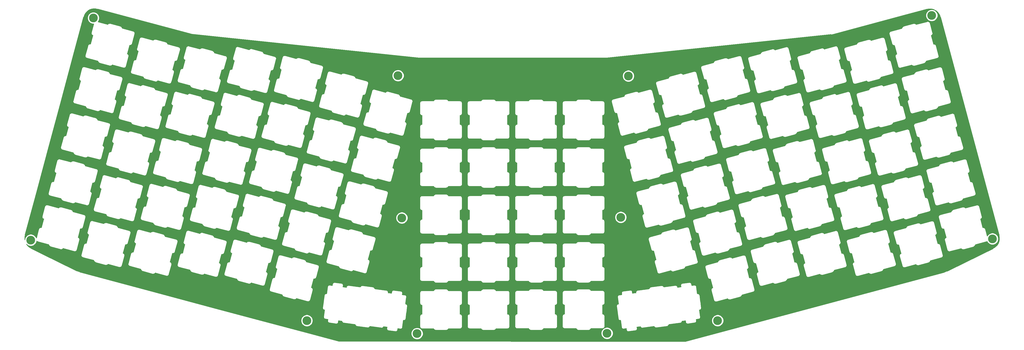
<source format=gtl>
G04 #@! TF.GenerationSoftware,KiCad,Pcbnew,(5.1.10)-1*
G04 #@! TF.CreationDate,2021-10-09T15:14:34+01:00*
G04 #@! TF.ProjectId,superlyra-hs-plate,73757065-726c-4797-9261-2d68732d706c,0.1*
G04 #@! TF.SameCoordinates,Original*
G04 #@! TF.FileFunction,Copper,L1,Top*
G04 #@! TF.FilePolarity,Positive*
%FSLAX46Y46*%
G04 Gerber Fmt 4.6, Leading zero omitted, Abs format (unit mm)*
G04 Created by KiCad (PCBNEW (5.1.10)-1) date 2021-10-09 15:14:34*
%MOMM*%
%LPD*%
G01*
G04 APERTURE LIST*
G04 #@! TA.AperFunction,ComponentPad*
%ADD10C,3.500000*%
G04 #@! TD*
G04 #@! TA.AperFunction,ComponentPad*
%ADD11C,1.752600*%
G04 #@! TD*
G04 #@! TA.AperFunction,Conductor*
%ADD12C,0.254000*%
G04 #@! TD*
G04 #@! TA.AperFunction,Conductor*
%ADD13C,0.100000*%
G04 #@! TD*
G04 APERTURE END LIST*
D10*
G04 #@! TO.P,H1,1*
G04 #@! TO.N,N/C*
X42545000Y-60833000D03*
G04 #@! TD*
G04 #@! TO.P,H5,1*
G04 #@! TO.N,N/C*
X127889000Y-182118000D03*
G04 #@! TD*
G04 #@! TO.P,H7,1*
G04 #@! TO.N,N/C*
X165862000Y-140970000D03*
G04 #@! TD*
G04 #@! TO.P,H8,1*
G04 #@! TO.N,N/C*
X17526000Y-149860000D03*
G04 #@! TD*
G04 #@! TO.P,H9,1*
G04 #@! TO.N,N/C*
X171958000Y-187325000D03*
G04 #@! TD*
G04 #@! TO.P,H10,1*
G04 #@! TO.N,N/C*
X164338000Y-83947000D03*
G04 #@! TD*
G04 #@! TO.P,H11,1*
G04 #@! TO.N,N/C*
X256413000Y-84074000D03*
G04 #@! TD*
G04 #@! TO.P,H12,1*
G04 #@! TO.N,N/C*
X253365000Y-140716000D03*
G04 #@! TD*
G04 #@! TO.P,H13,1*
G04 #@! TO.N,N/C*
X401955000Y-149352000D03*
G04 #@! TD*
G04 #@! TO.P,H15,1*
G04 #@! TO.N,N/C*
X247904000Y-187198000D03*
G04 #@! TD*
G04 #@! TO.P,H16,1*
G04 #@! TO.N,N/C*
X292100000Y-182118000D03*
G04 #@! TD*
G04 #@! TO.P,H20,1*
G04 #@! TO.N,N/C*
X377698000Y-59817000D03*
G04 #@! TD*
D11*
G04 #@! TO.P,J1,1*
G04 #@! TO.N,GND*
X209931000Y-130302000D03*
G04 #@! TD*
D12*
G04 #@! TO.N,GND*
X43368474Y-57104132D02*
X44029161Y-57230165D01*
X44159189Y-57243144D01*
X44289461Y-57232891D01*
X44305643Y-57228646D01*
X81994717Y-67327403D01*
X82012802Y-67335030D01*
X82057370Y-67344191D01*
X82069858Y-67347537D01*
X82089128Y-67350719D01*
X82108240Y-67354647D01*
X82121086Y-67355995D01*
X82165990Y-67363409D01*
X82185611Y-67362766D01*
X172588584Y-76849833D01*
X172590617Y-76850450D01*
X172653146Y-76856608D01*
X172683358Y-76859779D01*
X172685474Y-76859793D01*
X172687581Y-76860000D01*
X172717976Y-76860000D01*
X172780789Y-76860401D01*
X172782874Y-76860000D01*
X247587084Y-76860000D01*
X247589121Y-76860392D01*
X247651835Y-76860000D01*
X247682419Y-76860000D01*
X247684491Y-76859796D01*
X247686552Y-76859783D01*
X247716648Y-76856629D01*
X247779383Y-76850450D01*
X247781378Y-76849845D01*
X337343759Y-67463242D01*
X337363234Y-67472066D01*
X337504235Y-67504942D01*
X337648939Y-67509679D01*
X337755992Y-67492005D01*
X339397198Y-67052245D01*
X360646945Y-67052245D01*
X360668323Y-67181731D01*
X361720164Y-71107263D01*
X361727310Y-71150547D01*
X361742763Y-71191605D01*
X361742765Y-71191611D01*
X361788994Y-71314439D01*
X361881467Y-71463149D01*
X361981558Y-71570014D01*
X362001178Y-71590962D01*
X362036472Y-71616253D01*
X362143521Y-71692963D01*
X362143523Y-71692964D01*
X362303032Y-71765237D01*
X362473575Y-71805002D01*
X362642674Y-71810536D01*
X362648596Y-71810730D01*
X362648597Y-71810730D01*
X362694022Y-71803230D01*
X362758421Y-71792598D01*
X363679792Y-75231206D01*
X363575617Y-75270415D01*
X363519380Y-75305385D01*
X363426906Y-75362889D01*
X363299094Y-75482598D01*
X363239673Y-75565521D01*
X363197092Y-75624942D01*
X363169190Y-75686524D01*
X363124819Y-75784452D01*
X363098421Y-75897669D01*
X363085054Y-75954994D01*
X363082312Y-76038792D01*
X363079326Y-76130017D01*
X363107851Y-76302796D01*
X363123310Y-76343869D01*
X364175146Y-80269382D01*
X364221375Y-80392210D01*
X364313848Y-80540920D01*
X364433558Y-80668732D01*
X364575902Y-80770734D01*
X364735411Y-80843007D01*
X364905954Y-80882772D01*
X365080977Y-80888501D01*
X365253756Y-80859976D01*
X365294822Y-80844519D01*
X369648454Y-79677968D01*
X369705803Y-79739199D01*
X369909151Y-79884915D01*
X370137020Y-79988162D01*
X370380653Y-80044969D01*
X370630686Y-80053154D01*
X370815668Y-80022613D01*
X374616354Y-79004223D01*
X374791824Y-78938181D01*
X375004267Y-78806076D01*
X375186856Y-78635064D01*
X375332573Y-78431716D01*
X375435819Y-78203847D01*
X375454869Y-78122144D01*
X379808522Y-76955587D01*
X379851793Y-76948443D01*
X380015686Y-76886757D01*
X380164396Y-76794284D01*
X380292208Y-76674575D01*
X380394210Y-76532231D01*
X380466483Y-76372722D01*
X380506248Y-76202179D01*
X380511977Y-76027155D01*
X380490599Y-75897669D01*
X379438757Y-71972139D01*
X379431611Y-71928855D01*
X379416158Y-71887797D01*
X379416156Y-71887790D01*
X379369927Y-71764963D01*
X379277453Y-71616253D01*
X379157744Y-71488441D01*
X379015400Y-71386438D01*
X378913350Y-71340200D01*
X378855890Y-71314165D01*
X378725113Y-71283672D01*
X378685348Y-71274400D01*
X378510326Y-71268672D01*
X378510323Y-71268672D01*
X378400501Y-71286803D01*
X377479130Y-67848196D01*
X377583305Y-67808986D01*
X377732016Y-67716513D01*
X377859828Y-67596804D01*
X377961830Y-67454459D01*
X378015942Y-67335030D01*
X378034102Y-67294951D01*
X378073867Y-67124408D01*
X378075266Y-67081671D01*
X378079596Y-66949385D01*
X378067139Y-66873935D01*
X378058218Y-66819898D01*
X378058217Y-66819894D01*
X378051070Y-66776606D01*
X378035616Y-66735545D01*
X376983775Y-62810019D01*
X376937546Y-62687192D01*
X376845072Y-62538482D01*
X376725363Y-62410670D01*
X376583019Y-62308667D01*
X376423510Y-62236395D01*
X376252967Y-62196629D01*
X376077945Y-62190901D01*
X375905166Y-62219426D01*
X375864100Y-62234882D01*
X371510467Y-63401435D01*
X371453118Y-63340204D01*
X371249770Y-63194487D01*
X371021902Y-63091240D01*
X370778268Y-63034434D01*
X370528234Y-63026248D01*
X370343253Y-63056789D01*
X366542567Y-64075179D01*
X366367098Y-64141221D01*
X366154655Y-64273327D01*
X365972065Y-64444339D01*
X365826349Y-64647687D01*
X365723102Y-64875556D01*
X365704052Y-64957259D01*
X361350407Y-66123814D01*
X361307129Y-66130959D01*
X361143236Y-66192644D01*
X360994526Y-66285118D01*
X360866714Y-66404827D01*
X360764711Y-66547171D01*
X360692439Y-66706680D01*
X360652673Y-66877223D01*
X360646945Y-67052245D01*
X339397198Y-67052245D01*
X367276166Y-59582098D01*
X375313000Y-59582098D01*
X375313000Y-60051902D01*
X375404654Y-60512679D01*
X375584440Y-60946721D01*
X375845450Y-61337349D01*
X376177651Y-61669550D01*
X376568279Y-61930560D01*
X377002321Y-62110346D01*
X377463098Y-62202000D01*
X377932902Y-62202000D01*
X378393679Y-62110346D01*
X378827721Y-61930560D01*
X379218349Y-61669550D01*
X379550550Y-61337349D01*
X379811560Y-60946721D01*
X379991346Y-60512679D01*
X380083000Y-60051902D01*
X380083000Y-59582098D01*
X379991346Y-59121321D01*
X379811560Y-58687279D01*
X379550550Y-58296651D01*
X379218349Y-57964450D01*
X378827721Y-57703440D01*
X378393679Y-57523654D01*
X377932902Y-57432000D01*
X377463098Y-57432000D01*
X377002321Y-57523654D01*
X376568279Y-57703440D01*
X376177651Y-57964450D01*
X375845450Y-58296651D01*
X375584440Y-58687279D01*
X375404654Y-59121321D01*
X375313000Y-59582098D01*
X367276166Y-59582098D01*
X375801731Y-57297680D01*
X376580566Y-57161751D01*
X377338309Y-57165719D01*
X378083367Y-57303807D01*
X378792202Y-57571654D01*
X379442393Y-57960786D01*
X380013407Y-58458913D01*
X380487185Y-59050284D01*
X380851524Y-59721313D01*
X381072721Y-60356504D01*
X381126496Y-60475601D01*
X381200511Y-60583293D01*
X381212279Y-60595185D01*
X404574123Y-147782778D01*
X404564066Y-147830091D01*
X404559962Y-147960700D01*
X404569688Y-148044759D01*
X404711245Y-148855843D01*
X404707277Y-149613586D01*
X404569189Y-150358642D01*
X404301345Y-151067472D01*
X403912205Y-151717678D01*
X403414080Y-152288689D01*
X402815379Y-152768339D01*
X402313247Y-153057719D01*
X402206277Y-153132773D01*
X402114289Y-153225584D01*
X402101224Y-153244561D01*
X383936259Y-162226164D01*
X383887891Y-162225581D01*
X383759013Y-162247171D01*
X383678494Y-162273193D01*
X382883604Y-162581669D01*
X382825268Y-162597907D01*
X382702994Y-162644001D01*
X382590814Y-162711020D01*
X382545511Y-162750478D01*
X279162530Y-190451865D01*
X140647807Y-190380885D01*
X128366423Y-187090098D01*
X169573000Y-187090098D01*
X169573000Y-187559902D01*
X169664654Y-188020679D01*
X169844440Y-188454721D01*
X170105450Y-188845349D01*
X170437651Y-189177550D01*
X170828279Y-189438560D01*
X171262321Y-189618346D01*
X171723098Y-189710000D01*
X172192902Y-189710000D01*
X172653679Y-189618346D01*
X173087721Y-189438560D01*
X173478349Y-189177550D01*
X173810550Y-188845349D01*
X174071560Y-188454721D01*
X174251346Y-188020679D01*
X174343000Y-187559902D01*
X174343000Y-187090098D01*
X174317739Y-186963098D01*
X245519000Y-186963098D01*
X245519000Y-187432902D01*
X245610654Y-187893679D01*
X245790440Y-188327721D01*
X246051450Y-188718349D01*
X246383651Y-189050550D01*
X246774279Y-189311560D01*
X247208321Y-189491346D01*
X247669098Y-189583000D01*
X248138902Y-189583000D01*
X248599679Y-189491346D01*
X249033721Y-189311560D01*
X249424349Y-189050550D01*
X249756550Y-188718349D01*
X250017560Y-188327721D01*
X250197346Y-187893679D01*
X250289000Y-187432902D01*
X250289000Y-186963098D01*
X250197346Y-186502321D01*
X250017560Y-186068279D01*
X249756550Y-185677651D01*
X249424349Y-185345450D01*
X249033721Y-185084440D01*
X248599679Y-184904654D01*
X248138902Y-184813000D01*
X247669098Y-184813000D01*
X247208321Y-184904654D01*
X246774279Y-185084440D01*
X246383651Y-185345450D01*
X246051450Y-185677651D01*
X245790440Y-186068279D01*
X245610654Y-186502321D01*
X245519000Y-186963098D01*
X174317739Y-186963098D01*
X174251346Y-186629321D01*
X174071560Y-186195279D01*
X173810550Y-185804651D01*
X173478349Y-185472450D01*
X173087721Y-185211440D01*
X172653679Y-185031654D01*
X172192902Y-184940000D01*
X171723098Y-184940000D01*
X171262321Y-185031654D01*
X170828279Y-185211440D01*
X170437651Y-185472450D01*
X170105450Y-185804651D01*
X169844440Y-186195279D01*
X169664654Y-186629321D01*
X169573000Y-187090098D01*
X128366423Y-187090098D01*
X108933634Y-181883098D01*
X125504000Y-181883098D01*
X125504000Y-182352902D01*
X125595654Y-182813679D01*
X125775440Y-183247721D01*
X126036450Y-183638349D01*
X126368651Y-183970550D01*
X126759279Y-184231560D01*
X127193321Y-184411346D01*
X127654098Y-184503000D01*
X128123902Y-184503000D01*
X128584679Y-184411346D01*
X129018721Y-184231560D01*
X129409349Y-183970550D01*
X129741550Y-183638349D01*
X130002560Y-183247721D01*
X130182346Y-182813679D01*
X130274000Y-182352902D01*
X130274000Y-181883098D01*
X130182346Y-181422321D01*
X130002560Y-180988279D01*
X129741550Y-180597651D01*
X129409349Y-180265450D01*
X129018721Y-180004440D01*
X128584679Y-179824654D01*
X128123902Y-179733000D01*
X127654098Y-179733000D01*
X127193321Y-179824654D01*
X126759279Y-180004440D01*
X126368651Y-180265450D01*
X126036450Y-180597651D01*
X125775440Y-180988279D01*
X125595654Y-181422321D01*
X125504000Y-181883098D01*
X108933634Y-181883098D01*
X91140279Y-177115383D01*
X134155770Y-177115383D01*
X134181035Y-177268416D01*
X134235671Y-177413579D01*
X134236083Y-177414241D01*
X134317576Y-177545293D01*
X134423604Y-177658498D01*
X134549679Y-177748843D01*
X134690959Y-177812855D01*
X134842011Y-177848076D01*
X134880856Y-177849347D01*
X134918056Y-177854245D01*
X134581622Y-180409719D01*
X134572797Y-180447567D01*
X134571526Y-180486406D01*
X134561730Y-180560815D01*
X134552905Y-180598663D01*
X134547831Y-180753683D01*
X134573096Y-180906716D01*
X134627732Y-181051878D01*
X134709637Y-181183593D01*
X134815665Y-181296798D01*
X134941740Y-181387143D01*
X135019381Y-181422321D01*
X135083020Y-181451155D01*
X135234072Y-181486376D01*
X135272917Y-181487647D01*
X136241877Y-181615214D01*
X136177304Y-182105696D01*
X136168477Y-182143554D01*
X136163403Y-182298574D01*
X136188668Y-182451607D01*
X136243304Y-182596769D01*
X136325209Y-182728484D01*
X136431237Y-182841689D01*
X136557312Y-182932034D01*
X136698592Y-182996046D01*
X136811799Y-183022442D01*
X139608215Y-183390598D01*
X139724396Y-183394401D01*
X139877429Y-183369136D01*
X140022592Y-183314500D01*
X140154306Y-183232595D01*
X140267511Y-183126567D01*
X140357856Y-183000492D01*
X140421868Y-182859212D01*
X140457089Y-182708160D01*
X140458361Y-182669310D01*
X140522934Y-182178826D01*
X141491902Y-182306394D01*
X141529747Y-182315218D01*
X141667217Y-182319718D01*
X141684766Y-182320292D01*
X141684767Y-182320292D01*
X141837800Y-182295027D01*
X141869443Y-182283117D01*
X141896713Y-182448296D01*
X141958398Y-182612190D01*
X142050872Y-182760901D01*
X142170582Y-182888713D01*
X142312926Y-182990715D01*
X142472434Y-183062987D01*
X142642976Y-183102752D01*
X142686828Y-183104187D01*
X147155483Y-183692497D01*
X147185035Y-183771014D01*
X147317141Y-183983457D01*
X147488153Y-184166045D01*
X147691502Y-184311762D01*
X147919371Y-184415009D01*
X148101959Y-184457582D01*
X152003055Y-184971171D01*
X152190440Y-184977305D01*
X152437267Y-184936554D01*
X152671401Y-184848432D01*
X152883844Y-184716326D01*
X153066433Y-184545314D01*
X153115299Y-184477121D01*
X157583944Y-185065430D01*
X157626683Y-185075395D01*
X157801706Y-185081124D01*
X157974484Y-185052599D01*
X158138378Y-184990914D01*
X158287089Y-184898440D01*
X158414901Y-184778730D01*
X158516903Y-184636386D01*
X158585996Y-184483894D01*
X158613478Y-184503587D01*
X158754757Y-184567599D01*
X158905809Y-184602820D01*
X158944665Y-184604092D01*
X159913615Y-184731657D01*
X159849040Y-185222150D01*
X159840215Y-185259998D01*
X159835141Y-185415018D01*
X159860406Y-185568051D01*
X159915042Y-185713213D01*
X159996947Y-185844928D01*
X160102975Y-185958133D01*
X160229050Y-186048478D01*
X160370330Y-186112490D01*
X160483537Y-186138886D01*
X163279953Y-186507042D01*
X163396134Y-186510845D01*
X163549167Y-186485580D01*
X163694330Y-186430944D01*
X163826044Y-186349039D01*
X163939249Y-186243011D01*
X164029594Y-186116936D01*
X164093606Y-185975656D01*
X164128827Y-185824604D01*
X164130099Y-185785753D01*
X164194672Y-185295269D01*
X165163637Y-185422836D01*
X165201484Y-185431661D01*
X165356504Y-185436735D01*
X165509537Y-185411470D01*
X165654699Y-185356834D01*
X165786414Y-185274929D01*
X165899619Y-185168901D01*
X165989964Y-185042825D01*
X166053976Y-184901546D01*
X166080372Y-184788339D01*
X166080372Y-184788338D01*
X166089196Y-184750494D01*
X166090467Y-184711656D01*
X166100265Y-184637240D01*
X166109088Y-184599398D01*
X166110359Y-184560562D01*
X166446795Y-182005082D01*
X166483999Y-182009980D01*
X166521847Y-182018805D01*
X166676867Y-182023879D01*
X166829900Y-181998614D01*
X166975062Y-181943978D01*
X167003359Y-181926382D01*
X167106777Y-181862073D01*
X167219982Y-181756045D01*
X167310327Y-181629970D01*
X167374339Y-181488690D01*
X167400735Y-181375483D01*
X167400735Y-181375482D01*
X167409559Y-181337638D01*
X167410830Y-181298801D01*
X167725642Y-178907573D01*
X167734465Y-178869734D01*
X167735300Y-178844226D01*
X167741096Y-178819368D01*
X167742368Y-178780521D01*
X168057178Y-176389303D01*
X168066001Y-176351464D01*
X168067272Y-176312631D01*
X168067273Y-176312626D01*
X168071076Y-176196445D01*
X168069553Y-176187216D01*
X168045811Y-176043411D01*
X167991175Y-175898248D01*
X167923021Y-175788649D01*
X167909270Y-175766535D01*
X167803242Y-175653330D01*
X167803241Y-175653329D01*
X167677166Y-175562984D01*
X167535887Y-175498972D01*
X167422679Y-175472576D01*
X167422680Y-175472576D01*
X167384835Y-175463752D01*
X167345996Y-175462481D01*
X167308789Y-175457582D01*
X167361745Y-175055335D01*
X173054405Y-175055335D01*
X173071570Y-175229609D01*
X173122403Y-175397186D01*
X173204953Y-175551626D01*
X173316047Y-175686994D01*
X173451415Y-175798088D01*
X173605855Y-175880638D01*
X173773432Y-175931471D01*
X173884206Y-175942382D01*
X173884207Y-179502288D01*
X173773432Y-179513199D01*
X173605855Y-179564032D01*
X173451415Y-179646582D01*
X173316047Y-179757676D01*
X173204953Y-179893044D01*
X173122403Y-180047484D01*
X173071570Y-180215061D01*
X173054405Y-180389335D01*
X173058706Y-180433002D01*
X173058707Y-184497002D01*
X173071571Y-184627609D01*
X173122404Y-184795186D01*
X173204954Y-184949626D01*
X173316048Y-185084994D01*
X173451416Y-185196088D01*
X173605856Y-185278638D01*
X173773433Y-185329471D01*
X173947706Y-185346636D01*
X173991373Y-185342335D01*
X178498584Y-185342335D01*
X178538131Y-185416323D01*
X178696836Y-185609705D01*
X178890218Y-185768410D01*
X179110847Y-185886338D01*
X179350243Y-185958958D01*
X179536826Y-185977335D01*
X183471586Y-185977335D01*
X183658169Y-185958958D01*
X183897565Y-185886338D01*
X184118194Y-185768410D01*
X184311576Y-185609705D01*
X184470281Y-185416323D01*
X184509828Y-185342335D01*
X189017039Y-185342335D01*
X189060706Y-185346636D01*
X189234980Y-185329471D01*
X189402557Y-185278638D01*
X189556997Y-185196088D01*
X189692365Y-185084994D01*
X189803459Y-184949626D01*
X189886009Y-184795186D01*
X189936842Y-184627609D01*
X189949706Y-184497002D01*
X189949706Y-180433002D01*
X189954007Y-180389335D01*
X189936842Y-180215061D01*
X189886009Y-180047484D01*
X189803459Y-179893044D01*
X189692365Y-179757676D01*
X189556997Y-179646582D01*
X189402557Y-179564032D01*
X189234980Y-179513199D01*
X189124206Y-179502288D01*
X189124206Y-175942382D01*
X189234980Y-175931471D01*
X189402557Y-175880638D01*
X189556997Y-175798088D01*
X189692365Y-175686994D01*
X189803459Y-175551626D01*
X189886009Y-175397186D01*
X189936842Y-175229609D01*
X189954007Y-175055335D01*
X189953078Y-175045896D01*
X192043910Y-175045896D01*
X192061075Y-175220170D01*
X192111908Y-175387747D01*
X192194458Y-175542187D01*
X192305552Y-175677555D01*
X192440920Y-175788649D01*
X192595360Y-175871199D01*
X192762937Y-175922032D01*
X192873711Y-175932943D01*
X192873712Y-179492849D01*
X192762937Y-179503760D01*
X192595360Y-179554593D01*
X192440920Y-179637143D01*
X192305552Y-179748237D01*
X192194458Y-179883605D01*
X192111908Y-180038045D01*
X192061075Y-180205622D01*
X192043910Y-180379896D01*
X192048211Y-180423563D01*
X192048212Y-184487563D01*
X192061076Y-184618170D01*
X192111909Y-184785747D01*
X192194459Y-184940187D01*
X192305553Y-185075555D01*
X192440921Y-185186649D01*
X192595361Y-185269199D01*
X192762938Y-185320032D01*
X192937211Y-185337197D01*
X192980878Y-185332896D01*
X197488089Y-185332896D01*
X197527636Y-185406884D01*
X197686341Y-185600266D01*
X197879723Y-185758971D01*
X198100352Y-185876899D01*
X198339748Y-185949519D01*
X198526331Y-185967896D01*
X202461091Y-185967896D01*
X202647674Y-185949519D01*
X202887070Y-185876899D01*
X203107699Y-185758971D01*
X203301081Y-185600266D01*
X203459786Y-185406884D01*
X203499333Y-185332896D01*
X208006544Y-185332896D01*
X208050211Y-185337197D01*
X208224485Y-185320032D01*
X208392062Y-185269199D01*
X208546502Y-185186649D01*
X208681870Y-185075555D01*
X208792964Y-184940187D01*
X208875514Y-184785747D01*
X208926347Y-184618170D01*
X208939211Y-184487563D01*
X208939211Y-180423563D01*
X208943512Y-180379896D01*
X208926347Y-180205622D01*
X208875514Y-180038045D01*
X208792964Y-179883605D01*
X208681870Y-179748237D01*
X208546502Y-179637143D01*
X208392062Y-179554593D01*
X208224485Y-179503760D01*
X208113711Y-179492849D01*
X208113711Y-175932943D01*
X208224485Y-175922032D01*
X208392062Y-175871199D01*
X208546502Y-175788649D01*
X208681870Y-175677555D01*
X208792964Y-175542187D01*
X208875514Y-175387747D01*
X208926347Y-175220170D01*
X208943512Y-175045896D01*
X208941601Y-175026491D01*
X211049798Y-175026491D01*
X211066963Y-175200765D01*
X211117796Y-175368342D01*
X211200346Y-175522782D01*
X211311440Y-175658150D01*
X211446808Y-175769244D01*
X211601248Y-175851794D01*
X211768825Y-175902627D01*
X211879599Y-175913538D01*
X211879600Y-179473444D01*
X211852901Y-179476074D01*
X211768825Y-179484355D01*
X211601248Y-179535188D01*
X211446808Y-179617738D01*
X211311440Y-179728832D01*
X211200346Y-179864200D01*
X211117796Y-180018640D01*
X211066963Y-180186217D01*
X211049798Y-180360491D01*
X211054099Y-180404158D01*
X211054100Y-184468158D01*
X211066964Y-184598765D01*
X211117797Y-184766342D01*
X211200347Y-184920782D01*
X211311441Y-185056150D01*
X211446809Y-185167244D01*
X211601249Y-185249794D01*
X211768826Y-185300627D01*
X211943099Y-185317792D01*
X211986766Y-185313491D01*
X216493977Y-185313491D01*
X216533524Y-185387479D01*
X216692229Y-185580861D01*
X216885611Y-185739566D01*
X217106240Y-185857494D01*
X217345636Y-185930114D01*
X217532219Y-185948491D01*
X221466979Y-185948491D01*
X221653562Y-185930114D01*
X221892958Y-185857494D01*
X222113587Y-185739566D01*
X222306969Y-185580861D01*
X222465674Y-185387479D01*
X222505221Y-185313491D01*
X227012432Y-185313491D01*
X227056099Y-185317792D01*
X227230373Y-185300627D01*
X227397950Y-185249794D01*
X227552390Y-185167244D01*
X227687758Y-185056150D01*
X227798852Y-184920782D01*
X227881402Y-184766342D01*
X227932235Y-184598765D01*
X227945099Y-184468158D01*
X227945099Y-180404158D01*
X227949400Y-180360491D01*
X227932235Y-180186217D01*
X227881402Y-180018640D01*
X227798852Y-179864200D01*
X227687758Y-179728832D01*
X227552390Y-179617738D01*
X227397950Y-179535188D01*
X227230373Y-179484355D01*
X227119599Y-179473444D01*
X227119599Y-175913538D01*
X227230373Y-175902627D01*
X227397950Y-175851794D01*
X227552390Y-175769244D01*
X227687758Y-175658150D01*
X227798852Y-175522782D01*
X227881402Y-175368342D01*
X227932235Y-175200765D01*
X227949400Y-175026491D01*
X227948342Y-175015742D01*
X230012953Y-175015742D01*
X230030118Y-175190016D01*
X230080951Y-175357593D01*
X230163501Y-175512033D01*
X230274595Y-175647401D01*
X230409963Y-175758495D01*
X230564403Y-175841045D01*
X230731980Y-175891878D01*
X230842754Y-175902789D01*
X230842755Y-179462695D01*
X230731980Y-179473606D01*
X230564403Y-179524439D01*
X230409963Y-179606989D01*
X230274595Y-179718083D01*
X230163501Y-179853451D01*
X230080951Y-180007891D01*
X230030118Y-180175468D01*
X230012953Y-180349742D01*
X230017254Y-180393409D01*
X230017255Y-184457409D01*
X230030119Y-184588016D01*
X230080952Y-184755593D01*
X230163502Y-184910033D01*
X230274596Y-185045401D01*
X230409964Y-185156495D01*
X230564404Y-185239045D01*
X230731981Y-185289878D01*
X230906254Y-185307043D01*
X230949921Y-185302742D01*
X235457132Y-185302742D01*
X235496679Y-185376730D01*
X235655384Y-185570112D01*
X235848766Y-185728817D01*
X236069395Y-185846745D01*
X236308791Y-185919365D01*
X236495374Y-185937742D01*
X240430134Y-185937742D01*
X240616717Y-185919365D01*
X240856113Y-185846745D01*
X241076742Y-185728817D01*
X241270124Y-185570112D01*
X241428829Y-185376730D01*
X241468376Y-185302742D01*
X245975587Y-185302742D01*
X246019254Y-185307043D01*
X246193528Y-185289878D01*
X246361105Y-185239045D01*
X246515545Y-185156495D01*
X246650913Y-185045401D01*
X246762007Y-184910033D01*
X246844557Y-184755593D01*
X246895390Y-184588016D01*
X246908254Y-184457409D01*
X246908254Y-180393409D01*
X246912555Y-180349742D01*
X246895390Y-180175468D01*
X246844557Y-180007891D01*
X246762007Y-179853451D01*
X246650913Y-179718083D01*
X246515545Y-179606989D01*
X246361105Y-179524439D01*
X246193528Y-179473606D01*
X246082754Y-179462695D01*
X246082754Y-176196444D01*
X251663924Y-176196444D01*
X251668998Y-176351464D01*
X251677823Y-176389312D01*
X251992631Y-178780513D01*
X251993903Y-178819368D01*
X251999699Y-178844226D01*
X252000534Y-178869734D01*
X252009359Y-178907582D01*
X252324169Y-181298793D01*
X252325440Y-181337638D01*
X252360661Y-181488690D01*
X252424673Y-181629969D01*
X252515018Y-181756044D01*
X252628223Y-181862072D01*
X252759937Y-181943978D01*
X252905099Y-181998614D01*
X253058132Y-182023879D01*
X253058133Y-182023879D01*
X253174313Y-182020076D01*
X253174318Y-182020075D01*
X253213153Y-182018804D01*
X253250995Y-182009981D01*
X253288204Y-182005082D01*
X253624640Y-184560564D01*
X253625911Y-184599398D01*
X253634734Y-184637238D01*
X253644532Y-184711659D01*
X253645803Y-184750494D01*
X253654627Y-184788335D01*
X253654627Y-184788339D01*
X253681023Y-184901546D01*
X253745035Y-185042826D01*
X253835380Y-185168901D01*
X253948585Y-185274929D01*
X254080300Y-185356834D01*
X254225462Y-185411470D01*
X254378495Y-185436735D01*
X254378496Y-185436735D01*
X254392377Y-185436281D01*
X254533516Y-185431661D01*
X254571364Y-185422836D01*
X255540328Y-185295269D01*
X255604901Y-185785757D01*
X255606173Y-185824604D01*
X255641394Y-185975656D01*
X255705406Y-186116936D01*
X255795751Y-186243011D01*
X255908956Y-186349039D01*
X256040671Y-186430944D01*
X256185833Y-186485580D01*
X256338866Y-186510845D01*
X256455047Y-186507042D01*
X259251464Y-186138886D01*
X259364671Y-186112490D01*
X259505950Y-186048478D01*
X259632025Y-185958133D01*
X259738053Y-185844928D01*
X259819959Y-185713214D01*
X259874594Y-185568052D01*
X259899860Y-185415019D01*
X259894785Y-185259998D01*
X259885960Y-185222151D01*
X259821386Y-184731657D01*
X260790345Y-184604091D01*
X260829191Y-184602820D01*
X260980243Y-184567599D01*
X261121522Y-184503587D01*
X261149004Y-184483894D01*
X261218097Y-184636386D01*
X261320099Y-184778730D01*
X261447911Y-184898440D01*
X261596621Y-184990914D01*
X261760515Y-185052599D01*
X261933293Y-185081124D01*
X262108317Y-185075395D01*
X262151058Y-185065429D01*
X266619702Y-184477121D01*
X266668568Y-184545314D01*
X266851156Y-184716326D01*
X267063599Y-184848432D01*
X267297733Y-184936554D01*
X267544560Y-184977305D01*
X267731944Y-184971171D01*
X271633041Y-184457582D01*
X271815629Y-184415009D01*
X272043498Y-184311762D01*
X272246847Y-184166045D01*
X272417859Y-183983457D01*
X272549965Y-183771014D01*
X272579517Y-183692497D01*
X277048180Y-183104187D01*
X277092024Y-183102752D01*
X277262566Y-183062987D01*
X277422074Y-182990715D01*
X277564418Y-182888713D01*
X277684128Y-182760901D01*
X277776602Y-182612190D01*
X277838287Y-182448296D01*
X277865557Y-182283118D01*
X277897199Y-182295027D01*
X278050232Y-182320292D01*
X278050234Y-182320292D01*
X278077996Y-182319383D01*
X278205253Y-182315218D01*
X278243099Y-182306393D01*
X279212066Y-182178826D01*
X279276640Y-182669314D01*
X279277911Y-182708160D01*
X279313132Y-182859212D01*
X279377144Y-183000492D01*
X279467489Y-183126567D01*
X279580694Y-183232595D01*
X279712409Y-183314500D01*
X279857571Y-183369136D01*
X280010604Y-183394401D01*
X280126785Y-183390598D01*
X282923202Y-183022442D01*
X283036409Y-182996046D01*
X283177688Y-182932034D01*
X283303763Y-182841689D01*
X283409791Y-182728484D01*
X283491697Y-182596770D01*
X283546332Y-182451608D01*
X283571598Y-182298575D01*
X283566523Y-182143554D01*
X283557696Y-182105697D01*
X283528391Y-181883098D01*
X289715000Y-181883098D01*
X289715000Y-182352902D01*
X289806654Y-182813679D01*
X289986440Y-183247721D01*
X290247450Y-183638349D01*
X290579651Y-183970550D01*
X290970279Y-184231560D01*
X291404321Y-184411346D01*
X291865098Y-184503000D01*
X292334902Y-184503000D01*
X292795679Y-184411346D01*
X293229721Y-184231560D01*
X293620349Y-183970550D01*
X293952550Y-183638349D01*
X294213560Y-183247721D01*
X294393346Y-182813679D01*
X294485000Y-182352902D01*
X294485000Y-181883098D01*
X294393346Y-181422321D01*
X294213560Y-180988279D01*
X293952550Y-180597651D01*
X293620349Y-180265450D01*
X293229721Y-180004440D01*
X292795679Y-179824654D01*
X292334902Y-179733000D01*
X291865098Y-179733000D01*
X291404321Y-179824654D01*
X290970279Y-180004440D01*
X290579651Y-180265450D01*
X290247450Y-180597651D01*
X289986440Y-180988279D01*
X289806654Y-181422321D01*
X289715000Y-181883098D01*
X283528391Y-181883098D01*
X283493123Y-181615214D01*
X284462093Y-181487647D01*
X284500928Y-181486376D01*
X284538769Y-181477552D01*
X284538773Y-181477552D01*
X284651980Y-181451156D01*
X284793259Y-181387144D01*
X284919334Y-181296799D01*
X284919335Y-181296798D01*
X285025363Y-181183593D01*
X285063260Y-181122649D01*
X285107268Y-181051879D01*
X285161904Y-180906717D01*
X285187169Y-180753684D01*
X285186827Y-180743228D01*
X285183366Y-180637502D01*
X285183365Y-180637497D01*
X285182094Y-180598663D01*
X285173271Y-180560823D01*
X285163473Y-180486403D01*
X285162202Y-180447567D01*
X285153379Y-180409727D01*
X284816943Y-177854245D01*
X284854150Y-177849346D01*
X284892989Y-177848075D01*
X285044041Y-177812855D01*
X285063441Y-177804065D01*
X285185320Y-177748843D01*
X285311395Y-177658498D01*
X285324922Y-177644055D01*
X285417424Y-177545292D01*
X285476855Y-177449719D01*
X285499329Y-177413579D01*
X285553965Y-177268416D01*
X285579230Y-177115384D01*
X285576687Y-177037705D01*
X285575427Y-176999201D01*
X285575426Y-176999196D01*
X285574155Y-176960363D01*
X285565332Y-176922524D01*
X285250520Y-174531296D01*
X285249249Y-174492459D01*
X285243454Y-174467606D01*
X285242619Y-174442093D01*
X285233796Y-174404254D01*
X284918984Y-172013026D01*
X284917713Y-171974189D01*
X284895845Y-171880399D01*
X284882493Y-171823137D01*
X284818481Y-171681857D01*
X284728136Y-171555782D01*
X284614931Y-171449754D01*
X284483216Y-171367849D01*
X284338054Y-171313213D01*
X284185021Y-171287948D01*
X284030001Y-171293022D01*
X283992153Y-171301847D01*
X283954949Y-171306745D01*
X283618512Y-168751255D01*
X283617241Y-168712429D01*
X283608420Y-168674597D01*
X283598620Y-168600160D01*
X283597349Y-168561333D01*
X283588527Y-168523499D01*
X283588526Y-168523488D01*
X283562130Y-168410281D01*
X283498118Y-168269002D01*
X283407773Y-168142926D01*
X283294568Y-168036898D01*
X283162853Y-167954993D01*
X283017691Y-167900357D01*
X282864658Y-167875092D01*
X282864657Y-167875092D01*
X282847108Y-167875666D01*
X282709638Y-167880166D01*
X282671793Y-167888990D01*
X281702826Y-168016557D01*
X281638252Y-167526064D01*
X281636980Y-167487223D01*
X281601759Y-167336171D01*
X281537747Y-167194891D01*
X281447402Y-167068816D01*
X281334197Y-166962788D01*
X281202483Y-166880883D01*
X281057320Y-166826247D01*
X280904287Y-166800982D01*
X280788106Y-166804785D01*
X277991690Y-167172941D01*
X277878483Y-167199337D01*
X277737203Y-167263349D01*
X277611128Y-167353694D01*
X277505100Y-167466899D01*
X277423195Y-167598614D01*
X277368559Y-167743776D01*
X277343294Y-167896809D01*
X277348368Y-168051829D01*
X277357195Y-168089687D01*
X277421769Y-168580170D01*
X276452818Y-168707735D01*
X276413963Y-168709007D01*
X276262911Y-168744228D01*
X276121632Y-168808240D01*
X276108067Y-168817961D01*
X276093976Y-168710932D01*
X276064175Y-168583122D01*
X275991903Y-168423614D01*
X275889901Y-168281270D01*
X275762089Y-168161560D01*
X275613378Y-168069086D01*
X275449484Y-168007401D01*
X275276706Y-167978876D01*
X275101683Y-167984605D01*
X275058944Y-167994570D01*
X270590299Y-168582879D01*
X270541433Y-168514686D01*
X270358844Y-168343674D01*
X270146401Y-168211568D01*
X269912267Y-168123446D01*
X269665440Y-168082695D01*
X269478055Y-168088829D01*
X265576959Y-168602418D01*
X265394371Y-168644991D01*
X265166502Y-168748238D01*
X264963153Y-168893955D01*
X264792141Y-169076543D01*
X264660035Y-169288986D01*
X264630483Y-169367503D01*
X260161828Y-169955813D01*
X260117976Y-169957248D01*
X259947434Y-169997013D01*
X259787926Y-170069285D01*
X259645582Y-170171287D01*
X259525872Y-170299099D01*
X259433398Y-170447810D01*
X259371713Y-170611704D01*
X259343188Y-170784482D01*
X259347481Y-170915650D01*
X259361572Y-171022679D01*
X259345953Y-171016800D01*
X259192920Y-170991535D01*
X259037900Y-170996609D01*
X259000053Y-171005434D01*
X258031088Y-171133001D01*
X257966515Y-170642517D01*
X257965243Y-170603667D01*
X257930022Y-170452615D01*
X257866010Y-170311335D01*
X257775665Y-170185260D01*
X257662460Y-170079232D01*
X257530746Y-169997327D01*
X257385583Y-169942691D01*
X257232550Y-169917426D01*
X257116369Y-169921229D01*
X254319953Y-170289385D01*
X254206746Y-170315781D01*
X254065466Y-170379793D01*
X253939391Y-170470138D01*
X253833363Y-170583343D01*
X253751458Y-170715058D01*
X253696822Y-170860220D01*
X253671557Y-171013253D01*
X253676631Y-171168273D01*
X253685456Y-171206121D01*
X253750030Y-171696613D01*
X252781071Y-171824180D01*
X252742226Y-171825451D01*
X252617584Y-171854514D01*
X252591174Y-171860672D01*
X252449894Y-171924684D01*
X252323819Y-172015029D01*
X252217791Y-172128234D01*
X252135886Y-172259949D01*
X252081250Y-172405111D01*
X252055985Y-172558144D01*
X252061059Y-172713164D01*
X252069884Y-172751012D01*
X252079680Y-172825417D01*
X252080951Y-172864260D01*
X252089776Y-172902108D01*
X252426210Y-175457582D01*
X252389010Y-175462480D01*
X252350165Y-175463751D01*
X252199113Y-175498972D01*
X252057833Y-175562984D01*
X251931758Y-175653329D01*
X251825730Y-175766534D01*
X251775229Y-175847747D01*
X251743825Y-175898248D01*
X251689189Y-176043411D01*
X251663924Y-176196444D01*
X246082754Y-176196444D01*
X246082754Y-175902789D01*
X246084395Y-175902627D01*
X246193528Y-175891878D01*
X246361105Y-175841045D01*
X246515545Y-175758495D01*
X246650913Y-175647401D01*
X246762007Y-175512033D01*
X246844557Y-175357593D01*
X246895390Y-175190016D01*
X246908254Y-175059409D01*
X246912555Y-175015742D01*
X246908254Y-174972075D01*
X246908254Y-170908075D01*
X246895390Y-170777468D01*
X246844557Y-170609891D01*
X246762007Y-170455451D01*
X246650913Y-170320083D01*
X246515544Y-170208989D01*
X246361104Y-170126439D01*
X246193527Y-170075606D01*
X246019254Y-170058441D01*
X245975587Y-170062742D01*
X241468376Y-170062742D01*
X241428829Y-169988754D01*
X241270124Y-169795372D01*
X241076742Y-169636667D01*
X240856113Y-169518739D01*
X240616717Y-169446119D01*
X240430134Y-169427742D01*
X236495374Y-169427742D01*
X236308791Y-169446119D01*
X236069395Y-169518739D01*
X235848766Y-169636667D01*
X235655384Y-169795372D01*
X235496679Y-169988754D01*
X235457132Y-170062742D01*
X230949921Y-170062742D01*
X230906254Y-170058441D01*
X230731980Y-170075606D01*
X230564403Y-170126439D01*
X230409963Y-170208989D01*
X230274595Y-170320083D01*
X230163501Y-170455452D01*
X230080951Y-170609892D01*
X230030118Y-170777469D01*
X230017254Y-170908076D01*
X230017255Y-174972065D01*
X230012953Y-175015742D01*
X227948342Y-175015742D01*
X227945099Y-174982824D01*
X227945099Y-170918824D01*
X227932235Y-170788217D01*
X227881402Y-170620640D01*
X227798852Y-170466200D01*
X227687758Y-170330832D01*
X227552389Y-170219738D01*
X227397949Y-170137188D01*
X227230372Y-170086355D01*
X227056099Y-170069190D01*
X227012432Y-170073491D01*
X222505221Y-170073491D01*
X222465674Y-169999503D01*
X222306969Y-169806121D01*
X222113587Y-169647416D01*
X221892958Y-169529488D01*
X221653562Y-169456868D01*
X221466979Y-169438491D01*
X217532219Y-169438491D01*
X217345636Y-169456868D01*
X217106240Y-169529488D01*
X216885611Y-169647416D01*
X216692229Y-169806121D01*
X216533524Y-169999503D01*
X216493977Y-170073491D01*
X211986766Y-170073491D01*
X211943099Y-170069190D01*
X211768825Y-170086355D01*
X211601248Y-170137188D01*
X211446808Y-170219738D01*
X211311440Y-170330832D01*
X211200346Y-170466201D01*
X211117796Y-170620641D01*
X211066963Y-170788218D01*
X211054099Y-170918825D01*
X211054100Y-174982814D01*
X211049798Y-175026491D01*
X208941601Y-175026491D01*
X208939211Y-175002229D01*
X208939211Y-170938229D01*
X208926347Y-170807622D01*
X208875514Y-170640045D01*
X208792964Y-170485605D01*
X208681870Y-170350237D01*
X208546501Y-170239143D01*
X208392061Y-170156593D01*
X208224484Y-170105760D01*
X208050211Y-170088595D01*
X208006544Y-170092896D01*
X203499333Y-170092896D01*
X203459786Y-170018908D01*
X203301081Y-169825526D01*
X203107699Y-169666821D01*
X202887070Y-169548893D01*
X202647674Y-169476273D01*
X202461091Y-169457896D01*
X198526331Y-169457896D01*
X198339748Y-169476273D01*
X198100352Y-169548893D01*
X197879723Y-169666821D01*
X197686341Y-169825526D01*
X197527636Y-170018908D01*
X197488089Y-170092896D01*
X192980878Y-170092896D01*
X192937211Y-170088595D01*
X192762937Y-170105760D01*
X192595360Y-170156593D01*
X192440920Y-170239143D01*
X192305552Y-170350237D01*
X192194458Y-170485606D01*
X192111908Y-170640046D01*
X192061075Y-170807623D01*
X192048211Y-170938230D01*
X192048212Y-175002219D01*
X192043910Y-175045896D01*
X189953078Y-175045896D01*
X189949706Y-175011668D01*
X189949706Y-170947668D01*
X189936842Y-170817061D01*
X189886009Y-170649484D01*
X189803459Y-170495044D01*
X189692365Y-170359676D01*
X189556996Y-170248582D01*
X189402556Y-170166032D01*
X189234979Y-170115199D01*
X189060706Y-170098034D01*
X189017039Y-170102335D01*
X184509828Y-170102335D01*
X184470281Y-170028347D01*
X184311576Y-169834965D01*
X184118194Y-169676260D01*
X183897565Y-169558332D01*
X183658169Y-169485712D01*
X183471586Y-169467335D01*
X179536826Y-169467335D01*
X179350243Y-169485712D01*
X179110847Y-169558332D01*
X178890218Y-169676260D01*
X178696836Y-169834965D01*
X178538131Y-170028347D01*
X178498584Y-170102335D01*
X173991373Y-170102335D01*
X173947706Y-170098034D01*
X173773432Y-170115199D01*
X173605855Y-170166032D01*
X173451415Y-170248582D01*
X173316047Y-170359676D01*
X173204953Y-170495045D01*
X173122403Y-170649485D01*
X173071570Y-170817062D01*
X173058706Y-170947669D01*
X173058707Y-175011658D01*
X173054405Y-175055335D01*
X167361745Y-175055335D01*
X167645225Y-172902100D01*
X167654048Y-172864260D01*
X167655319Y-172825426D01*
X167655320Y-172825421D01*
X167655320Y-172825419D01*
X167665117Y-172751004D01*
X167673940Y-172713164D01*
X167675211Y-172674330D01*
X167675212Y-172674325D01*
X167679015Y-172558144D01*
X167678695Y-172556206D01*
X167653750Y-172405110D01*
X167599114Y-172259948D01*
X167528053Y-172145673D01*
X167517209Y-172128234D01*
X167411181Y-172015029D01*
X167407514Y-172012401D01*
X167285105Y-171924683D01*
X167143826Y-171860671D01*
X167030619Y-171834275D01*
X167030615Y-171834275D01*
X166992774Y-171825451D01*
X166953939Y-171824180D01*
X165984970Y-171696613D01*
X166049544Y-171206120D01*
X166058369Y-171168273D01*
X166063444Y-171013252D01*
X166038178Y-170860219D01*
X165983543Y-170715057D01*
X165901637Y-170583343D01*
X165795609Y-170470138D01*
X165669534Y-170379793D01*
X165528255Y-170315781D01*
X165415048Y-170289385D01*
X162618631Y-169921229D01*
X162502450Y-169917426D01*
X162349417Y-169942691D01*
X162204255Y-169997327D01*
X162072540Y-170079232D01*
X161959335Y-170185260D01*
X161868990Y-170311335D01*
X161804978Y-170452615D01*
X161769757Y-170603667D01*
X161768486Y-170642513D01*
X161703912Y-171133001D01*
X160734948Y-171005434D01*
X160697100Y-170996609D01*
X160555961Y-170991989D01*
X160542080Y-170991535D01*
X160542079Y-170991535D01*
X160389046Y-171016800D01*
X160373429Y-171022678D01*
X160387519Y-170915651D01*
X160391812Y-170784482D01*
X160363287Y-170611704D01*
X160301602Y-170447810D01*
X160209128Y-170299099D01*
X160089418Y-170171287D01*
X159947074Y-170069285D01*
X159787566Y-169997013D01*
X159617024Y-169957248D01*
X159573180Y-169955813D01*
X155104517Y-169367503D01*
X155074965Y-169288986D01*
X154942859Y-169076543D01*
X154771847Y-168893955D01*
X154568498Y-168748238D01*
X154340629Y-168644991D01*
X154158041Y-168602418D01*
X150256944Y-168088829D01*
X150069560Y-168082695D01*
X149822733Y-168123446D01*
X149588599Y-168211568D01*
X149376156Y-168343674D01*
X149193568Y-168514686D01*
X149144702Y-168582879D01*
X144676058Y-167994571D01*
X144633317Y-167984605D01*
X144458293Y-167978876D01*
X144285515Y-168007401D01*
X144121621Y-168069086D01*
X143972911Y-168161560D01*
X143845099Y-168281270D01*
X143743097Y-168423614D01*
X143670825Y-168583122D01*
X143641024Y-168710932D01*
X143626933Y-168817961D01*
X143613368Y-168808240D01*
X143472089Y-168744228D01*
X143321037Y-168709007D01*
X143282192Y-168707736D01*
X142313232Y-168580169D01*
X142377805Y-168089686D01*
X142386632Y-168051829D01*
X142391707Y-167896808D01*
X142366441Y-167743775D01*
X142311806Y-167598613D01*
X142229900Y-167466899D01*
X142123872Y-167353694D01*
X141997797Y-167263349D01*
X141856518Y-167199337D01*
X141743311Y-167172941D01*
X138946894Y-166804785D01*
X138830713Y-166800982D01*
X138677680Y-166826247D01*
X138532518Y-166880883D01*
X138400803Y-166962788D01*
X138287598Y-167068816D01*
X138197253Y-167194891D01*
X138133241Y-167336171D01*
X138098020Y-167487223D01*
X138096749Y-167526060D01*
X138032174Y-168016557D01*
X137063208Y-167888991D01*
X137025362Y-167880166D01*
X136898105Y-167876001D01*
X136870343Y-167875092D01*
X136870341Y-167875092D01*
X136717308Y-167900357D01*
X136572146Y-167954993D01*
X136440431Y-168036898D01*
X136327226Y-168142926D01*
X136236881Y-168269001D01*
X136172869Y-168410281D01*
X136146473Y-168523488D01*
X136146471Y-168523501D01*
X136137650Y-168561333D01*
X136136379Y-168600158D01*
X136126579Y-168674599D01*
X136117758Y-168712429D01*
X136116487Y-168751252D01*
X135780050Y-171306745D01*
X135742841Y-171301846D01*
X135704999Y-171293023D01*
X135666164Y-171291752D01*
X135666159Y-171291751D01*
X135549979Y-171287948D01*
X135549978Y-171287948D01*
X135396945Y-171313213D01*
X135332991Y-171337284D01*
X135251783Y-171367849D01*
X135120069Y-171449755D01*
X135006864Y-171555783D01*
X134916519Y-171681858D01*
X134852507Y-171823137D01*
X134817286Y-171974189D01*
X134816015Y-172013034D01*
X134501205Y-174404245D01*
X134492380Y-174442093D01*
X134491545Y-174467606D01*
X134485750Y-174492459D01*
X134484479Y-174531304D01*
X134169669Y-176922515D01*
X134160844Y-176960363D01*
X134155770Y-177115383D01*
X91140279Y-177115383D01*
X63179962Y-169623439D01*
X112871822Y-169623439D01*
X112877550Y-169798461D01*
X112917316Y-169969004D01*
X112989588Y-170128513D01*
X113091591Y-170270857D01*
X113219403Y-170390566D01*
X113368113Y-170483040D01*
X113532006Y-170544725D01*
X113575284Y-170551870D01*
X117928929Y-171718425D01*
X117947979Y-171800128D01*
X118051226Y-172027997D01*
X118196942Y-172231345D01*
X118379532Y-172402357D01*
X118591975Y-172534463D01*
X118767444Y-172600505D01*
X122568130Y-173618895D01*
X122753111Y-173649436D01*
X123003145Y-173641250D01*
X123246779Y-173584444D01*
X123474647Y-173481197D01*
X123677995Y-173335480D01*
X123735344Y-173274249D01*
X128088977Y-174440802D01*
X128130043Y-174456258D01*
X128302822Y-174484783D01*
X128477844Y-174479055D01*
X128648387Y-174439289D01*
X128807896Y-174367017D01*
X128950240Y-174265014D01*
X129069949Y-174137202D01*
X129162423Y-173988492D01*
X129208652Y-173865665D01*
X130260493Y-169940139D01*
X130275947Y-169899078D01*
X130284164Y-169849314D01*
X130304473Y-169726300D01*
X130298744Y-169551276D01*
X130258979Y-169380733D01*
X130225166Y-169306106D01*
X130186707Y-169221225D01*
X130084705Y-169078880D01*
X129956893Y-168959171D01*
X129808182Y-168866698D01*
X129704007Y-168827488D01*
X130625378Y-165388881D01*
X130735200Y-165407012D01*
X130735203Y-165407012D01*
X130910225Y-165401284D01*
X130977343Y-165385634D01*
X131080767Y-165361519D01*
X131179459Y-165316802D01*
X131240277Y-165289246D01*
X131382621Y-165187243D01*
X131502330Y-165059431D01*
X131594804Y-164910721D01*
X131641033Y-164787894D01*
X131641035Y-164787887D01*
X131656488Y-164746829D01*
X131663634Y-164703545D01*
X132715476Y-160778015D01*
X132736854Y-160648529D01*
X132731125Y-160473505D01*
X132691360Y-160302962D01*
X132619087Y-160143453D01*
X132517085Y-160001109D01*
X132389273Y-159881400D01*
X132240563Y-159788927D01*
X132076670Y-159727241D01*
X132033399Y-159720097D01*
X127679746Y-158553540D01*
X127660696Y-158471837D01*
X127621717Y-158385807D01*
X135553340Y-158385807D01*
X135559068Y-158560829D01*
X135598834Y-158731372D01*
X135671106Y-158890881D01*
X135773109Y-159033225D01*
X135900921Y-159152934D01*
X136049631Y-159245408D01*
X136213524Y-159307093D01*
X136256802Y-159314238D01*
X140610447Y-160480793D01*
X140629497Y-160562496D01*
X140732744Y-160790365D01*
X140878460Y-160993713D01*
X141061050Y-161164725D01*
X141273493Y-161296831D01*
X141448962Y-161362873D01*
X145249648Y-162381263D01*
X145434629Y-162411804D01*
X145684663Y-162403618D01*
X145928297Y-162346812D01*
X146156165Y-162243565D01*
X146359513Y-162097848D01*
X146416862Y-162036617D01*
X150770495Y-163203170D01*
X150811561Y-163218626D01*
X150984340Y-163247151D01*
X151159362Y-163241423D01*
X151329905Y-163201657D01*
X151489414Y-163129385D01*
X151631758Y-163027382D01*
X151751467Y-162899570D01*
X151843941Y-162750860D01*
X151890170Y-162628033D01*
X152942011Y-158702507D01*
X152957465Y-158661446D01*
X152965386Y-158613474D01*
X152985991Y-158488668D01*
X152983355Y-158408121D01*
X152980262Y-158313644D01*
X152950384Y-158185506D01*
X152940497Y-158143101D01*
X152899411Y-158052423D01*
X152868225Y-157983593D01*
X152766223Y-157841248D01*
X152638411Y-157721539D01*
X152489700Y-157629066D01*
X152385525Y-157589856D01*
X152797334Y-156052962D01*
X173040409Y-156052962D01*
X173057574Y-156227236D01*
X173108407Y-156394813D01*
X173190957Y-156549253D01*
X173302051Y-156684621D01*
X173437419Y-156795715D01*
X173591859Y-156878265D01*
X173759436Y-156929098D01*
X173870210Y-156940009D01*
X173870211Y-160499915D01*
X173766553Y-160510125D01*
X173759436Y-160510826D01*
X173591859Y-160561659D01*
X173437419Y-160644209D01*
X173302051Y-160755303D01*
X173190957Y-160890671D01*
X173108407Y-161045111D01*
X173057574Y-161212688D01*
X173040409Y-161386962D01*
X173044710Y-161430629D01*
X173044711Y-165494629D01*
X173057575Y-165625236D01*
X173108408Y-165792813D01*
X173190958Y-165947253D01*
X173302052Y-166082621D01*
X173437420Y-166193715D01*
X173591860Y-166276265D01*
X173759437Y-166327098D01*
X173933710Y-166344263D01*
X173977377Y-166339962D01*
X178484588Y-166339962D01*
X178524135Y-166413950D01*
X178682840Y-166607332D01*
X178876222Y-166766037D01*
X179096851Y-166883965D01*
X179336247Y-166956585D01*
X179522830Y-166974962D01*
X183457590Y-166974962D01*
X183644173Y-166956585D01*
X183883569Y-166883965D01*
X184104198Y-166766037D01*
X184297580Y-166607332D01*
X184456285Y-166413950D01*
X184495832Y-166339962D01*
X189003043Y-166339962D01*
X189046710Y-166344263D01*
X189220984Y-166327098D01*
X189388561Y-166276265D01*
X189543001Y-166193715D01*
X189678369Y-166082621D01*
X189789463Y-165947253D01*
X189872013Y-165792813D01*
X189922846Y-165625236D01*
X189935710Y-165494629D01*
X189935710Y-161430629D01*
X189940011Y-161386962D01*
X189922846Y-161212688D01*
X189872013Y-161045111D01*
X189789463Y-160890671D01*
X189678369Y-160755303D01*
X189543001Y-160644209D01*
X189388561Y-160561659D01*
X189220984Y-160510826D01*
X189110210Y-160499915D01*
X189110210Y-156940009D01*
X189145985Y-156936485D01*
X189220984Y-156929098D01*
X189388561Y-156878265D01*
X189543001Y-156795715D01*
X189678369Y-156684621D01*
X189789463Y-156549253D01*
X189872013Y-156394813D01*
X189922846Y-156227236D01*
X189935710Y-156096629D01*
X189939979Y-156053277D01*
X192031544Y-156053277D01*
X192048709Y-156227551D01*
X192099542Y-156395128D01*
X192182092Y-156549568D01*
X192293186Y-156684936D01*
X192428554Y-156796030D01*
X192582994Y-156878580D01*
X192750571Y-156929413D01*
X192861345Y-156940324D01*
X192861346Y-160500230D01*
X192824890Y-160503821D01*
X192750571Y-160511141D01*
X192582994Y-160561974D01*
X192428554Y-160644524D01*
X192293186Y-160755618D01*
X192182092Y-160890986D01*
X192099542Y-161045426D01*
X192048709Y-161213003D01*
X192031544Y-161387277D01*
X192035845Y-161430944D01*
X192035846Y-165494944D01*
X192048710Y-165625551D01*
X192099543Y-165793128D01*
X192182093Y-165947568D01*
X192293187Y-166082936D01*
X192428555Y-166194030D01*
X192582995Y-166276580D01*
X192750572Y-166327413D01*
X192924845Y-166344578D01*
X192968512Y-166340277D01*
X197475723Y-166340277D01*
X197515270Y-166414265D01*
X197673975Y-166607647D01*
X197867357Y-166766352D01*
X198087986Y-166884280D01*
X198327382Y-166956900D01*
X198513965Y-166975277D01*
X202448725Y-166975277D01*
X202635308Y-166956900D01*
X202874704Y-166884280D01*
X203095333Y-166766352D01*
X203288715Y-166607647D01*
X203447420Y-166414265D01*
X203486967Y-166340277D01*
X207994178Y-166340277D01*
X208037845Y-166344578D01*
X208212119Y-166327413D01*
X208379696Y-166276580D01*
X208534136Y-166194030D01*
X208669504Y-166082936D01*
X208780598Y-165947568D01*
X208863148Y-165793128D01*
X208913981Y-165625551D01*
X208926845Y-165494944D01*
X208926845Y-161430944D01*
X208931146Y-161387277D01*
X208913981Y-161213003D01*
X208863148Y-161045426D01*
X208780598Y-160890986D01*
X208669504Y-160755618D01*
X208534136Y-160644524D01*
X208379696Y-160561974D01*
X208212119Y-160511141D01*
X208101345Y-160500230D01*
X208101345Y-156940324D01*
X208212119Y-156929413D01*
X208379696Y-156878580D01*
X208534136Y-156796030D01*
X208669504Y-156684936D01*
X208780598Y-156549568D01*
X208863148Y-156395128D01*
X208913981Y-156227551D01*
X208924469Y-156121070D01*
X208931146Y-156053277D01*
X208929528Y-156036844D01*
X211024884Y-156036844D01*
X211042049Y-156211118D01*
X211092882Y-156378695D01*
X211175432Y-156533135D01*
X211286526Y-156668503D01*
X211421894Y-156779597D01*
X211576334Y-156862147D01*
X211743911Y-156912980D01*
X211854685Y-156923891D01*
X211854686Y-160483797D01*
X211743911Y-160494708D01*
X211576334Y-160545541D01*
X211421894Y-160628091D01*
X211286526Y-160739185D01*
X211175432Y-160874553D01*
X211092882Y-161028993D01*
X211042049Y-161196570D01*
X211024884Y-161370844D01*
X211029185Y-161414511D01*
X211029186Y-165478511D01*
X211042050Y-165609118D01*
X211092883Y-165776695D01*
X211175433Y-165931135D01*
X211286527Y-166066503D01*
X211421895Y-166177597D01*
X211576335Y-166260147D01*
X211743912Y-166310980D01*
X211918185Y-166328145D01*
X211961852Y-166323844D01*
X216469063Y-166323844D01*
X216508610Y-166397832D01*
X216667315Y-166591214D01*
X216860697Y-166749919D01*
X217081326Y-166867847D01*
X217320722Y-166940467D01*
X217507305Y-166958844D01*
X221442065Y-166958844D01*
X221628648Y-166940467D01*
X221868044Y-166867847D01*
X222088673Y-166749919D01*
X222282055Y-166591214D01*
X222440760Y-166397832D01*
X222480307Y-166323844D01*
X226987518Y-166323844D01*
X227031185Y-166328145D01*
X227205459Y-166310980D01*
X227373036Y-166260147D01*
X227527476Y-166177597D01*
X227662844Y-166066503D01*
X227773938Y-165931135D01*
X227856488Y-165776695D01*
X227907321Y-165609118D01*
X227920185Y-165478511D01*
X227920185Y-161414511D01*
X227924486Y-161370844D01*
X227907321Y-161196570D01*
X227856488Y-161028993D01*
X227773938Y-160874553D01*
X227662844Y-160739185D01*
X227527476Y-160628091D01*
X227373036Y-160545541D01*
X227205459Y-160494708D01*
X227094685Y-160483797D01*
X227094685Y-156923891D01*
X227132643Y-156920152D01*
X227205459Y-156912980D01*
X227373036Y-156862147D01*
X227527476Y-156779597D01*
X227662844Y-156668503D01*
X227773938Y-156533135D01*
X227856488Y-156378695D01*
X227907321Y-156211118D01*
X227918566Y-156096944D01*
X227924486Y-156036844D01*
X227924218Y-156034118D01*
X230016842Y-156034118D01*
X230034007Y-156208392D01*
X230084840Y-156375969D01*
X230167390Y-156530409D01*
X230278484Y-156665777D01*
X230413852Y-156776871D01*
X230568292Y-156859421D01*
X230735869Y-156910254D01*
X230846643Y-156921165D01*
X230846644Y-160481071D01*
X230838799Y-160481844D01*
X230735869Y-160491982D01*
X230568292Y-160542815D01*
X230413852Y-160625365D01*
X230278484Y-160736459D01*
X230167390Y-160871827D01*
X230084840Y-161026267D01*
X230034007Y-161193844D01*
X230016842Y-161368118D01*
X230021143Y-161411785D01*
X230021144Y-165475785D01*
X230034008Y-165606392D01*
X230084841Y-165773969D01*
X230167391Y-165928409D01*
X230278485Y-166063777D01*
X230413853Y-166174871D01*
X230568293Y-166257421D01*
X230735870Y-166308254D01*
X230910143Y-166325419D01*
X230953810Y-166321118D01*
X235461021Y-166321118D01*
X235500568Y-166395106D01*
X235659273Y-166588488D01*
X235852655Y-166747193D01*
X236073284Y-166865121D01*
X236312680Y-166937741D01*
X236499263Y-166956118D01*
X240434023Y-166956118D01*
X240620606Y-166937741D01*
X240860002Y-166865121D01*
X241080631Y-166747193D01*
X241274013Y-166588488D01*
X241432718Y-166395106D01*
X241472265Y-166321118D01*
X245979476Y-166321118D01*
X246023143Y-166325419D01*
X246197417Y-166308254D01*
X246364994Y-166257421D01*
X246519434Y-166174871D01*
X246654802Y-166063777D01*
X246765896Y-165928409D01*
X246848446Y-165773969D01*
X246899279Y-165606392D01*
X246912143Y-165475785D01*
X246912143Y-161411785D01*
X246916444Y-161368118D01*
X246899279Y-161193844D01*
X246848446Y-161026267D01*
X246765896Y-160871827D01*
X246654802Y-160736459D01*
X246519434Y-160625365D01*
X246364994Y-160542815D01*
X246197417Y-160491982D01*
X246092081Y-160481607D01*
X246086643Y-160481071D01*
X246086643Y-156921165D01*
X246197417Y-156910254D01*
X246364994Y-156859421D01*
X246519434Y-156776871D01*
X246654802Y-156665777D01*
X246765896Y-156530409D01*
X246848446Y-156375969D01*
X246899279Y-156208392D01*
X246916444Y-156034118D01*
X246912143Y-155990451D01*
X246912143Y-151926451D01*
X246899279Y-151795844D01*
X246848446Y-151628267D01*
X246765896Y-151473827D01*
X246654802Y-151338459D01*
X246519433Y-151227365D01*
X246364993Y-151144815D01*
X246197416Y-151093982D01*
X246023143Y-151076817D01*
X245979476Y-151081118D01*
X241472265Y-151081118D01*
X241432718Y-151007130D01*
X241274013Y-150813748D01*
X241080631Y-150655043D01*
X240860002Y-150537115D01*
X240620606Y-150464495D01*
X240434023Y-150446118D01*
X236499263Y-150446118D01*
X236312680Y-150464495D01*
X236073284Y-150537115D01*
X235852655Y-150655043D01*
X235659273Y-150813748D01*
X235500568Y-151007130D01*
X235461021Y-151081118D01*
X230953810Y-151081118D01*
X230910143Y-151076817D01*
X230735869Y-151093982D01*
X230568292Y-151144815D01*
X230413852Y-151227365D01*
X230278484Y-151338459D01*
X230167390Y-151473828D01*
X230084840Y-151628268D01*
X230034007Y-151795845D01*
X230021143Y-151926452D01*
X230021144Y-155990441D01*
X230016842Y-156034118D01*
X227924218Y-156034118D01*
X227920185Y-155993177D01*
X227920185Y-151929177D01*
X227907321Y-151798570D01*
X227856488Y-151630993D01*
X227773938Y-151476553D01*
X227662844Y-151341185D01*
X227527475Y-151230091D01*
X227373035Y-151147541D01*
X227205458Y-151096708D01*
X227031185Y-151079543D01*
X226987518Y-151083844D01*
X222480307Y-151083844D01*
X222440760Y-151009856D01*
X222282055Y-150816474D01*
X222088673Y-150657769D01*
X221868044Y-150539841D01*
X221628648Y-150467221D01*
X221442065Y-150448844D01*
X217507305Y-150448844D01*
X217320722Y-150467221D01*
X217081326Y-150539841D01*
X216860697Y-150657769D01*
X216667315Y-150816474D01*
X216508610Y-151009856D01*
X216469063Y-151083844D01*
X211961852Y-151083844D01*
X211918185Y-151079543D01*
X211743911Y-151096708D01*
X211576334Y-151147541D01*
X211421894Y-151230091D01*
X211286526Y-151341185D01*
X211175432Y-151476554D01*
X211092882Y-151630994D01*
X211042049Y-151798571D01*
X211029185Y-151929178D01*
X211029186Y-155993167D01*
X211024884Y-156036844D01*
X208929528Y-156036844D01*
X208926845Y-156009610D01*
X208926845Y-151945610D01*
X208913981Y-151815003D01*
X208863148Y-151647426D01*
X208780598Y-151492986D01*
X208669504Y-151357618D01*
X208534135Y-151246524D01*
X208379695Y-151163974D01*
X208212118Y-151113141D01*
X208037845Y-151095976D01*
X207994178Y-151100277D01*
X203486967Y-151100277D01*
X203447420Y-151026289D01*
X203288715Y-150832907D01*
X203095333Y-150674202D01*
X202874704Y-150556274D01*
X202635308Y-150483654D01*
X202448725Y-150465277D01*
X198513965Y-150465277D01*
X198327382Y-150483654D01*
X198087986Y-150556274D01*
X197867357Y-150674202D01*
X197673975Y-150832907D01*
X197515270Y-151026289D01*
X197475723Y-151100277D01*
X192968512Y-151100277D01*
X192924845Y-151095976D01*
X192750571Y-151113141D01*
X192582994Y-151163974D01*
X192428554Y-151246524D01*
X192293186Y-151357618D01*
X192182092Y-151492987D01*
X192099542Y-151647427D01*
X192048709Y-151815004D01*
X192035845Y-151945611D01*
X192035846Y-156009600D01*
X192031544Y-156053277D01*
X189939979Y-156053277D01*
X189940011Y-156052962D01*
X189935710Y-156009295D01*
X189935710Y-151945295D01*
X189922846Y-151814688D01*
X189872013Y-151647111D01*
X189789463Y-151492671D01*
X189678369Y-151357303D01*
X189543000Y-151246209D01*
X189388560Y-151163659D01*
X189220983Y-151112826D01*
X189046710Y-151095661D01*
X189003043Y-151099962D01*
X184495832Y-151099962D01*
X184456285Y-151025974D01*
X184297580Y-150832592D01*
X184104198Y-150673887D01*
X183883569Y-150555959D01*
X183644173Y-150483339D01*
X183457590Y-150464962D01*
X179522830Y-150464962D01*
X179336247Y-150483339D01*
X179096851Y-150555959D01*
X178876222Y-150673887D01*
X178682840Y-150832592D01*
X178524135Y-151025974D01*
X178484588Y-151099962D01*
X173977377Y-151099962D01*
X173933710Y-151095661D01*
X173759436Y-151112826D01*
X173591859Y-151163659D01*
X173437419Y-151246209D01*
X173302051Y-151357303D01*
X173190957Y-151492672D01*
X173108407Y-151647112D01*
X173057574Y-151814689D01*
X173044710Y-151945296D01*
X173044711Y-156009285D01*
X173040409Y-156052962D01*
X152797334Y-156052962D01*
X153306896Y-154151249D01*
X153416718Y-154169380D01*
X153416721Y-154169380D01*
X153591743Y-154163652D01*
X153658861Y-154148002D01*
X153762285Y-154123887D01*
X153860977Y-154079170D01*
X153921795Y-154051614D01*
X154041930Y-153965526D01*
X154064138Y-153949612D01*
X154082774Y-153929715D01*
X154183848Y-153821799D01*
X154276322Y-153673089D01*
X154322551Y-153550262D01*
X154322553Y-153550255D01*
X154338006Y-153509197D01*
X154345152Y-153465913D01*
X155396994Y-149540383D01*
X155406000Y-149485832D01*
X264383929Y-149485832D01*
X264405307Y-149615318D01*
X265457148Y-153540850D01*
X265464294Y-153584134D01*
X265479747Y-153625192D01*
X265479749Y-153625198D01*
X265525978Y-153748026D01*
X265618451Y-153896736D01*
X265719526Y-154004652D01*
X265738162Y-154024549D01*
X265773456Y-154049840D01*
X265880505Y-154126550D01*
X265880507Y-154126551D01*
X266040016Y-154198824D01*
X266210559Y-154238589D01*
X266379658Y-154244123D01*
X266385580Y-154244317D01*
X266385581Y-154244317D01*
X266439979Y-154235336D01*
X266495405Y-154226185D01*
X267416776Y-157664793D01*
X267312601Y-157704002D01*
X267258727Y-157737503D01*
X267163890Y-157796476D01*
X267036078Y-157916185D01*
X266991317Y-157978650D01*
X266934076Y-158058529D01*
X266908856Y-158114191D01*
X266861803Y-158218039D01*
X266822038Y-158388582D01*
X266816310Y-158563604D01*
X266844835Y-158736383D01*
X266860294Y-158777456D01*
X267912130Y-162702969D01*
X267958359Y-162825797D01*
X268050832Y-162974507D01*
X268170542Y-163102319D01*
X268312886Y-163204321D01*
X268472395Y-163276594D01*
X268642938Y-163316359D01*
X268817961Y-163322088D01*
X268990740Y-163293563D01*
X269031806Y-163278106D01*
X273385438Y-162111555D01*
X273442787Y-162172786D01*
X273646135Y-162318502D01*
X273874004Y-162421749D01*
X274117637Y-162478556D01*
X274367670Y-162486741D01*
X274552652Y-162456200D01*
X278353338Y-161437810D01*
X278528808Y-161371768D01*
X278741251Y-161239663D01*
X278923840Y-161068651D01*
X279069557Y-160865303D01*
X279132168Y-160727116D01*
X287048504Y-160727116D01*
X287069882Y-160856602D01*
X288121723Y-164782134D01*
X288128869Y-164825418D01*
X288144322Y-164866476D01*
X288144324Y-164866482D01*
X288190553Y-164989310D01*
X288283026Y-165138020D01*
X288384101Y-165245936D01*
X288402737Y-165265833D01*
X288454488Y-165302917D01*
X288545080Y-165367834D01*
X288545082Y-165367835D01*
X288704591Y-165440108D01*
X288875134Y-165479873D01*
X289044233Y-165485407D01*
X289050155Y-165485601D01*
X289050156Y-165485601D01*
X289095581Y-165478101D01*
X289159980Y-165467469D01*
X290081351Y-168906077D01*
X289977176Y-168945286D01*
X289920939Y-168980256D01*
X289828465Y-169037760D01*
X289700653Y-169157469D01*
X289645629Y-169234256D01*
X289598651Y-169299813D01*
X289574857Y-169352329D01*
X289526378Y-169459323D01*
X289501756Y-169564921D01*
X289486613Y-169629865D01*
X289481786Y-169777370D01*
X289480885Y-169804888D01*
X289509410Y-169977667D01*
X289524869Y-170018740D01*
X290576705Y-173944253D01*
X290622934Y-174067081D01*
X290715407Y-174215791D01*
X290835117Y-174343603D01*
X290977461Y-174445605D01*
X291136970Y-174517878D01*
X291307513Y-174557643D01*
X291482536Y-174563372D01*
X291655315Y-174534847D01*
X291696381Y-174519390D01*
X296050013Y-173352839D01*
X296107362Y-173414070D01*
X296310710Y-173559786D01*
X296538579Y-173663033D01*
X296782212Y-173719840D01*
X297032245Y-173728025D01*
X297217227Y-173697484D01*
X301017913Y-172679094D01*
X301193383Y-172613052D01*
X301405826Y-172480947D01*
X301588415Y-172309935D01*
X301734132Y-172106587D01*
X301837378Y-171878718D01*
X301856428Y-171797015D01*
X306210081Y-170630458D01*
X306253352Y-170623314D01*
X306417245Y-170561628D01*
X306565955Y-170469155D01*
X306693767Y-170349446D01*
X306795769Y-170207102D01*
X306868042Y-170047593D01*
X306907807Y-169877050D01*
X306913536Y-169702026D01*
X306892158Y-169572540D01*
X305840316Y-165647010D01*
X305833170Y-165603726D01*
X305817717Y-165562668D01*
X305817715Y-165562661D01*
X305771486Y-165439834D01*
X305679012Y-165291124D01*
X305559303Y-165163312D01*
X305540826Y-165150071D01*
X305502477Y-165122591D01*
X305416959Y-165061309D01*
X305305200Y-165010672D01*
X305257449Y-164989036D01*
X305112184Y-164955165D01*
X305086907Y-164949271D01*
X304911885Y-164943543D01*
X304911882Y-164943543D01*
X304802060Y-164961674D01*
X303880689Y-161523067D01*
X303984864Y-161483857D01*
X304133575Y-161391384D01*
X304261387Y-161271675D01*
X304363389Y-161129330D01*
X304408851Y-161028993D01*
X304435661Y-160969822D01*
X304475426Y-160799279D01*
X304479280Y-160681531D01*
X304481155Y-160624256D01*
X304480343Y-160619336D01*
X304459777Y-160494769D01*
X304459776Y-160494765D01*
X304452629Y-160451477D01*
X304437175Y-160410416D01*
X303385334Y-156484890D01*
X303339105Y-156362063D01*
X303246631Y-156213353D01*
X303126922Y-156085541D01*
X302984578Y-155983538D01*
X302825069Y-155911266D01*
X302654526Y-155871500D01*
X302479504Y-155865772D01*
X302306725Y-155894297D01*
X302265659Y-155909753D01*
X297912026Y-157076306D01*
X297854677Y-157015075D01*
X297651329Y-156869358D01*
X297423461Y-156766111D01*
X297179827Y-156709305D01*
X296929793Y-156701119D01*
X296744812Y-156731660D01*
X292944126Y-157750050D01*
X292768657Y-157816092D01*
X292556214Y-157948198D01*
X292373624Y-158119210D01*
X292227908Y-158322558D01*
X292124661Y-158550427D01*
X292105611Y-158632130D01*
X287751966Y-159798685D01*
X287708688Y-159805830D01*
X287544795Y-159867515D01*
X287396085Y-159959989D01*
X287268273Y-160079698D01*
X287166270Y-160222042D01*
X287093998Y-160381551D01*
X287054232Y-160552094D01*
X287048504Y-160727116D01*
X279132168Y-160727116D01*
X279172803Y-160637434D01*
X279191853Y-160555731D01*
X283545506Y-159389174D01*
X283588777Y-159382030D01*
X283752670Y-159320344D01*
X283901380Y-159227871D01*
X284029192Y-159108162D01*
X284131194Y-158965818D01*
X284203467Y-158806309D01*
X284243232Y-158635766D01*
X284248961Y-158460742D01*
X284227583Y-158331256D01*
X283175741Y-154405726D01*
X283168595Y-154362442D01*
X283153142Y-154321384D01*
X283153140Y-154321377D01*
X283106911Y-154198550D01*
X283014437Y-154049840D01*
X282894728Y-153922028D01*
X282879882Y-153911389D01*
X282851758Y-153891236D01*
X282752384Y-153820025D01*
X282648685Y-153773040D01*
X282592874Y-153747752D01*
X282462097Y-153717259D01*
X282422332Y-153707987D01*
X282247310Y-153702259D01*
X282247307Y-153702259D01*
X282137485Y-153720390D01*
X281216114Y-150281783D01*
X281320289Y-150242573D01*
X281469000Y-150150100D01*
X281596812Y-150030391D01*
X281698814Y-149888046D01*
X281748762Y-149777808D01*
X281771086Y-149728538D01*
X281810851Y-149557995D01*
X281813496Y-149477187D01*
X281816580Y-149382972D01*
X281813797Y-149366114D01*
X281795202Y-149253485D01*
X281795201Y-149253481D01*
X281788054Y-149210193D01*
X281772600Y-149169132D01*
X280720759Y-145243606D01*
X280674530Y-145120779D01*
X280582056Y-144972069D01*
X280462347Y-144844257D01*
X280320003Y-144742254D01*
X280160494Y-144669982D01*
X279989951Y-144630216D01*
X279814929Y-144624488D01*
X279642150Y-144653013D01*
X279601084Y-144668469D01*
X275247451Y-145835022D01*
X275190102Y-145773791D01*
X274986754Y-145628074D01*
X274758886Y-145524827D01*
X274515252Y-145468021D01*
X274265218Y-145459835D01*
X274080237Y-145490376D01*
X270279551Y-146508766D01*
X270104082Y-146574808D01*
X269891639Y-146706914D01*
X269709049Y-146877926D01*
X269563333Y-147081274D01*
X269460086Y-147309143D01*
X269441036Y-147390846D01*
X265087391Y-148557401D01*
X265044113Y-148564546D01*
X264880220Y-148626231D01*
X264731510Y-148718705D01*
X264603698Y-148838414D01*
X264501695Y-148980758D01*
X264429423Y-149140267D01*
X264389657Y-149310810D01*
X264383929Y-149485832D01*
X155406000Y-149485832D01*
X155418372Y-149410897D01*
X155412643Y-149235873D01*
X155372878Y-149065330D01*
X155300605Y-148905821D01*
X155198603Y-148763477D01*
X155070791Y-148643768D01*
X154922081Y-148551295D01*
X154758188Y-148489609D01*
X154714917Y-148482465D01*
X150361264Y-147315908D01*
X150342214Y-147234205D01*
X150238968Y-147006336D01*
X150093251Y-146802988D01*
X149910662Y-146631976D01*
X149698219Y-146499871D01*
X149522749Y-146433829D01*
X145722063Y-145415439D01*
X145537081Y-145384898D01*
X145287048Y-145393083D01*
X145043415Y-145449890D01*
X144815546Y-145553137D01*
X144612198Y-145698853D01*
X144554849Y-145760084D01*
X140201217Y-144593533D01*
X140160151Y-144578076D01*
X139987372Y-144549551D01*
X139812349Y-144555280D01*
X139641806Y-144595045D01*
X139482297Y-144667318D01*
X139339953Y-144769320D01*
X139220243Y-144897132D01*
X139127770Y-145045842D01*
X139081541Y-145168670D01*
X138029705Y-149094183D01*
X138014246Y-149135256D01*
X137988207Y-149292976D01*
X137985721Y-149308036D01*
X137991220Y-149476056D01*
X137991449Y-149483057D01*
X138031214Y-149653600D01*
X138055246Y-149706639D01*
X138103487Y-149813110D01*
X138131707Y-149852491D01*
X138205489Y-149955454D01*
X138333301Y-150075163D01*
X138407509Y-150121308D01*
X138482012Y-150167637D01*
X138586187Y-150206846D01*
X137664816Y-153645454D01*
X137575852Y-153630766D01*
X137554992Y-153627322D01*
X137554991Y-153627322D01*
X137549069Y-153627516D01*
X137379970Y-153633050D01*
X137209427Y-153672815D01*
X137052626Y-153743861D01*
X137049916Y-153745089D01*
X136977395Y-153797057D01*
X136908030Y-153846763D01*
X136907572Y-153847091D01*
X136787862Y-153974903D01*
X136695389Y-154123613D01*
X136649160Y-154246441D01*
X136649158Y-154246447D01*
X136633705Y-154287505D01*
X136626559Y-154330789D01*
X135574718Y-158256321D01*
X135553340Y-158385807D01*
X127621717Y-158385807D01*
X127557450Y-158243968D01*
X127411733Y-158040620D01*
X127229144Y-157869608D01*
X127016701Y-157737503D01*
X126841231Y-157671461D01*
X123040545Y-156653071D01*
X122855563Y-156622530D01*
X122605530Y-156630715D01*
X122361897Y-156687522D01*
X122134028Y-156790769D01*
X121930680Y-156936485D01*
X121873331Y-156997716D01*
X117519699Y-155831165D01*
X117478633Y-155815708D01*
X117305854Y-155787183D01*
X117130831Y-155792912D01*
X116960288Y-155832677D01*
X116800779Y-155904950D01*
X116658435Y-156006952D01*
X116538725Y-156134764D01*
X116446252Y-156283474D01*
X116400023Y-156406302D01*
X115348187Y-160331815D01*
X115332728Y-160372888D01*
X115305986Y-160534869D01*
X115304203Y-160545668D01*
X115309931Y-160720690D01*
X115313608Y-160736459D01*
X115349696Y-160891232D01*
X115378481Y-160954761D01*
X115421969Y-161050742D01*
X115445979Y-161084247D01*
X115523971Y-161193086D01*
X115651783Y-161312795D01*
X115728395Y-161360435D01*
X115800494Y-161405269D01*
X115904669Y-161444478D01*
X114983298Y-164883086D01*
X114908168Y-164870682D01*
X114873474Y-164864954D01*
X114873473Y-164864954D01*
X114867551Y-164865148D01*
X114698452Y-164870682D01*
X114527909Y-164910447D01*
X114374721Y-164979856D01*
X114368398Y-164982721D01*
X114319215Y-165017965D01*
X114261348Y-165059432D01*
X114226054Y-165084723D01*
X114106344Y-165212535D01*
X114013871Y-165361245D01*
X113967642Y-165484073D01*
X113967640Y-165484079D01*
X113952187Y-165525137D01*
X113945041Y-165568421D01*
X112893200Y-169493953D01*
X112871822Y-169623439D01*
X63179962Y-169623439D01*
X37264887Y-162679516D01*
X37228940Y-162647149D01*
X37117881Y-162578289D01*
X37040221Y-162544683D01*
X36239512Y-162251665D01*
X36184965Y-162225349D01*
X36062690Y-162179255D01*
X35934185Y-162155544D01*
X35874111Y-162155277D01*
X23166080Y-155871837D01*
X37595037Y-155871837D01*
X37600765Y-156046859D01*
X37640531Y-156217402D01*
X37712803Y-156376911D01*
X37814806Y-156519255D01*
X37942618Y-156638964D01*
X38091328Y-156731438D01*
X38255221Y-156793123D01*
X38298499Y-156800268D01*
X42652144Y-157966823D01*
X42671194Y-158048526D01*
X42774441Y-158276395D01*
X42920157Y-158479743D01*
X43102747Y-158650755D01*
X43315190Y-158782861D01*
X43490659Y-158848903D01*
X47291345Y-159867293D01*
X47476326Y-159897834D01*
X47726360Y-159889648D01*
X47969994Y-159832842D01*
X48197862Y-159729595D01*
X48401210Y-159583878D01*
X48458559Y-159522647D01*
X52812192Y-160689200D01*
X52853258Y-160704656D01*
X53026037Y-160733181D01*
X53201059Y-160727453D01*
X53371602Y-160687687D01*
X53531111Y-160615415D01*
X53673455Y-160513412D01*
X53793164Y-160385600D01*
X53885638Y-160236890D01*
X53931867Y-160114063D01*
X54122281Y-159403427D01*
X56387821Y-159403427D01*
X56393549Y-159578449D01*
X56433315Y-159748992D01*
X56505587Y-159908501D01*
X56607590Y-160050845D01*
X56735402Y-160170554D01*
X56884112Y-160263028D01*
X57048005Y-160324713D01*
X57091283Y-160331858D01*
X61444928Y-161498413D01*
X61463978Y-161580116D01*
X61567225Y-161807985D01*
X61712941Y-162011333D01*
X61895531Y-162182345D01*
X62107974Y-162314451D01*
X62283443Y-162380493D01*
X66084129Y-163398883D01*
X66269110Y-163429424D01*
X66519144Y-163421238D01*
X66762778Y-163364432D01*
X66990646Y-163261185D01*
X67193994Y-163115468D01*
X67251343Y-163054237D01*
X71604976Y-164220790D01*
X71646042Y-164236246D01*
X71818821Y-164264771D01*
X71993843Y-164259043D01*
X72164386Y-164219277D01*
X72323895Y-164147005D01*
X72466239Y-164045002D01*
X72585948Y-163917190D01*
X72678422Y-163768480D01*
X72724651Y-163645653D01*
X73761195Y-159777214D01*
X76048034Y-159777214D01*
X76053762Y-159952236D01*
X76093528Y-160122779D01*
X76165800Y-160282288D01*
X76267803Y-160424632D01*
X76395615Y-160544341D01*
X76544325Y-160636815D01*
X76708218Y-160698500D01*
X76751496Y-160705645D01*
X81105141Y-161872200D01*
X81124191Y-161953903D01*
X81227438Y-162181772D01*
X81373154Y-162385120D01*
X81555744Y-162556132D01*
X81768187Y-162688238D01*
X81943656Y-162754280D01*
X85744342Y-163772670D01*
X85929323Y-163803211D01*
X86179357Y-163795025D01*
X86422991Y-163738219D01*
X86650859Y-163634972D01*
X86854207Y-163489255D01*
X86911556Y-163428024D01*
X91265189Y-164594577D01*
X91306255Y-164610033D01*
X91479034Y-164638558D01*
X91654056Y-164632830D01*
X91824599Y-164593064D01*
X91984108Y-164520792D01*
X92126452Y-164418789D01*
X92246161Y-164290977D01*
X92338635Y-164142267D01*
X92384864Y-164019440D01*
X92561503Y-163360211D01*
X94778892Y-163360211D01*
X94784620Y-163535233D01*
X94824386Y-163705776D01*
X94896658Y-163865285D01*
X94998661Y-164007629D01*
X95126473Y-164127338D01*
X95275183Y-164219812D01*
X95439076Y-164281497D01*
X95482354Y-164288642D01*
X99835999Y-165455197D01*
X99855049Y-165536900D01*
X99958296Y-165764769D01*
X100104012Y-165968117D01*
X100286602Y-166139129D01*
X100499045Y-166271235D01*
X100674514Y-166337277D01*
X104475200Y-167355667D01*
X104660181Y-167386208D01*
X104910215Y-167378022D01*
X105153849Y-167321216D01*
X105381717Y-167217969D01*
X105585065Y-167072252D01*
X105642414Y-167011021D01*
X109996047Y-168177574D01*
X110037113Y-168193030D01*
X110209892Y-168221555D01*
X110384914Y-168215827D01*
X110555457Y-168176061D01*
X110714966Y-168103789D01*
X110857310Y-168001786D01*
X110977019Y-167873974D01*
X111069493Y-167725264D01*
X111115722Y-167602437D01*
X112167563Y-163676911D01*
X112183017Y-163635850D01*
X112190355Y-163591410D01*
X112211543Y-163463072D01*
X112205814Y-163288048D01*
X112166049Y-163117505D01*
X112118949Y-163013554D01*
X112093777Y-162957997D01*
X111991775Y-162815652D01*
X111863963Y-162695943D01*
X111715252Y-162603470D01*
X111611077Y-162564260D01*
X112532448Y-159125653D01*
X112642270Y-159143784D01*
X112642273Y-159143784D01*
X112817295Y-159138056D01*
X112862575Y-159127498D01*
X112987837Y-159098291D01*
X113098767Y-159048029D01*
X113147347Y-159026018D01*
X113273171Y-158935853D01*
X113289690Y-158924016D01*
X113303358Y-158909423D01*
X113409400Y-158796203D01*
X113501874Y-158647493D01*
X113548103Y-158524666D01*
X113548105Y-158524659D01*
X113563558Y-158483601D01*
X113570704Y-158440317D01*
X114622546Y-154514787D01*
X114643924Y-154385301D01*
X114638195Y-154210277D01*
X114598430Y-154039734D01*
X114526157Y-153880225D01*
X114424155Y-153737881D01*
X114296343Y-153618172D01*
X114147633Y-153525699D01*
X113983740Y-153464013D01*
X113940469Y-153456869D01*
X109586816Y-152290312D01*
X109567766Y-152208609D01*
X109464520Y-151980740D01*
X109318803Y-151777392D01*
X109136214Y-151606380D01*
X108923771Y-151474275D01*
X108748301Y-151408233D01*
X108172502Y-151253948D01*
X117811259Y-151253948D01*
X117816987Y-151428970D01*
X117856753Y-151599513D01*
X117929025Y-151759022D01*
X118031028Y-151901366D01*
X118158840Y-152021075D01*
X118307550Y-152113549D01*
X118471443Y-152175234D01*
X118514721Y-152182379D01*
X122868366Y-153348934D01*
X122887416Y-153430637D01*
X122990663Y-153658506D01*
X123136379Y-153861854D01*
X123318969Y-154032866D01*
X123531412Y-154164972D01*
X123706881Y-154231014D01*
X127507567Y-155249404D01*
X127692548Y-155279945D01*
X127942582Y-155271759D01*
X128186216Y-155214953D01*
X128414084Y-155111706D01*
X128617432Y-154965989D01*
X128674781Y-154904758D01*
X133028414Y-156071311D01*
X133069480Y-156086767D01*
X133242259Y-156115292D01*
X133417281Y-156109564D01*
X133587824Y-156069798D01*
X133747333Y-155997526D01*
X133889677Y-155895523D01*
X134009386Y-155767711D01*
X134101860Y-155619001D01*
X134148089Y-155496174D01*
X135199930Y-151570648D01*
X135215384Y-151529587D01*
X135222581Y-151485999D01*
X135243910Y-151356809D01*
X135243666Y-151349339D01*
X135238181Y-151181785D01*
X135227209Y-151134730D01*
X135198416Y-151011242D01*
X135149374Y-150903005D01*
X135126144Y-150851734D01*
X135024142Y-150709389D01*
X134896330Y-150589680D01*
X134747619Y-150497207D01*
X134643444Y-150457997D01*
X135564815Y-147019390D01*
X135674637Y-147037521D01*
X135674640Y-147037521D01*
X135849662Y-147031793D01*
X135916780Y-147016143D01*
X136020204Y-146992028D01*
X136118896Y-146947311D01*
X136179714Y-146919755D01*
X136290838Y-146840124D01*
X136322057Y-146817753D01*
X136342939Y-146795458D01*
X136441767Y-146689940D01*
X136534241Y-146541230D01*
X136580470Y-146418403D01*
X136580472Y-146418396D01*
X136595925Y-146377338D01*
X136603071Y-146334054D01*
X137654913Y-142408524D01*
X137676291Y-142279038D01*
X137670562Y-142104014D01*
X137630797Y-141933471D01*
X137558524Y-141773962D01*
X137456522Y-141631618D01*
X137328710Y-141511909D01*
X137180000Y-141419436D01*
X137016107Y-141357750D01*
X136972836Y-141350606D01*
X132619183Y-140184049D01*
X132600133Y-140102346D01*
X132562138Y-140018487D01*
X140480465Y-140018487D01*
X140486193Y-140193509D01*
X140525959Y-140364052D01*
X140598231Y-140523561D01*
X140700234Y-140665905D01*
X140828046Y-140785614D01*
X140976756Y-140878088D01*
X141140649Y-140939773D01*
X141183927Y-140946918D01*
X145537572Y-142113473D01*
X145556622Y-142195176D01*
X145659869Y-142423045D01*
X145805585Y-142626393D01*
X145988175Y-142797405D01*
X146200618Y-142929511D01*
X146376087Y-142995553D01*
X150176773Y-144013943D01*
X150361754Y-144044484D01*
X150611788Y-144036298D01*
X150855422Y-143979492D01*
X151083290Y-143876245D01*
X151286638Y-143730528D01*
X151343987Y-143669297D01*
X155697620Y-144835850D01*
X155738686Y-144851306D01*
X155911465Y-144879831D01*
X156086487Y-144874103D01*
X156257030Y-144834337D01*
X156416539Y-144762065D01*
X156558883Y-144660062D01*
X156678592Y-144532250D01*
X156771066Y-144383540D01*
X156817295Y-144260713D01*
X157761980Y-140735098D01*
X163477000Y-140735098D01*
X163477000Y-141204902D01*
X163568654Y-141665679D01*
X163748440Y-142099721D01*
X164009450Y-142490349D01*
X164341651Y-142822550D01*
X164732279Y-143083560D01*
X165166321Y-143263346D01*
X165627098Y-143355000D01*
X166096902Y-143355000D01*
X166557679Y-143263346D01*
X166991721Y-143083560D01*
X167382349Y-142822550D01*
X167714550Y-142490349D01*
X167975560Y-142099721D01*
X168155346Y-141665679D01*
X168247000Y-141204902D01*
X168247000Y-140735098D01*
X168155346Y-140274321D01*
X167975560Y-139840279D01*
X167714550Y-139449651D01*
X167382349Y-139117450D01*
X166991721Y-138856440D01*
X166557679Y-138676654D01*
X166096902Y-138585000D01*
X165627098Y-138585000D01*
X165166321Y-138676654D01*
X164732279Y-138856440D01*
X164341651Y-139117450D01*
X164009450Y-139449651D01*
X163748440Y-139840279D01*
X163568654Y-140274321D01*
X163477000Y-140735098D01*
X157761980Y-140735098D01*
X157869136Y-140335187D01*
X157884590Y-140294126D01*
X157892358Y-140247080D01*
X157913116Y-140121348D01*
X157912761Y-140110487D01*
X157907387Y-139946324D01*
X157900625Y-139917322D01*
X157867622Y-139775781D01*
X157826042Y-139684012D01*
X157795350Y-139616273D01*
X157693348Y-139473928D01*
X157565536Y-139354219D01*
X157416825Y-139261746D01*
X157312650Y-139222536D01*
X157899899Y-137030890D01*
X173030181Y-137030890D01*
X173047346Y-137205164D01*
X173098179Y-137372741D01*
X173180729Y-137527181D01*
X173291823Y-137662549D01*
X173427191Y-137773643D01*
X173581631Y-137856193D01*
X173749208Y-137907026D01*
X173859982Y-137917937D01*
X173859983Y-141477843D01*
X173749208Y-141488754D01*
X173581631Y-141539587D01*
X173427191Y-141622137D01*
X173291823Y-141733231D01*
X173180729Y-141868599D01*
X173098179Y-142023039D01*
X173047346Y-142190616D01*
X173030181Y-142364890D01*
X173034482Y-142408557D01*
X173034483Y-146472557D01*
X173047347Y-146603164D01*
X173098180Y-146770741D01*
X173180730Y-146925181D01*
X173291824Y-147060549D01*
X173427192Y-147171643D01*
X173581632Y-147254193D01*
X173749209Y-147305026D01*
X173923482Y-147322191D01*
X173967149Y-147317890D01*
X178474360Y-147317890D01*
X178513907Y-147391878D01*
X178672612Y-147585260D01*
X178865994Y-147743965D01*
X179086623Y-147861893D01*
X179326019Y-147934513D01*
X179512602Y-147952890D01*
X183447362Y-147952890D01*
X183633945Y-147934513D01*
X183873341Y-147861893D01*
X184093970Y-147743965D01*
X184287352Y-147585260D01*
X184446057Y-147391878D01*
X184485604Y-147317890D01*
X188992815Y-147317890D01*
X189036482Y-147322191D01*
X189210756Y-147305026D01*
X189378333Y-147254193D01*
X189532773Y-147171643D01*
X189668141Y-147060549D01*
X189779235Y-146925181D01*
X189861785Y-146770741D01*
X189912618Y-146603164D01*
X189925482Y-146472557D01*
X189925482Y-142408557D01*
X189929783Y-142364890D01*
X189912618Y-142190616D01*
X189861785Y-142023039D01*
X189779235Y-141868599D01*
X189668141Y-141733231D01*
X189532773Y-141622137D01*
X189378333Y-141539587D01*
X189210756Y-141488754D01*
X189099982Y-141477843D01*
X189099982Y-137917937D01*
X189142986Y-137913701D01*
X189210756Y-137907026D01*
X189378333Y-137856193D01*
X189532773Y-137773643D01*
X189668141Y-137662549D01*
X189779235Y-137527181D01*
X189861785Y-137372741D01*
X189912618Y-137205164D01*
X189922239Y-137107479D01*
X189929783Y-137030890D01*
X189928922Y-137022145D01*
X192031409Y-137022145D01*
X192048574Y-137196419D01*
X192099407Y-137363996D01*
X192181957Y-137518436D01*
X192293051Y-137653804D01*
X192428419Y-137764898D01*
X192582859Y-137847448D01*
X192750436Y-137898281D01*
X192861210Y-137909192D01*
X192861211Y-141469098D01*
X192844878Y-141470707D01*
X192750436Y-141480009D01*
X192582859Y-141530842D01*
X192428419Y-141613392D01*
X192293051Y-141724486D01*
X192181957Y-141859854D01*
X192099407Y-142014294D01*
X192048574Y-142181871D01*
X192031409Y-142356145D01*
X192035710Y-142399812D01*
X192035711Y-146463812D01*
X192048575Y-146594419D01*
X192099408Y-146761996D01*
X192181958Y-146916436D01*
X192293052Y-147051804D01*
X192428420Y-147162898D01*
X192582860Y-147245448D01*
X192750437Y-147296281D01*
X192924710Y-147313446D01*
X192968377Y-147309145D01*
X197475588Y-147309145D01*
X197515135Y-147383133D01*
X197673840Y-147576515D01*
X197867222Y-147735220D01*
X198087851Y-147853148D01*
X198327247Y-147925768D01*
X198513830Y-147944145D01*
X202448590Y-147944145D01*
X202635173Y-147925768D01*
X202874569Y-147853148D01*
X203095198Y-147735220D01*
X203288580Y-147576515D01*
X203447285Y-147383133D01*
X203486832Y-147309145D01*
X207994043Y-147309145D01*
X208037710Y-147313446D01*
X208211984Y-147296281D01*
X208379561Y-147245448D01*
X208534001Y-147162898D01*
X208669369Y-147051804D01*
X208780463Y-146916436D01*
X208863013Y-146761996D01*
X208913846Y-146594419D01*
X208926710Y-146463812D01*
X208926710Y-142399812D01*
X208931011Y-142356145D01*
X208913846Y-142181871D01*
X208863013Y-142014294D01*
X208780463Y-141859854D01*
X208669369Y-141724486D01*
X208534001Y-141613392D01*
X208379561Y-141530842D01*
X208211984Y-141480009D01*
X208101210Y-141469098D01*
X208101210Y-137909192D01*
X208125167Y-137906832D01*
X208211984Y-137898281D01*
X208379561Y-137847448D01*
X208534001Y-137764898D01*
X208669369Y-137653804D01*
X208780463Y-137518436D01*
X208863013Y-137363996D01*
X208913846Y-137196419D01*
X208919534Y-137138665D01*
X208931011Y-137022145D01*
X208929894Y-137010803D01*
X211007799Y-137010803D01*
X211024964Y-137185077D01*
X211075797Y-137352654D01*
X211158347Y-137507094D01*
X211269441Y-137642462D01*
X211404809Y-137753556D01*
X211559249Y-137836106D01*
X211726826Y-137886939D01*
X211837600Y-137897850D01*
X211837601Y-141457756D01*
X211814090Y-141460072D01*
X211726826Y-141468667D01*
X211559249Y-141519500D01*
X211404809Y-141602050D01*
X211269441Y-141713144D01*
X211158347Y-141848512D01*
X211075797Y-142002952D01*
X211024964Y-142170529D01*
X211007799Y-142344803D01*
X211012100Y-142388470D01*
X211012101Y-146452470D01*
X211024965Y-146583077D01*
X211075798Y-146750654D01*
X211158348Y-146905094D01*
X211269442Y-147040462D01*
X211404810Y-147151556D01*
X211559250Y-147234106D01*
X211726827Y-147284939D01*
X211901100Y-147302104D01*
X211944767Y-147297803D01*
X216451978Y-147297803D01*
X216491525Y-147371791D01*
X216650230Y-147565173D01*
X216843612Y-147723878D01*
X217064241Y-147841806D01*
X217303637Y-147914426D01*
X217490220Y-147932803D01*
X221424980Y-147932803D01*
X221611563Y-147914426D01*
X221850959Y-147841806D01*
X222071588Y-147723878D01*
X222264970Y-147565173D01*
X222423675Y-147371791D01*
X222463222Y-147297803D01*
X226970433Y-147297803D01*
X227014100Y-147302104D01*
X227188374Y-147284939D01*
X227355951Y-147234106D01*
X227510391Y-147151556D01*
X227645759Y-147040462D01*
X227756853Y-146905094D01*
X227839403Y-146750654D01*
X227890236Y-146583077D01*
X227903100Y-146452470D01*
X227903100Y-142388470D01*
X227907401Y-142344803D01*
X227890236Y-142170529D01*
X227839403Y-142002952D01*
X227756853Y-141848512D01*
X227645759Y-141713144D01*
X227510391Y-141602050D01*
X227355951Y-141519500D01*
X227188374Y-141468667D01*
X227077600Y-141457756D01*
X227077600Y-137897850D01*
X227188374Y-137886939D01*
X227355951Y-137836106D01*
X227510391Y-137753556D01*
X227645759Y-137642462D01*
X227756853Y-137507094D01*
X227839403Y-137352654D01*
X227890236Y-137185077D01*
X227906708Y-137017832D01*
X230004903Y-137017832D01*
X230022068Y-137192106D01*
X230072901Y-137359683D01*
X230155451Y-137514123D01*
X230266545Y-137649491D01*
X230401913Y-137760585D01*
X230556353Y-137843135D01*
X230723930Y-137893968D01*
X230834704Y-137904879D01*
X230834705Y-141464785D01*
X230807955Y-141467420D01*
X230723930Y-141475696D01*
X230556353Y-141526529D01*
X230401913Y-141609079D01*
X230266545Y-141720173D01*
X230155451Y-141855541D01*
X230072901Y-142009981D01*
X230022068Y-142177558D01*
X230004903Y-142351832D01*
X230009204Y-142395499D01*
X230009205Y-146459499D01*
X230022069Y-146590106D01*
X230072902Y-146757683D01*
X230155452Y-146912123D01*
X230266546Y-147047491D01*
X230401914Y-147158585D01*
X230556354Y-147241135D01*
X230723931Y-147291968D01*
X230898204Y-147309133D01*
X230941871Y-147304832D01*
X235449082Y-147304832D01*
X235488629Y-147378820D01*
X235647334Y-147572202D01*
X235840716Y-147730907D01*
X236061345Y-147848835D01*
X236300741Y-147921455D01*
X236487324Y-147939832D01*
X240422084Y-147939832D01*
X240608667Y-147921455D01*
X240848063Y-147848835D01*
X241068692Y-147730907D01*
X241262074Y-147572202D01*
X241420779Y-147378820D01*
X241460326Y-147304832D01*
X245967537Y-147304832D01*
X246011204Y-147309133D01*
X246185478Y-147291968D01*
X246353055Y-147241135D01*
X246507495Y-147158585D01*
X246642863Y-147047491D01*
X246753957Y-146912123D01*
X246836507Y-146757683D01*
X246887340Y-146590106D01*
X246900204Y-146459499D01*
X246900204Y-142395499D01*
X246904505Y-142351832D01*
X246887340Y-142177558D01*
X246836507Y-142009981D01*
X246753957Y-141855541D01*
X246642863Y-141720173D01*
X246507495Y-141609079D01*
X246353055Y-141526529D01*
X246185478Y-141475696D01*
X246074704Y-141464785D01*
X246074704Y-140481098D01*
X250980000Y-140481098D01*
X250980000Y-140950902D01*
X251071654Y-141411679D01*
X251251440Y-141845721D01*
X251512450Y-142236349D01*
X251844651Y-142568550D01*
X252235279Y-142829560D01*
X252669321Y-143009346D01*
X253130098Y-143101000D01*
X253599902Y-143101000D01*
X254060679Y-143009346D01*
X254494721Y-142829560D01*
X254885349Y-142568550D01*
X255217550Y-142236349D01*
X255478560Y-141845721D01*
X255658346Y-141411679D01*
X255750000Y-140950902D01*
X255750000Y-140481098D01*
X255658346Y-140020321D01*
X255478560Y-139586279D01*
X255217550Y-139195651D01*
X254885349Y-138863450D01*
X254494721Y-138602440D01*
X254060679Y-138422654D01*
X253599902Y-138331000D01*
X253130098Y-138331000D01*
X252669321Y-138422654D01*
X252235279Y-138602440D01*
X251844651Y-138863450D01*
X251512450Y-139195651D01*
X251251440Y-139586279D01*
X251071654Y-140020321D01*
X250980000Y-140481098D01*
X246074704Y-140481098D01*
X246074704Y-137904879D01*
X246185478Y-137893968D01*
X246353055Y-137843135D01*
X246507495Y-137760585D01*
X246642863Y-137649491D01*
X246753957Y-137514123D01*
X246836507Y-137359683D01*
X246887340Y-137192106D01*
X246894913Y-137115214D01*
X246904505Y-137017832D01*
X246900204Y-136974165D01*
X246900204Y-132910165D01*
X246887340Y-132779558D01*
X246836507Y-132611981D01*
X246753957Y-132457541D01*
X246642863Y-132322173D01*
X246507494Y-132211079D01*
X246353054Y-132128529D01*
X246185477Y-132077696D01*
X246011204Y-132060531D01*
X245967537Y-132064832D01*
X241460326Y-132064832D01*
X241420779Y-131990844D01*
X241262074Y-131797462D01*
X241068692Y-131638757D01*
X240848063Y-131520829D01*
X240608667Y-131448209D01*
X240422084Y-131429832D01*
X236487324Y-131429832D01*
X236300741Y-131448209D01*
X236061345Y-131520829D01*
X235840716Y-131638757D01*
X235647334Y-131797462D01*
X235488629Y-131990844D01*
X235449082Y-132064832D01*
X230941871Y-132064832D01*
X230898204Y-132060531D01*
X230723930Y-132077696D01*
X230556353Y-132128529D01*
X230401913Y-132211079D01*
X230266545Y-132322173D01*
X230155451Y-132457542D01*
X230072901Y-132611982D01*
X230022068Y-132779559D01*
X230009204Y-132910166D01*
X230009205Y-136974155D01*
X230004903Y-137017832D01*
X227906708Y-137017832D01*
X227907401Y-137010803D01*
X227903100Y-136967136D01*
X227903100Y-132903136D01*
X227890236Y-132772529D01*
X227839403Y-132604952D01*
X227756853Y-132450512D01*
X227645759Y-132315144D01*
X227510390Y-132204050D01*
X227355950Y-132121500D01*
X227188373Y-132070667D01*
X227014100Y-132053502D01*
X226970433Y-132057803D01*
X222463222Y-132057803D01*
X222423675Y-131983815D01*
X222264970Y-131790433D01*
X222071588Y-131631728D01*
X221850959Y-131513800D01*
X221611563Y-131441180D01*
X221424980Y-131422803D01*
X217490220Y-131422803D01*
X217303637Y-131441180D01*
X217064241Y-131513800D01*
X216843612Y-131631728D01*
X216650230Y-131790433D01*
X216491525Y-131983815D01*
X216451978Y-132057803D01*
X211944767Y-132057803D01*
X211901100Y-132053502D01*
X211726826Y-132070667D01*
X211559249Y-132121500D01*
X211404809Y-132204050D01*
X211269441Y-132315144D01*
X211158347Y-132450513D01*
X211075797Y-132604953D01*
X211024964Y-132772530D01*
X211012100Y-132903137D01*
X211012101Y-136967126D01*
X211007799Y-137010803D01*
X208929894Y-137010803D01*
X208926710Y-136978478D01*
X208926710Y-132914478D01*
X208913846Y-132783871D01*
X208863013Y-132616294D01*
X208780463Y-132461854D01*
X208669369Y-132326486D01*
X208534000Y-132215392D01*
X208379560Y-132132842D01*
X208211983Y-132082009D01*
X208037710Y-132064844D01*
X207994043Y-132069145D01*
X203486832Y-132069145D01*
X203447285Y-131995157D01*
X203288580Y-131801775D01*
X203095198Y-131643070D01*
X202874569Y-131525142D01*
X202635173Y-131452522D01*
X202448590Y-131434145D01*
X198513830Y-131434145D01*
X198327247Y-131452522D01*
X198087851Y-131525142D01*
X197867222Y-131643070D01*
X197673840Y-131801775D01*
X197515135Y-131995157D01*
X197475588Y-132069145D01*
X192968377Y-132069145D01*
X192924710Y-132064844D01*
X192750436Y-132082009D01*
X192582859Y-132132842D01*
X192428419Y-132215392D01*
X192293051Y-132326486D01*
X192181957Y-132461855D01*
X192099407Y-132616295D01*
X192048574Y-132783872D01*
X192035710Y-132914479D01*
X192035711Y-136978468D01*
X192031409Y-137022145D01*
X189928922Y-137022145D01*
X189925482Y-136987223D01*
X189925482Y-132923223D01*
X189912618Y-132792616D01*
X189861785Y-132625039D01*
X189779235Y-132470599D01*
X189668141Y-132335231D01*
X189532772Y-132224137D01*
X189378332Y-132141587D01*
X189210755Y-132090754D01*
X189036482Y-132073589D01*
X188992815Y-132077890D01*
X184485604Y-132077890D01*
X184446057Y-132003902D01*
X184287352Y-131810520D01*
X184093970Y-131651815D01*
X183873341Y-131533887D01*
X183633945Y-131461267D01*
X183447362Y-131442890D01*
X179512602Y-131442890D01*
X179326019Y-131461267D01*
X179086623Y-131533887D01*
X178865994Y-131651815D01*
X178672612Y-131810520D01*
X178513907Y-132003902D01*
X178474360Y-132077890D01*
X173967149Y-132077890D01*
X173923482Y-132073589D01*
X173749208Y-132090754D01*
X173581631Y-132141587D01*
X173427191Y-132224137D01*
X173291823Y-132335231D01*
X173180729Y-132470600D01*
X173098179Y-132625040D01*
X173047346Y-132792617D01*
X173034482Y-132923224D01*
X173034483Y-136987213D01*
X173030181Y-137030890D01*
X157899899Y-137030890D01*
X158234021Y-135783929D01*
X158343843Y-135802060D01*
X158343846Y-135802060D01*
X158518868Y-135796332D01*
X158569157Y-135784606D01*
X158689410Y-135756567D01*
X158801519Y-135705771D01*
X158848920Y-135684294D01*
X158991264Y-135582291D01*
X159110973Y-135454479D01*
X159203447Y-135305769D01*
X159249676Y-135182942D01*
X159249678Y-135182935D01*
X159265131Y-135141877D01*
X159272277Y-135098593D01*
X160324119Y-131173063D01*
X160331233Y-131129970D01*
X259447696Y-131129970D01*
X259469074Y-131259456D01*
X260520915Y-135184988D01*
X260528061Y-135228272D01*
X260543514Y-135269330D01*
X260543516Y-135269336D01*
X260589745Y-135392164D01*
X260682218Y-135540874D01*
X260801928Y-135668686D01*
X260801929Y-135668687D01*
X260837223Y-135693978D01*
X260944272Y-135770688D01*
X260944274Y-135770689D01*
X261103783Y-135842962D01*
X261274326Y-135882727D01*
X261443425Y-135888261D01*
X261449347Y-135888455D01*
X261449348Y-135888455D01*
X261509288Y-135878559D01*
X261559172Y-135870323D01*
X262480543Y-139308931D01*
X262376368Y-139348140D01*
X262320131Y-139383110D01*
X262227657Y-139440614D01*
X262099845Y-139560323D01*
X262055084Y-139622788D01*
X261997843Y-139702667D01*
X261973696Y-139755961D01*
X261925570Y-139862177D01*
X261895077Y-139992954D01*
X261885805Y-140032719D01*
X261881382Y-140167858D01*
X261880077Y-140207742D01*
X261908602Y-140380521D01*
X261924061Y-140421594D01*
X262975897Y-144347107D01*
X263022126Y-144469935D01*
X263114599Y-144618645D01*
X263234309Y-144746457D01*
X263376653Y-144848459D01*
X263536162Y-144920732D01*
X263706705Y-144960497D01*
X263881728Y-144966226D01*
X264054507Y-144937701D01*
X264095573Y-144922244D01*
X268449205Y-143755693D01*
X268506554Y-143816924D01*
X268709902Y-143962640D01*
X268937771Y-144065887D01*
X269181404Y-144122694D01*
X269431437Y-144130879D01*
X269616419Y-144100338D01*
X273417105Y-143081948D01*
X273592575Y-143015906D01*
X273805018Y-142883801D01*
X273987607Y-142712789D01*
X274133324Y-142509441D01*
X274214488Y-142330308D01*
X282129458Y-142330308D01*
X282150836Y-142459794D01*
X283202677Y-146385326D01*
X283209823Y-146428610D01*
X283225276Y-146469668D01*
X283225278Y-146469674D01*
X283271507Y-146592502D01*
X283363980Y-146741212D01*
X283456622Y-146840124D01*
X283483691Y-146869025D01*
X283518985Y-146894316D01*
X283626034Y-146971026D01*
X283626036Y-146971027D01*
X283785545Y-147043300D01*
X283956088Y-147083065D01*
X284125187Y-147088599D01*
X284131109Y-147088793D01*
X284131110Y-147088793D01*
X284176955Y-147081224D01*
X284240934Y-147070661D01*
X285162305Y-150509269D01*
X285058130Y-150548478D01*
X285013183Y-150576428D01*
X284909419Y-150640952D01*
X284781607Y-150760661D01*
X284723334Y-150841981D01*
X284679605Y-150903005D01*
X284655717Y-150955728D01*
X284607332Y-151062515D01*
X284576839Y-151193292D01*
X284567567Y-151233057D01*
X284564028Y-151341185D01*
X284561839Y-151408080D01*
X284590364Y-151580859D01*
X284605823Y-151621932D01*
X285657659Y-155547445D01*
X285703888Y-155670273D01*
X285796361Y-155818983D01*
X285916071Y-155946795D01*
X286058415Y-156048797D01*
X286217924Y-156121070D01*
X286388467Y-156160835D01*
X286563490Y-156166564D01*
X286736269Y-156138039D01*
X286777335Y-156122582D01*
X291130967Y-154956031D01*
X291188316Y-155017262D01*
X291391664Y-155162978D01*
X291619533Y-155266225D01*
X291863166Y-155323032D01*
X292113199Y-155331217D01*
X292298181Y-155300676D01*
X295528911Y-154435005D01*
X305165949Y-154435005D01*
X305187327Y-154564491D01*
X306239168Y-158490023D01*
X306246314Y-158533307D01*
X306261767Y-158574365D01*
X306261769Y-158574371D01*
X306307998Y-158697199D01*
X306400471Y-158845909D01*
X306520181Y-158973721D01*
X306520182Y-158973722D01*
X306555476Y-158999013D01*
X306662525Y-159075723D01*
X306662527Y-159075724D01*
X306822036Y-159147997D01*
X306992579Y-159187762D01*
X307161678Y-159193296D01*
X307167600Y-159193490D01*
X307167601Y-159193490D01*
X307213026Y-159185990D01*
X307277425Y-159175358D01*
X308198796Y-162613966D01*
X308094621Y-162653175D01*
X308038384Y-162688145D01*
X307945910Y-162745649D01*
X307818098Y-162865358D01*
X307773337Y-162927823D01*
X307716096Y-163007702D01*
X307692558Y-163059652D01*
X307643823Y-163167212D01*
X307625184Y-163247151D01*
X307604058Y-163337754D01*
X307599100Y-163489255D01*
X307598330Y-163512777D01*
X307626855Y-163685556D01*
X307642314Y-163726629D01*
X308694150Y-167652142D01*
X308740379Y-167774970D01*
X308832852Y-167923680D01*
X308952562Y-168051492D01*
X309094906Y-168153494D01*
X309254415Y-168225767D01*
X309424958Y-168265532D01*
X309599981Y-168271261D01*
X309772760Y-168242736D01*
X309813826Y-168227279D01*
X314167458Y-167060728D01*
X314224807Y-167121959D01*
X314428155Y-167267675D01*
X314656024Y-167370922D01*
X314899657Y-167427729D01*
X315149690Y-167435914D01*
X315334672Y-167405373D01*
X319135358Y-166386983D01*
X319310828Y-166320941D01*
X319523271Y-166188836D01*
X319705860Y-166017824D01*
X319851577Y-165814476D01*
X319954823Y-165586607D01*
X319973873Y-165504904D01*
X324327526Y-164338347D01*
X324370797Y-164331203D01*
X324534690Y-164269517D01*
X324683400Y-164177044D01*
X324811212Y-164057335D01*
X324913214Y-163914991D01*
X324985487Y-163755482D01*
X325025252Y-163584939D01*
X325030981Y-163409915D01*
X325009603Y-163280429D01*
X323957761Y-159354899D01*
X323950615Y-159311615D01*
X323935162Y-159270557D01*
X323935160Y-159270550D01*
X323888931Y-159147723D01*
X323796457Y-158999013D01*
X323676748Y-158871201D01*
X323659538Y-158858868D01*
X323626689Y-158835329D01*
X323534404Y-158769198D01*
X323450628Y-158731240D01*
X323374894Y-158696925D01*
X323230410Y-158663236D01*
X323204352Y-158657160D01*
X323029330Y-158651432D01*
X323029327Y-158651432D01*
X322919505Y-158669563D01*
X321998134Y-155230956D01*
X322102309Y-155191746D01*
X322251020Y-155099273D01*
X322378832Y-154979564D01*
X322480834Y-154837219D01*
X322523858Y-154742263D01*
X322553106Y-154677711D01*
X322592871Y-154507168D01*
X322598600Y-154332144D01*
X322577222Y-154202658D01*
X322577221Y-154202654D01*
X322570074Y-154159366D01*
X322554620Y-154118305D01*
X321687395Y-150881772D01*
X323886455Y-150881772D01*
X323907833Y-151011258D01*
X324959674Y-154936790D01*
X324966820Y-154980074D01*
X324982273Y-155021132D01*
X324982275Y-155021138D01*
X325028504Y-155143966D01*
X325120977Y-155292676D01*
X325225229Y-155403984D01*
X325240688Y-155420489D01*
X325284412Y-155451821D01*
X325383031Y-155522490D01*
X325383033Y-155522491D01*
X325542542Y-155594764D01*
X325713085Y-155634529D01*
X325882184Y-155640063D01*
X325888106Y-155640257D01*
X325888107Y-155640257D01*
X325955497Y-155629131D01*
X325997931Y-155622125D01*
X326919302Y-159060733D01*
X326815127Y-159099942D01*
X326767108Y-159129802D01*
X326666416Y-159192416D01*
X326538604Y-159312125D01*
X326500671Y-159365061D01*
X326436602Y-159454469D01*
X326413124Y-159506287D01*
X326364329Y-159613979D01*
X326339974Y-159718433D01*
X326324564Y-159784521D01*
X326320488Y-159909060D01*
X326318836Y-159959544D01*
X326347361Y-160132323D01*
X326362820Y-160173396D01*
X327414656Y-164098909D01*
X327460885Y-164221737D01*
X327553358Y-164370447D01*
X327673068Y-164498259D01*
X327815412Y-164600261D01*
X327974921Y-164672534D01*
X328145464Y-164712299D01*
X328320487Y-164718028D01*
X328493266Y-164689503D01*
X328534332Y-164674046D01*
X332887964Y-163507495D01*
X332945313Y-163568726D01*
X333148661Y-163714442D01*
X333376530Y-163817689D01*
X333620163Y-163874496D01*
X333870196Y-163882681D01*
X334055178Y-163852140D01*
X337855864Y-162833750D01*
X338031334Y-162767708D01*
X338243777Y-162635603D01*
X338426366Y-162464591D01*
X338572083Y-162261243D01*
X338675329Y-162033374D01*
X338694379Y-161951671D01*
X343048032Y-160785114D01*
X343091303Y-160777970D01*
X343255196Y-160716284D01*
X343403906Y-160623811D01*
X343531718Y-160504102D01*
X343633720Y-160361758D01*
X343705993Y-160202249D01*
X343745758Y-160031706D01*
X343751487Y-159856682D01*
X343730109Y-159727196D01*
X342678267Y-155801666D01*
X342671121Y-155758382D01*
X342655668Y-155717324D01*
X342655666Y-155717317D01*
X342609437Y-155594490D01*
X342516963Y-155445780D01*
X342397254Y-155317968D01*
X342386427Y-155310209D01*
X342317577Y-155260872D01*
X342254910Y-155215965D01*
X342152315Y-155169480D01*
X342095400Y-155143692D01*
X341964623Y-155113199D01*
X341924858Y-155103927D01*
X341749836Y-155098199D01*
X341749833Y-155098199D01*
X341640011Y-155116330D01*
X340718640Y-151677723D01*
X340822815Y-151638513D01*
X340971526Y-151546040D01*
X341099338Y-151426331D01*
X341201340Y-151283986D01*
X341258559Y-151157701D01*
X341273612Y-151124478D01*
X341313377Y-150953935D01*
X341318764Y-150789349D01*
X341319106Y-150778912D01*
X341310737Y-150728219D01*
X341297728Y-150649425D01*
X341297727Y-150649421D01*
X341290580Y-150606133D01*
X341275126Y-150565072D01*
X341253809Y-150485514D01*
X343567655Y-150485514D01*
X343589033Y-150615000D01*
X344640874Y-154540532D01*
X344648020Y-154583816D01*
X344663473Y-154624874D01*
X344663475Y-154624880D01*
X344709704Y-154747708D01*
X344802177Y-154896418D01*
X344903252Y-155004334D01*
X344921888Y-155024231D01*
X344957182Y-155049522D01*
X345064231Y-155126232D01*
X345064233Y-155126233D01*
X345223742Y-155198506D01*
X345394285Y-155238271D01*
X345563384Y-155243805D01*
X345569306Y-155243999D01*
X345569307Y-155243999D01*
X345634014Y-155233316D01*
X345679131Y-155225867D01*
X346600502Y-158664475D01*
X346496327Y-158703684D01*
X346451801Y-158731372D01*
X346347616Y-158796158D01*
X346219804Y-158915867D01*
X346181653Y-158969107D01*
X346117802Y-159058211D01*
X346093002Y-159112946D01*
X346045529Y-159217721D01*
X346024053Y-159309826D01*
X346005764Y-159388263D01*
X346004723Y-159420083D01*
X346000036Y-159563286D01*
X346028561Y-159736065D01*
X346044020Y-159777138D01*
X347095856Y-163702651D01*
X347142085Y-163825479D01*
X347234558Y-163974189D01*
X347354268Y-164102001D01*
X347496612Y-164204003D01*
X347656121Y-164276276D01*
X347826664Y-164316041D01*
X348001687Y-164321770D01*
X348174466Y-164293245D01*
X348215532Y-164277788D01*
X352569164Y-163111237D01*
X352626513Y-163172468D01*
X352829861Y-163318184D01*
X353057730Y-163421431D01*
X353301363Y-163478238D01*
X353551396Y-163486423D01*
X353736378Y-163455882D01*
X357537064Y-162437492D01*
X357712534Y-162371450D01*
X357924977Y-162239345D01*
X358107566Y-162068333D01*
X358253283Y-161864985D01*
X358356529Y-161637116D01*
X358375579Y-161555413D01*
X362729232Y-160388856D01*
X362772503Y-160381712D01*
X362936396Y-160320026D01*
X363085106Y-160227553D01*
X363212918Y-160107844D01*
X363314920Y-159965500D01*
X363387193Y-159805991D01*
X363426958Y-159635448D01*
X363432687Y-159460424D01*
X363411309Y-159330938D01*
X362359467Y-155405408D01*
X362352321Y-155362124D01*
X362336868Y-155321066D01*
X362336866Y-155321059D01*
X362290637Y-155198232D01*
X362198163Y-155049522D01*
X362078454Y-154921710D01*
X362072020Y-154917099D01*
X361999969Y-154865468D01*
X361936110Y-154819707D01*
X361810310Y-154762708D01*
X361776600Y-154747434D01*
X361617101Y-154710244D01*
X361606058Y-154707669D01*
X361431036Y-154701941D01*
X361431033Y-154701941D01*
X361321211Y-154720072D01*
X360399840Y-151281465D01*
X360504015Y-151242255D01*
X360652726Y-151149782D01*
X360780538Y-151030073D01*
X360882540Y-150887728D01*
X360927115Y-150789349D01*
X360954812Y-150728220D01*
X360994577Y-150557677D01*
X360997585Y-150465775D01*
X361000306Y-150382654D01*
X361000306Y-150382653D01*
X360978928Y-150253167D01*
X360978927Y-150253163D01*
X360971780Y-150209875D01*
X360956326Y-150168814D01*
X360111304Y-147015146D01*
X362329675Y-147015146D01*
X362351053Y-147144632D01*
X363402894Y-151070164D01*
X363410040Y-151113448D01*
X363425493Y-151154506D01*
X363425495Y-151154512D01*
X363471724Y-151277340D01*
X363564197Y-151426050D01*
X363676581Y-151546040D01*
X363683908Y-151553863D01*
X363719202Y-151579154D01*
X363826251Y-151655864D01*
X363826253Y-151655865D01*
X363985762Y-151728138D01*
X364156305Y-151767903D01*
X364325404Y-151773437D01*
X364331326Y-151773631D01*
X364331327Y-151773631D01*
X364376972Y-151766095D01*
X364441151Y-151755499D01*
X365362522Y-155194107D01*
X365258347Y-155233316D01*
X365208905Y-155264061D01*
X365109636Y-155325790D01*
X364981824Y-155445499D01*
X364931811Y-155515293D01*
X364879822Y-155587843D01*
X364856074Y-155640257D01*
X364807549Y-155747353D01*
X364786888Y-155835964D01*
X364767784Y-155917895D01*
X364763563Y-156046859D01*
X364762056Y-156092918D01*
X364790581Y-156265697D01*
X364806040Y-156306770D01*
X365857876Y-160232283D01*
X365904105Y-160355111D01*
X365996578Y-160503821D01*
X366116288Y-160631633D01*
X366258632Y-160733635D01*
X366418141Y-160805908D01*
X366588684Y-160845673D01*
X366763707Y-160851402D01*
X366936486Y-160822877D01*
X366977552Y-160807420D01*
X371331184Y-159640869D01*
X371388533Y-159702100D01*
X371591881Y-159847816D01*
X371819750Y-159951063D01*
X372063383Y-160007870D01*
X372313416Y-160016055D01*
X372498398Y-159985514D01*
X376299084Y-158967124D01*
X376474554Y-158901082D01*
X376686997Y-158768977D01*
X376869586Y-158597965D01*
X377015303Y-158394617D01*
X377118549Y-158166748D01*
X377137599Y-158085045D01*
X381491252Y-156918488D01*
X381534523Y-156911344D01*
X381698416Y-156849658D01*
X381847126Y-156757185D01*
X381974938Y-156637476D01*
X382076940Y-156495132D01*
X382149213Y-156335623D01*
X382188978Y-156165080D01*
X382194707Y-155990056D01*
X382173329Y-155860570D01*
X381121487Y-151935040D01*
X381114341Y-151891756D01*
X381098888Y-151850698D01*
X381098886Y-151850691D01*
X381052657Y-151727864D01*
X380960183Y-151579154D01*
X380840474Y-151451342D01*
X380818564Y-151435641D01*
X380780101Y-151408079D01*
X380698130Y-151349339D01*
X380610117Y-151309461D01*
X380538620Y-151277066D01*
X380389324Y-151242255D01*
X380368078Y-151237301D01*
X380193056Y-151231573D01*
X380193053Y-151231573D01*
X380083231Y-151249704D01*
X379161860Y-147811097D01*
X379266035Y-147771887D01*
X379414746Y-147679414D01*
X379542558Y-147559705D01*
X379644560Y-147417360D01*
X379689629Y-147317890D01*
X379716832Y-147257852D01*
X379756597Y-147087309D01*
X379760893Y-146956062D01*
X379762326Y-146912286D01*
X379761139Y-146905094D01*
X379740948Y-146782799D01*
X379740947Y-146782795D01*
X379733800Y-146739507D01*
X379718346Y-146698446D01*
X378666505Y-142772920D01*
X378620276Y-142650093D01*
X378527802Y-142501383D01*
X378408093Y-142373571D01*
X378265749Y-142271568D01*
X378106240Y-142199296D01*
X377935697Y-142159530D01*
X377760675Y-142153802D01*
X377587896Y-142182327D01*
X377546830Y-142197783D01*
X373193197Y-143364336D01*
X373135848Y-143303105D01*
X372932500Y-143157388D01*
X372704632Y-143054141D01*
X372460998Y-142997335D01*
X372210964Y-142989149D01*
X372025983Y-143019690D01*
X368225297Y-144038080D01*
X368049828Y-144104122D01*
X367837385Y-144236228D01*
X367654795Y-144407240D01*
X367509079Y-144610588D01*
X367405832Y-144838457D01*
X367386782Y-144920160D01*
X363033137Y-146086715D01*
X362989859Y-146093860D01*
X362825966Y-146155545D01*
X362677256Y-146248019D01*
X362549444Y-146367728D01*
X362447441Y-146510072D01*
X362375169Y-146669581D01*
X362335403Y-146840124D01*
X362329675Y-147015146D01*
X360111304Y-147015146D01*
X359904485Y-146243288D01*
X359858256Y-146120461D01*
X359765782Y-145971751D01*
X359646073Y-145843939D01*
X359503729Y-145741936D01*
X359344220Y-145669664D01*
X359173677Y-145629898D01*
X358998655Y-145624170D01*
X358825876Y-145652695D01*
X358784810Y-145668151D01*
X354431177Y-146834704D01*
X354373828Y-146773473D01*
X354170480Y-146627756D01*
X353942612Y-146524509D01*
X353698978Y-146467703D01*
X353448944Y-146459517D01*
X353263963Y-146490058D01*
X349463277Y-147508448D01*
X349287808Y-147574490D01*
X349075365Y-147706596D01*
X348892775Y-147877608D01*
X348747059Y-148080956D01*
X348643812Y-148308825D01*
X348624762Y-148390528D01*
X344271117Y-149557083D01*
X344227839Y-149564228D01*
X344063946Y-149625913D01*
X343915236Y-149718387D01*
X343787424Y-149838096D01*
X343685421Y-149980440D01*
X343613149Y-150139949D01*
X343573383Y-150310492D01*
X343567655Y-150485514D01*
X341253809Y-150485514D01*
X340223285Y-146639546D01*
X340177056Y-146516719D01*
X340084582Y-146368009D01*
X339964873Y-146240197D01*
X339822529Y-146138194D01*
X339663020Y-146065922D01*
X339492477Y-146026156D01*
X339317455Y-146020428D01*
X339144676Y-146048953D01*
X339103610Y-146064409D01*
X334749977Y-147230962D01*
X334692628Y-147169731D01*
X334489280Y-147024014D01*
X334261412Y-146920767D01*
X334017778Y-146863961D01*
X333767744Y-146855775D01*
X333582763Y-146886316D01*
X329782077Y-147904706D01*
X329606608Y-147970748D01*
X329394165Y-148102854D01*
X329211575Y-148273866D01*
X329065859Y-148477214D01*
X328962612Y-148705083D01*
X328943562Y-148786786D01*
X324589917Y-149953341D01*
X324546639Y-149960486D01*
X324382746Y-150022171D01*
X324234036Y-150114645D01*
X324106224Y-150234354D01*
X324004221Y-150376698D01*
X323931949Y-150536207D01*
X323892183Y-150706750D01*
X323886455Y-150881772D01*
X321687395Y-150881772D01*
X321502779Y-150192779D01*
X321456550Y-150069952D01*
X321364076Y-149921242D01*
X321244367Y-149793430D01*
X321102023Y-149691427D01*
X320942514Y-149619155D01*
X320771971Y-149579389D01*
X320596949Y-149573661D01*
X320424170Y-149602186D01*
X320383104Y-149617642D01*
X316029471Y-150784195D01*
X315972122Y-150722964D01*
X315768774Y-150577247D01*
X315540906Y-150474000D01*
X315297272Y-150417194D01*
X315047238Y-150409008D01*
X314862257Y-150439549D01*
X311061571Y-151457939D01*
X310886102Y-151523981D01*
X310673659Y-151656087D01*
X310491069Y-151827099D01*
X310345353Y-152030447D01*
X310242106Y-152258316D01*
X310223056Y-152340019D01*
X305869411Y-153506574D01*
X305826133Y-153513719D01*
X305662240Y-153575404D01*
X305513530Y-153667878D01*
X305385718Y-153787587D01*
X305283715Y-153929931D01*
X305211443Y-154089440D01*
X305171677Y-154259983D01*
X305165949Y-154435005D01*
X295528911Y-154435005D01*
X296098867Y-154282286D01*
X296274337Y-154216244D01*
X296486780Y-154084139D01*
X296669369Y-153913127D01*
X296815086Y-153709779D01*
X296918332Y-153481910D01*
X296937382Y-153400207D01*
X301291035Y-152233650D01*
X301334306Y-152226506D01*
X301498199Y-152164820D01*
X301646909Y-152072347D01*
X301774721Y-151952638D01*
X301876723Y-151810294D01*
X301948996Y-151650785D01*
X301988761Y-151480242D01*
X301994490Y-151305218D01*
X301973112Y-151175732D01*
X300921270Y-147250202D01*
X300914124Y-147206918D01*
X300898671Y-147165860D01*
X300898669Y-147165853D01*
X300852440Y-147043026D01*
X300759966Y-146894316D01*
X300640257Y-146766504D01*
X300627948Y-146757683D01*
X300569426Y-146715747D01*
X300497913Y-146664501D01*
X300425640Y-146631755D01*
X300338403Y-146592228D01*
X300200515Y-146560077D01*
X300167861Y-146552463D01*
X299992839Y-146546735D01*
X299992836Y-146546735D01*
X299883014Y-146564866D01*
X298961643Y-143126259D01*
X299065818Y-143087049D01*
X299214529Y-142994576D01*
X299342341Y-142874867D01*
X299444343Y-142732522D01*
X299498760Y-142612420D01*
X299516615Y-142573014D01*
X299556380Y-142402471D01*
X299562109Y-142227447D01*
X299540731Y-142097961D01*
X299540730Y-142097957D01*
X299533583Y-142054669D01*
X299518129Y-142013608D01*
X298466288Y-138088082D01*
X298420059Y-137965255D01*
X298327585Y-137816545D01*
X298207876Y-137688733D01*
X298065532Y-137586730D01*
X297906023Y-137514458D01*
X297735480Y-137474692D01*
X297560458Y-137468964D01*
X297387679Y-137497489D01*
X297346613Y-137512945D01*
X292992980Y-138679498D01*
X292935631Y-138618267D01*
X292732283Y-138472550D01*
X292504415Y-138369303D01*
X292260781Y-138312497D01*
X292010747Y-138304311D01*
X291825766Y-138334852D01*
X288025080Y-139353242D01*
X287849611Y-139419284D01*
X287637168Y-139551390D01*
X287454578Y-139722402D01*
X287308862Y-139925750D01*
X287205615Y-140153619D01*
X287186565Y-140235322D01*
X282832920Y-141401877D01*
X282789642Y-141409022D01*
X282625749Y-141470707D01*
X282477039Y-141563181D01*
X282349227Y-141682890D01*
X282247224Y-141825234D01*
X282174952Y-141984743D01*
X282135186Y-142155286D01*
X282129458Y-142330308D01*
X274214488Y-142330308D01*
X274236570Y-142281572D01*
X274255620Y-142199869D01*
X278609273Y-141033312D01*
X278652544Y-141026168D01*
X278816437Y-140964482D01*
X278965147Y-140872009D01*
X279092959Y-140752300D01*
X279194961Y-140609956D01*
X279267234Y-140450447D01*
X279306999Y-140279904D01*
X279312728Y-140104880D01*
X279291350Y-139975394D01*
X278239508Y-136049864D01*
X278232362Y-136006580D01*
X278216909Y-135965522D01*
X278216907Y-135965515D01*
X278170678Y-135842688D01*
X278078204Y-135693978D01*
X277958495Y-135566166D01*
X277953973Y-135562925D01*
X277899312Y-135523756D01*
X277816151Y-135464163D01*
X277716990Y-135419234D01*
X277656641Y-135391890D01*
X277508391Y-135357323D01*
X277486099Y-135352125D01*
X277311077Y-135346397D01*
X277311074Y-135346397D01*
X277201252Y-135364528D01*
X276279881Y-131925921D01*
X276384056Y-131886711D01*
X276532767Y-131794238D01*
X276660579Y-131674529D01*
X276762581Y-131532184D01*
X276811713Y-131423746D01*
X276834853Y-131372676D01*
X276874618Y-131202133D01*
X276878167Y-131093695D01*
X276880347Y-131027110D01*
X276871572Y-130973958D01*
X276858969Y-130897623D01*
X276858968Y-130897619D01*
X276851821Y-130854331D01*
X276836367Y-130813270D01*
X275784526Y-126887744D01*
X275738297Y-126764917D01*
X275645823Y-126616207D01*
X275526114Y-126488395D01*
X275383770Y-126386392D01*
X275224261Y-126314120D01*
X275053718Y-126274354D01*
X274878696Y-126268626D01*
X274705917Y-126297151D01*
X274664851Y-126312607D01*
X270311218Y-127479160D01*
X270253869Y-127417929D01*
X270050521Y-127272212D01*
X269822653Y-127168965D01*
X269579019Y-127112159D01*
X269328985Y-127103973D01*
X269144004Y-127134514D01*
X265343318Y-128152904D01*
X265167849Y-128218946D01*
X264955406Y-128351052D01*
X264772816Y-128522064D01*
X264627100Y-128725412D01*
X264523853Y-128953281D01*
X264504803Y-129034984D01*
X260151158Y-130201539D01*
X260107880Y-130208684D01*
X259943987Y-130270369D01*
X259795277Y-130362843D01*
X259667465Y-130482552D01*
X259565462Y-130624896D01*
X259493190Y-130784405D01*
X259453424Y-130954948D01*
X259447696Y-131129970D01*
X160331233Y-131129970D01*
X160345497Y-131043577D01*
X160339768Y-130868553D01*
X160300003Y-130698010D01*
X160227730Y-130538501D01*
X160125728Y-130396157D01*
X159997916Y-130276448D01*
X159849206Y-130183975D01*
X159685313Y-130122289D01*
X159642042Y-130115145D01*
X155288389Y-128948588D01*
X155269339Y-128866885D01*
X155166093Y-128639016D01*
X155020376Y-128435668D01*
X154837787Y-128264656D01*
X154625344Y-128132551D01*
X154449874Y-128066509D01*
X150649188Y-127048119D01*
X150464206Y-127017578D01*
X150214173Y-127025763D01*
X149970540Y-127082570D01*
X149742671Y-127185817D01*
X149539323Y-127331533D01*
X149481974Y-127392764D01*
X145128342Y-126226213D01*
X145087276Y-126210756D01*
X144914497Y-126182231D01*
X144739474Y-126187960D01*
X144568931Y-126227725D01*
X144409422Y-126299998D01*
X144267078Y-126402000D01*
X144147368Y-126529812D01*
X144054895Y-126678522D01*
X144008666Y-126801350D01*
X142956830Y-130726863D01*
X142941371Y-130767936D01*
X142915332Y-130925656D01*
X142912846Y-130940716D01*
X142918574Y-131115738D01*
X142923810Y-131138193D01*
X142958339Y-131286280D01*
X142990661Y-131357615D01*
X143030612Y-131445790D01*
X143071145Y-131502353D01*
X143132614Y-131588134D01*
X143260426Y-131707843D01*
X143349789Y-131763412D01*
X143409137Y-131800317D01*
X143513312Y-131839526D01*
X142591941Y-135278134D01*
X142512850Y-135265076D01*
X142482117Y-135260002D01*
X142482116Y-135260002D01*
X142476194Y-135260196D01*
X142307095Y-135265730D01*
X142136552Y-135305495D01*
X142028800Y-135354317D01*
X141977041Y-135377769D01*
X141907044Y-135427928D01*
X141836376Y-135478568D01*
X141834697Y-135479771D01*
X141714987Y-135607583D01*
X141622514Y-135756293D01*
X141576285Y-135879121D01*
X141576283Y-135879127D01*
X141560830Y-135920185D01*
X141553684Y-135963469D01*
X140501843Y-139889001D01*
X140480465Y-140018487D01*
X132562138Y-140018487D01*
X132496887Y-139874477D01*
X132351170Y-139671129D01*
X132168581Y-139500117D01*
X131956138Y-139368012D01*
X131780668Y-139301970D01*
X127979982Y-138283580D01*
X127795000Y-138253039D01*
X127544967Y-138261224D01*
X127301334Y-138318031D01*
X127073465Y-138421278D01*
X126870117Y-138566994D01*
X126812768Y-138628225D01*
X122459136Y-137461674D01*
X122418070Y-137446217D01*
X122245291Y-137417692D01*
X122070268Y-137423421D01*
X121899725Y-137463186D01*
X121740216Y-137535459D01*
X121597872Y-137637461D01*
X121478162Y-137765273D01*
X121385689Y-137913983D01*
X121339460Y-138036811D01*
X120287624Y-141962324D01*
X120272165Y-142003397D01*
X120245409Y-142165461D01*
X120243640Y-142176177D01*
X120249368Y-142351199D01*
X120253994Y-142371037D01*
X120289133Y-142521741D01*
X120305541Y-142557953D01*
X120361406Y-142681251D01*
X120379672Y-142706741D01*
X120463408Y-142823595D01*
X120591220Y-142943304D01*
X120666398Y-142990052D01*
X120739931Y-143035778D01*
X120844106Y-143074987D01*
X119922735Y-146513595D01*
X119839610Y-146499871D01*
X119812911Y-146495463D01*
X119812910Y-146495463D01*
X119806988Y-146495657D01*
X119637889Y-146501191D01*
X119467346Y-146540956D01*
X119347246Y-146595373D01*
X119307835Y-146613230D01*
X119229197Y-146669581D01*
X119167297Y-146713938D01*
X119165491Y-146715232D01*
X119045781Y-146843044D01*
X118953308Y-146991754D01*
X118907079Y-147114582D01*
X118907077Y-147114588D01*
X118891624Y-147155646D01*
X118884478Y-147198930D01*
X117832637Y-151124462D01*
X117811259Y-151253948D01*
X108172502Y-151253948D01*
X104947615Y-150389843D01*
X104762633Y-150359302D01*
X104512600Y-150367487D01*
X104268967Y-150424294D01*
X104041098Y-150527541D01*
X103837750Y-150673257D01*
X103780401Y-150734488D01*
X99426769Y-149567937D01*
X99385703Y-149552480D01*
X99212924Y-149523955D01*
X99037901Y-149529684D01*
X98867358Y-149569449D01*
X98707849Y-149641722D01*
X98565505Y-149743724D01*
X98445795Y-149871536D01*
X98353322Y-150020246D01*
X98307093Y-150143074D01*
X97255257Y-154068587D01*
X97239798Y-154109660D01*
X97213759Y-154267380D01*
X97211273Y-154282440D01*
X97215990Y-154426580D01*
X97217001Y-154457461D01*
X97256766Y-154628004D01*
X97285178Y-154690710D01*
X97329039Y-154787514D01*
X97364657Y-154837219D01*
X97431041Y-154929858D01*
X97558853Y-155049567D01*
X97646272Y-155103927D01*
X97707564Y-155142041D01*
X97811739Y-155181250D01*
X96890368Y-158619858D01*
X96815238Y-158607454D01*
X96780544Y-158601726D01*
X96780543Y-158601726D01*
X96774621Y-158601920D01*
X96605522Y-158607454D01*
X96434979Y-158647219D01*
X96281840Y-158716606D01*
X96275468Y-158719493D01*
X96216011Y-158762099D01*
X96140861Y-158815951D01*
X96133124Y-158821495D01*
X96013414Y-158949307D01*
X95920941Y-159098017D01*
X95874712Y-159220845D01*
X95874710Y-159220851D01*
X95859257Y-159261909D01*
X95852111Y-159305193D01*
X94800270Y-163230725D01*
X94778892Y-163360211D01*
X92561503Y-163360211D01*
X93436705Y-160093914D01*
X93452159Y-160052853D01*
X93459952Y-160005657D01*
X93480685Y-159880075D01*
X93479378Y-159840130D01*
X93474956Y-159705051D01*
X93469354Y-159681025D01*
X93435191Y-159534508D01*
X93386127Y-159426221D01*
X93362919Y-159375000D01*
X93260917Y-159232655D01*
X93133105Y-159112946D01*
X92984394Y-159020473D01*
X92880219Y-158981263D01*
X93801590Y-155542656D01*
X93911412Y-155560787D01*
X93911415Y-155560787D01*
X94086437Y-155555059D01*
X94126202Y-155545787D01*
X94256979Y-155515294D01*
X94355671Y-155470577D01*
X94416489Y-155443021D01*
X94558833Y-155341018D01*
X94678542Y-155213206D01*
X94771016Y-155064496D01*
X94817245Y-154941669D01*
X94817247Y-154941662D01*
X94832700Y-154900604D01*
X94839846Y-154857320D01*
X95891688Y-150931790D01*
X95913066Y-150802304D01*
X95907337Y-150627280D01*
X95867572Y-150456737D01*
X95795299Y-150297228D01*
X95693297Y-150154884D01*
X95565485Y-150035175D01*
X95416775Y-149942702D01*
X95252882Y-149881016D01*
X95209611Y-149873872D01*
X90855958Y-148707315D01*
X90836908Y-148625612D01*
X90733662Y-148397743D01*
X90587945Y-148194395D01*
X90405356Y-148023383D01*
X90192913Y-147891278D01*
X90017443Y-147825236D01*
X86216757Y-146806846D01*
X86031775Y-146776305D01*
X85781742Y-146784490D01*
X85538109Y-146841297D01*
X85310240Y-146944544D01*
X85106892Y-147090260D01*
X85049543Y-147151491D01*
X80695911Y-145984940D01*
X80654845Y-145969483D01*
X80482066Y-145940958D01*
X80307043Y-145946687D01*
X80136500Y-145986452D01*
X79976991Y-146058725D01*
X79834647Y-146160727D01*
X79714937Y-146288539D01*
X79622464Y-146437249D01*
X79576235Y-146560077D01*
X78524399Y-150485590D01*
X78508940Y-150526663D01*
X78482901Y-150684383D01*
X78480415Y-150699443D01*
X78486143Y-150874465D01*
X78489236Y-150887728D01*
X78525908Y-151045007D01*
X78557729Y-151115237D01*
X78598181Y-151204517D01*
X78635959Y-151257236D01*
X78700183Y-151346861D01*
X78827995Y-151466570D01*
X78904607Y-151514210D01*
X78976706Y-151559044D01*
X79080881Y-151598253D01*
X78159510Y-155036861D01*
X78064277Y-155021138D01*
X78049686Y-155018729D01*
X78049685Y-155018729D01*
X78043763Y-155018923D01*
X77874664Y-155024457D01*
X77704121Y-155064222D01*
X77589735Y-155116050D01*
X77544610Y-155136496D01*
X77487890Y-155177141D01*
X77402583Y-155238271D01*
X77402266Y-155238498D01*
X77282556Y-155366310D01*
X77190083Y-155515020D01*
X77143854Y-155637848D01*
X77143852Y-155637854D01*
X77128399Y-155678912D01*
X77121253Y-155722196D01*
X76069412Y-159647728D01*
X76048034Y-159777214D01*
X73761195Y-159777214D01*
X73776492Y-159720127D01*
X73791946Y-159679066D01*
X73799148Y-159635448D01*
X73820472Y-159506288D01*
X73820252Y-159499551D01*
X73814743Y-159331264D01*
X73810280Y-159312125D01*
X73774978Y-159160721D01*
X73742232Y-159088449D01*
X73702706Y-159001213D01*
X73600704Y-158858868D01*
X73472892Y-158739159D01*
X73324181Y-158646686D01*
X73220006Y-158607476D01*
X74141377Y-155168869D01*
X74251199Y-155187000D01*
X74251202Y-155187000D01*
X74426224Y-155181272D01*
X74476796Y-155169480D01*
X74596766Y-155141507D01*
X74700640Y-155094442D01*
X74756276Y-155069234D01*
X74880698Y-154980074D01*
X74898619Y-154967232D01*
X75018328Y-154839420D01*
X75019697Y-154837219D01*
X75110803Y-154690709D01*
X75157032Y-154567882D01*
X75157034Y-154567875D01*
X75172487Y-154526817D01*
X75179633Y-154483533D01*
X76231475Y-150558003D01*
X76252853Y-150428517D01*
X76247124Y-150253493D01*
X76207359Y-150082950D01*
X76135086Y-149923441D01*
X76033084Y-149781097D01*
X75905272Y-149661388D01*
X75756562Y-149568915D01*
X75592669Y-149507229D01*
X75549398Y-149500085D01*
X71195745Y-148333528D01*
X71176695Y-148251825D01*
X71073449Y-148023956D01*
X70927732Y-147820608D01*
X70745143Y-147649596D01*
X70532700Y-147517491D01*
X70357230Y-147451449D01*
X66556544Y-146433059D01*
X66371562Y-146402518D01*
X66121529Y-146410703D01*
X65877896Y-146467510D01*
X65650027Y-146570757D01*
X65446679Y-146716473D01*
X65389330Y-146777704D01*
X61035698Y-145611153D01*
X60994632Y-145595696D01*
X60821853Y-145567171D01*
X60646830Y-145572900D01*
X60476287Y-145612665D01*
X60316778Y-145684938D01*
X60174434Y-145786940D01*
X60054724Y-145914752D01*
X59962251Y-146063462D01*
X59916022Y-146186290D01*
X58864186Y-150111803D01*
X58848727Y-150152876D01*
X58821808Y-150315927D01*
X58820202Y-150325656D01*
X58825930Y-150500678D01*
X58834426Y-150537115D01*
X58865695Y-150671220D01*
X58899768Y-150746420D01*
X58937968Y-150830730D01*
X58978813Y-150887729D01*
X59039970Y-150973074D01*
X59167782Y-151092783D01*
X59236907Y-151135767D01*
X59316493Y-151185257D01*
X59420668Y-151224466D01*
X58499297Y-154663074D01*
X58424167Y-154650670D01*
X58389473Y-154644942D01*
X58389472Y-154644942D01*
X58383550Y-154645136D01*
X58214451Y-154650670D01*
X58043908Y-154690435D01*
X57914929Y-154748875D01*
X57884397Y-154762709D01*
X57845210Y-154790790D01*
X57753202Y-154856722D01*
X57742053Y-154864711D01*
X57622343Y-154992523D01*
X57529870Y-155141233D01*
X57483641Y-155264061D01*
X57483639Y-155264067D01*
X57468186Y-155305125D01*
X57461040Y-155348409D01*
X56409199Y-159273941D01*
X56387821Y-159403427D01*
X54122281Y-159403427D01*
X54983708Y-156188537D01*
X54999162Y-156147476D01*
X55007379Y-156097712D01*
X55027688Y-155974698D01*
X55027487Y-155968542D01*
X55021959Y-155799674D01*
X55019813Y-155790470D01*
X54982194Y-155629131D01*
X54940825Y-155537828D01*
X54909922Y-155469623D01*
X54807920Y-155327278D01*
X54680108Y-155207569D01*
X54531397Y-155115096D01*
X54427222Y-155075886D01*
X55348593Y-151637279D01*
X55458415Y-151655410D01*
X55458418Y-151655410D01*
X55633440Y-151649682D01*
X55700558Y-151634032D01*
X55803982Y-151609917D01*
X55902674Y-151565200D01*
X55963492Y-151537644D01*
X56074719Y-151457939D01*
X56105835Y-151435642D01*
X56105836Y-151435641D01*
X56225545Y-151307829D01*
X56318019Y-151159119D01*
X56364248Y-151036292D01*
X56364250Y-151036285D01*
X56379703Y-150995227D01*
X56386849Y-150951943D01*
X57438691Y-147026413D01*
X57460069Y-146896927D01*
X57454340Y-146721903D01*
X57414575Y-146551360D01*
X57342302Y-146391851D01*
X57240300Y-146249507D01*
X57112488Y-146129798D01*
X56963778Y-146037325D01*
X56799885Y-145975639D01*
X56756614Y-145968495D01*
X52402961Y-144801938D01*
X52383911Y-144720235D01*
X52280665Y-144492366D01*
X52134948Y-144289018D01*
X51952359Y-144118006D01*
X51739916Y-143985901D01*
X51564446Y-143919859D01*
X47763760Y-142901469D01*
X47578778Y-142870928D01*
X47328745Y-142879113D01*
X47085112Y-142935920D01*
X46857243Y-143039167D01*
X46653895Y-143184883D01*
X46596546Y-143246114D01*
X42242914Y-142079563D01*
X42201848Y-142064106D01*
X42029069Y-142035581D01*
X41854046Y-142041310D01*
X41683503Y-142081075D01*
X41523994Y-142153348D01*
X41381650Y-142255350D01*
X41261940Y-142383162D01*
X41169467Y-142531872D01*
X41123238Y-142654700D01*
X40071402Y-146580213D01*
X40055943Y-146621286D01*
X40027449Y-146793878D01*
X40027418Y-146794066D01*
X40033146Y-146969088D01*
X40033598Y-146971026D01*
X40072911Y-147139630D01*
X40103399Y-147206918D01*
X40145184Y-147299140D01*
X40178505Y-147345639D01*
X40247186Y-147441484D01*
X40374998Y-147561193D01*
X40425290Y-147592466D01*
X40523709Y-147653667D01*
X40627884Y-147692876D01*
X39706513Y-151131484D01*
X39631383Y-151119080D01*
X39596689Y-151113352D01*
X39596688Y-151113352D01*
X39590766Y-151113546D01*
X39421667Y-151119080D01*
X39251124Y-151158845D01*
X39096561Y-151228877D01*
X39091613Y-151231119D01*
X39027110Y-151277341D01*
X38952931Y-151330497D01*
X38949269Y-151333121D01*
X38829559Y-151460933D01*
X38737086Y-151609643D01*
X38690857Y-151732471D01*
X38690855Y-151732477D01*
X38675402Y-151773535D01*
X38668256Y-151816819D01*
X37616415Y-155742351D01*
X37595037Y-155871837D01*
X23166080Y-155871837D01*
X17706665Y-153172449D01*
X17677763Y-153133661D01*
X17582365Y-153044358D01*
X17512804Y-152996174D01*
X16810115Y-152567083D01*
X16243553Y-152063890D01*
X15825308Y-151532207D01*
X16005651Y-151712550D01*
X16396279Y-151973560D01*
X16830321Y-152153346D01*
X17291098Y-152245000D01*
X17760902Y-152245000D01*
X18221679Y-152153346D01*
X18655721Y-151973560D01*
X19046349Y-151712550D01*
X19378550Y-151380349D01*
X19639560Y-150989721D01*
X19819346Y-150555679D01*
X19875756Y-150272087D01*
X19937982Y-150330368D01*
X20086692Y-150422842D01*
X20250585Y-150484527D01*
X20293863Y-150491672D01*
X24647508Y-151658227D01*
X24666558Y-151739930D01*
X24769805Y-151967799D01*
X24915521Y-152171147D01*
X25098111Y-152342159D01*
X25310554Y-152474265D01*
X25486023Y-152540307D01*
X29286709Y-153558697D01*
X29471690Y-153589238D01*
X29721724Y-153581052D01*
X29965358Y-153524246D01*
X30193226Y-153420999D01*
X30396574Y-153275282D01*
X30453923Y-153214051D01*
X34807556Y-154380604D01*
X34848622Y-154396060D01*
X35021401Y-154424585D01*
X35196423Y-154418857D01*
X35366966Y-154379091D01*
X35526475Y-154306819D01*
X35668819Y-154204816D01*
X35788528Y-154077004D01*
X35881002Y-153928294D01*
X35927231Y-153805467D01*
X36979072Y-149879941D01*
X36994526Y-149838880D01*
X37002743Y-149789116D01*
X37023052Y-149666102D01*
X37022639Y-149653469D01*
X37017323Y-149491078D01*
X37003184Y-149430439D01*
X36977558Y-149320535D01*
X36941764Y-149241536D01*
X36905286Y-149161027D01*
X36803284Y-149018682D01*
X36675472Y-148898973D01*
X36526761Y-148806500D01*
X36422586Y-148767290D01*
X37343957Y-145328683D01*
X37453779Y-145346814D01*
X37453782Y-145346814D01*
X37628804Y-145341086D01*
X37695922Y-145325436D01*
X37799346Y-145301321D01*
X37898038Y-145256604D01*
X37958856Y-145229048D01*
X38080703Y-145141733D01*
X38101199Y-145127046D01*
X38108082Y-145119697D01*
X38220909Y-144999233D01*
X38313383Y-144850523D01*
X38359612Y-144727696D01*
X38359614Y-144727689D01*
X38375067Y-144686631D01*
X38382213Y-144643347D01*
X39434055Y-140717817D01*
X39455433Y-140588331D01*
X39449704Y-140413307D01*
X39409939Y-140242764D01*
X39337666Y-140083255D01*
X39235664Y-139940911D01*
X39107852Y-139821202D01*
X38959142Y-139728729D01*
X38795249Y-139667043D01*
X38751978Y-139659899D01*
X34398325Y-138493342D01*
X34379275Y-138411639D01*
X34276029Y-138183770D01*
X34130312Y-137980422D01*
X33947723Y-137809410D01*
X33735280Y-137677305D01*
X33559810Y-137611263D01*
X33180746Y-137509693D01*
X42552645Y-137509693D01*
X42558373Y-137684715D01*
X42598139Y-137855258D01*
X42670411Y-138014767D01*
X42772414Y-138157111D01*
X42900226Y-138276820D01*
X43048936Y-138369294D01*
X43212829Y-138430979D01*
X43256107Y-138438124D01*
X47609752Y-139604679D01*
X47628802Y-139686382D01*
X47732049Y-139914251D01*
X47877765Y-140117599D01*
X48060355Y-140288611D01*
X48272798Y-140420717D01*
X48448267Y-140486759D01*
X52248953Y-141505149D01*
X52433934Y-141535690D01*
X52683968Y-141527504D01*
X52927602Y-141470698D01*
X53155470Y-141367451D01*
X53358818Y-141221734D01*
X53416167Y-141160503D01*
X57769800Y-142327056D01*
X57810866Y-142342512D01*
X57983645Y-142371037D01*
X58158667Y-142365309D01*
X58329210Y-142325543D01*
X58488719Y-142253271D01*
X58631063Y-142151268D01*
X58750772Y-142023456D01*
X58843246Y-141874746D01*
X58889475Y-141751919D01*
X59097383Y-140975995D01*
X61321919Y-140975995D01*
X61327647Y-141151017D01*
X61367413Y-141321560D01*
X61439685Y-141481069D01*
X61541688Y-141623413D01*
X61669500Y-141743122D01*
X61818210Y-141835596D01*
X61982103Y-141897281D01*
X62025381Y-141904426D01*
X66379026Y-143070981D01*
X66398076Y-143152684D01*
X66501323Y-143380553D01*
X66647039Y-143583901D01*
X66829629Y-143754913D01*
X67042072Y-143887019D01*
X67217541Y-143953061D01*
X71018227Y-144971451D01*
X71203208Y-145001992D01*
X71453242Y-144993806D01*
X71696876Y-144937000D01*
X71924744Y-144833753D01*
X72128092Y-144688036D01*
X72185441Y-144626805D01*
X76539074Y-145793358D01*
X76580140Y-145808814D01*
X76752919Y-145837339D01*
X76927941Y-145831611D01*
X77098484Y-145791845D01*
X77257993Y-145719573D01*
X77400337Y-145617570D01*
X77520046Y-145489758D01*
X77612520Y-145341048D01*
X77658749Y-145218221D01*
X78684776Y-141389031D01*
X80959654Y-141389031D01*
X80965382Y-141564053D01*
X81005148Y-141734596D01*
X81077420Y-141894105D01*
X81179423Y-142036449D01*
X81307235Y-142156158D01*
X81455945Y-142248632D01*
X81619838Y-142310317D01*
X81663116Y-142317462D01*
X86016761Y-143484017D01*
X86035811Y-143565720D01*
X86139058Y-143793589D01*
X86284774Y-143996937D01*
X86467364Y-144167949D01*
X86679807Y-144300055D01*
X86855276Y-144366097D01*
X90655962Y-145384487D01*
X90840943Y-145415028D01*
X91090977Y-145406842D01*
X91334611Y-145350036D01*
X91562479Y-145246789D01*
X91765827Y-145101072D01*
X91823176Y-145039841D01*
X96176809Y-146206394D01*
X96217875Y-146221850D01*
X96390654Y-146250375D01*
X96565676Y-146244647D01*
X96736219Y-146204881D01*
X96895728Y-146132609D01*
X97038072Y-146030606D01*
X97157781Y-145902794D01*
X97250255Y-145754084D01*
X97296484Y-145631257D01*
X97474548Y-144966711D01*
X99710188Y-144966711D01*
X99715916Y-145141733D01*
X99755682Y-145312276D01*
X99827954Y-145471785D01*
X99929957Y-145614129D01*
X100057769Y-145733838D01*
X100206479Y-145826312D01*
X100370372Y-145887997D01*
X100413650Y-145895142D01*
X104767295Y-147061697D01*
X104786345Y-147143400D01*
X104889592Y-147371269D01*
X105035308Y-147574617D01*
X105217898Y-147745629D01*
X105430341Y-147877735D01*
X105605810Y-147943777D01*
X109406496Y-148962167D01*
X109591477Y-148992708D01*
X109841511Y-148984522D01*
X110085145Y-148927716D01*
X110313013Y-148824469D01*
X110516361Y-148678752D01*
X110573710Y-148617521D01*
X114927343Y-149784074D01*
X114968409Y-149799530D01*
X115141188Y-149828055D01*
X115316210Y-149822327D01*
X115486753Y-149782561D01*
X115646262Y-149710289D01*
X115788606Y-149608286D01*
X115908315Y-149480474D01*
X116000789Y-149331764D01*
X116047018Y-149208937D01*
X117098859Y-145283411D01*
X117114313Y-145242350D01*
X117122189Y-145194650D01*
X117142839Y-145069572D01*
X117142607Y-145062469D01*
X117137110Y-144894548D01*
X117122935Y-144833753D01*
X117097345Y-144724005D01*
X117063430Y-144649153D01*
X117025073Y-144564497D01*
X116923071Y-144422152D01*
X116795259Y-144302443D01*
X116646548Y-144209970D01*
X116542373Y-144170760D01*
X117463744Y-140732153D01*
X117573566Y-140750284D01*
X117573569Y-140750284D01*
X117748591Y-140744556D01*
X117796907Y-140733290D01*
X117919133Y-140704791D01*
X118011480Y-140662949D01*
X118078643Y-140632518D01*
X118185694Y-140555806D01*
X118220986Y-140530516D01*
X118340695Y-140402704D01*
X118341606Y-140401239D01*
X118433170Y-140253993D01*
X118479399Y-140131166D01*
X118479401Y-140131159D01*
X118494854Y-140090101D01*
X118502000Y-140046817D01*
X119553842Y-136121287D01*
X119575220Y-135991801D01*
X119569491Y-135816777D01*
X119529726Y-135646234D01*
X119457453Y-135486725D01*
X119355451Y-135344381D01*
X119227639Y-135224672D01*
X119078929Y-135132199D01*
X118915036Y-135070513D01*
X118871765Y-135063369D01*
X114518112Y-133896812D01*
X114499062Y-133815109D01*
X114395816Y-133587240D01*
X114250099Y-133383892D01*
X114067510Y-133212880D01*
X113855067Y-133080775D01*
X113679597Y-133014733D01*
X112833597Y-132788048D01*
X122766124Y-132788048D01*
X122771852Y-132963070D01*
X122811618Y-133133613D01*
X122883890Y-133293122D01*
X122985893Y-133435466D01*
X123113705Y-133555175D01*
X123262415Y-133647649D01*
X123426308Y-133709334D01*
X123469586Y-133716479D01*
X127823231Y-134883034D01*
X127842281Y-134964737D01*
X127945528Y-135192606D01*
X128091244Y-135395954D01*
X128273834Y-135566966D01*
X128486277Y-135699072D01*
X128661746Y-135765114D01*
X132462432Y-136783504D01*
X132647413Y-136814045D01*
X132897447Y-136805859D01*
X133141081Y-136749053D01*
X133368949Y-136645806D01*
X133572297Y-136500089D01*
X133629646Y-136438858D01*
X137983279Y-137605411D01*
X138024345Y-137620867D01*
X138197124Y-137649392D01*
X138372146Y-137643664D01*
X138542689Y-137603898D01*
X138702198Y-137531626D01*
X138844542Y-137429623D01*
X138964251Y-137301811D01*
X139056725Y-137153101D01*
X139102954Y-137030274D01*
X140154795Y-133104748D01*
X140170249Y-133063687D01*
X140178090Y-133016198D01*
X140198775Y-132890909D01*
X140193046Y-132715885D01*
X140153281Y-132545342D01*
X140104367Y-132437387D01*
X140081009Y-132385834D01*
X139979007Y-132243489D01*
X139851195Y-132123780D01*
X139702484Y-132031307D01*
X139598309Y-131992097D01*
X140519680Y-128553490D01*
X140629502Y-128571621D01*
X140629505Y-128571621D01*
X140804527Y-128565893D01*
X140871645Y-128550243D01*
X140975069Y-128526128D01*
X141074529Y-128481063D01*
X141134579Y-128453855D01*
X141249015Y-128371851D01*
X141276922Y-128351853D01*
X141289176Y-128338770D01*
X141396632Y-128224040D01*
X141489106Y-128075330D01*
X141535335Y-127952503D01*
X141535337Y-127952496D01*
X141550790Y-127911438D01*
X141557936Y-127868154D01*
X142609778Y-123942624D01*
X142631156Y-123813138D01*
X142625427Y-123638114D01*
X142585662Y-123467571D01*
X142513389Y-123308062D01*
X142411387Y-123165718D01*
X142283575Y-123046009D01*
X142134865Y-122953536D01*
X141970972Y-122891850D01*
X141927701Y-122884706D01*
X137574048Y-121718149D01*
X137562411Y-121668236D01*
X145362438Y-121668236D01*
X145368166Y-121843258D01*
X145407932Y-122013801D01*
X145480204Y-122173310D01*
X145582207Y-122315654D01*
X145710019Y-122435363D01*
X145858729Y-122527837D01*
X146022622Y-122589522D01*
X146065900Y-122596667D01*
X150419545Y-123763222D01*
X150438595Y-123844925D01*
X150541842Y-124072794D01*
X150687558Y-124276142D01*
X150870148Y-124447154D01*
X151082591Y-124579260D01*
X151258060Y-124645302D01*
X155058746Y-125663692D01*
X155243727Y-125694233D01*
X155493761Y-125686047D01*
X155737395Y-125629241D01*
X155965263Y-125525994D01*
X156168611Y-125380277D01*
X156225960Y-125319046D01*
X160579593Y-126485599D01*
X160620659Y-126501055D01*
X160793438Y-126529580D01*
X160968460Y-126523852D01*
X161139003Y-126484086D01*
X161298512Y-126411814D01*
X161440856Y-126309811D01*
X161560565Y-126181999D01*
X161653039Y-126033289D01*
X161699268Y-125910462D01*
X162751109Y-121984936D01*
X162766563Y-121943875D01*
X162774437Y-121896187D01*
X162795089Y-121771097D01*
X162793973Y-121736987D01*
X162789360Y-121596073D01*
X162783871Y-121572531D01*
X162749595Y-121425530D01*
X162716143Y-121351700D01*
X162677323Y-121266022D01*
X162575321Y-121123677D01*
X162447509Y-121003968D01*
X162298798Y-120911495D01*
X162194623Y-120872285D01*
X162958873Y-118020059D01*
X173032660Y-118020059D01*
X173049825Y-118194333D01*
X173100658Y-118361910D01*
X173183208Y-118516350D01*
X173294302Y-118651718D01*
X173429670Y-118762812D01*
X173584110Y-118845362D01*
X173751687Y-118896195D01*
X173862461Y-118907106D01*
X173862462Y-122467012D01*
X173751687Y-122477923D01*
X173584110Y-122528756D01*
X173429670Y-122611306D01*
X173294302Y-122722400D01*
X173183208Y-122857768D01*
X173100658Y-123012208D01*
X173049825Y-123179785D01*
X173032660Y-123354059D01*
X173036961Y-123397726D01*
X173036962Y-127461726D01*
X173049826Y-127592333D01*
X173100659Y-127759910D01*
X173183209Y-127914350D01*
X173294303Y-128049718D01*
X173429671Y-128160812D01*
X173584111Y-128243362D01*
X173751688Y-128294195D01*
X173925961Y-128311360D01*
X173969628Y-128307059D01*
X178476839Y-128307059D01*
X178516386Y-128381047D01*
X178675091Y-128574429D01*
X178868473Y-128733134D01*
X179089102Y-128851062D01*
X179328498Y-128923682D01*
X179515081Y-128942059D01*
X183449841Y-128942059D01*
X183636424Y-128923682D01*
X183875820Y-128851062D01*
X184096449Y-128733134D01*
X184289831Y-128574429D01*
X184448536Y-128381047D01*
X184488083Y-128307059D01*
X188995294Y-128307059D01*
X189038961Y-128311360D01*
X189213235Y-128294195D01*
X189380812Y-128243362D01*
X189535252Y-128160812D01*
X189670620Y-128049718D01*
X189781714Y-127914350D01*
X189864264Y-127759910D01*
X189915097Y-127592333D01*
X189927961Y-127461726D01*
X189927961Y-123397726D01*
X189932262Y-123354059D01*
X189915097Y-123179785D01*
X189864264Y-123012208D01*
X189781714Y-122857768D01*
X189670620Y-122722400D01*
X189535252Y-122611306D01*
X189380812Y-122528756D01*
X189213235Y-122477923D01*
X189102461Y-122467012D01*
X189102461Y-118907106D01*
X189111859Y-118906180D01*
X189213235Y-118896195D01*
X189380812Y-118845362D01*
X189535252Y-118762812D01*
X189670620Y-118651718D01*
X189781714Y-118516350D01*
X189864264Y-118361910D01*
X189915097Y-118194333D01*
X189915954Y-118185634D01*
X189932153Y-118021156D01*
X192019433Y-118021156D01*
X192036598Y-118195430D01*
X192087431Y-118363007D01*
X192169981Y-118517447D01*
X192281075Y-118652815D01*
X192416443Y-118763909D01*
X192570883Y-118846459D01*
X192738460Y-118897292D01*
X192849234Y-118908203D01*
X192849235Y-122468109D01*
X192825907Y-122470407D01*
X192738460Y-122479020D01*
X192570883Y-122529853D01*
X192416443Y-122612403D01*
X192281075Y-122723497D01*
X192169981Y-122858865D01*
X192087431Y-123013305D01*
X192036598Y-123180882D01*
X192019433Y-123355156D01*
X192023734Y-123398823D01*
X192023735Y-127462823D01*
X192036599Y-127593430D01*
X192087432Y-127761007D01*
X192169982Y-127915447D01*
X192281076Y-128050815D01*
X192416444Y-128161909D01*
X192570884Y-128244459D01*
X192738461Y-128295292D01*
X192912734Y-128312457D01*
X192956401Y-128308156D01*
X197463612Y-128308156D01*
X197503159Y-128382144D01*
X197661864Y-128575526D01*
X197855246Y-128734231D01*
X198075875Y-128852159D01*
X198315271Y-128924779D01*
X198501854Y-128943156D01*
X202436614Y-128943156D01*
X202623197Y-128924779D01*
X202862593Y-128852159D01*
X203083222Y-128734231D01*
X203276604Y-128575526D01*
X203435309Y-128382144D01*
X203474856Y-128308156D01*
X207982067Y-128308156D01*
X208025734Y-128312457D01*
X208200008Y-128295292D01*
X208367585Y-128244459D01*
X208522025Y-128161909D01*
X208657393Y-128050815D01*
X208768487Y-127915447D01*
X208851037Y-127761007D01*
X208901870Y-127593430D01*
X208914734Y-127462823D01*
X208914734Y-123398823D01*
X208919035Y-123355156D01*
X208901870Y-123180882D01*
X208851037Y-123013305D01*
X208768487Y-122858865D01*
X208657393Y-122723497D01*
X208522025Y-122612403D01*
X208367585Y-122529853D01*
X208200008Y-122479020D01*
X208089234Y-122468109D01*
X208089234Y-118908203D01*
X208200008Y-118897292D01*
X208367585Y-118846459D01*
X208522025Y-118763909D01*
X208657393Y-118652815D01*
X208768487Y-118517447D01*
X208851037Y-118363007D01*
X208901870Y-118195430D01*
X208919035Y-118021156D01*
X208919034Y-118021139D01*
X211009443Y-118021139D01*
X211026608Y-118195413D01*
X211077441Y-118362990D01*
X211159991Y-118517430D01*
X211271085Y-118652798D01*
X211406453Y-118763892D01*
X211560893Y-118846442D01*
X211728470Y-118897275D01*
X211839244Y-118908186D01*
X211839245Y-122468092D01*
X211728470Y-122479003D01*
X211560893Y-122529836D01*
X211406453Y-122612386D01*
X211271085Y-122723480D01*
X211159991Y-122858848D01*
X211077441Y-123013288D01*
X211026608Y-123180865D01*
X211009443Y-123355139D01*
X211013744Y-123398806D01*
X211013745Y-127462806D01*
X211026609Y-127593413D01*
X211077442Y-127760990D01*
X211159992Y-127915430D01*
X211271086Y-128050798D01*
X211406454Y-128161892D01*
X211560894Y-128244442D01*
X211728471Y-128295275D01*
X211902744Y-128312440D01*
X211946411Y-128308139D01*
X216453622Y-128308139D01*
X216493169Y-128382127D01*
X216651874Y-128575509D01*
X216845256Y-128734214D01*
X217065885Y-128852142D01*
X217305281Y-128924762D01*
X217491864Y-128943139D01*
X221426624Y-128943139D01*
X221613207Y-128924762D01*
X221852603Y-128852142D01*
X222073232Y-128734214D01*
X222266614Y-128575509D01*
X222425319Y-128382127D01*
X222464866Y-128308139D01*
X226972077Y-128308139D01*
X227015744Y-128312440D01*
X227190018Y-128295275D01*
X227357595Y-128244442D01*
X227512035Y-128161892D01*
X227647403Y-128050798D01*
X227758497Y-127915430D01*
X227841047Y-127760990D01*
X227891880Y-127593413D01*
X227904744Y-127462806D01*
X227904744Y-123398806D01*
X227909045Y-123355139D01*
X227891880Y-123180865D01*
X227841047Y-123013288D01*
X227758497Y-122858848D01*
X227647403Y-122723480D01*
X227512035Y-122612386D01*
X227357595Y-122529836D01*
X227190018Y-122479003D01*
X227079244Y-122468092D01*
X227079244Y-118908186D01*
X227190018Y-118897275D01*
X227357595Y-118846442D01*
X227512035Y-118763892D01*
X227647403Y-118652798D01*
X227758497Y-118517430D01*
X227841047Y-118362990D01*
X227891880Y-118195413D01*
X227898434Y-118128868D01*
X227909024Y-118021345D01*
X229990502Y-118021345D01*
X230007667Y-118195619D01*
X230058500Y-118363196D01*
X230141050Y-118517636D01*
X230252144Y-118653004D01*
X230387512Y-118764098D01*
X230541952Y-118846648D01*
X230709529Y-118897481D01*
X230797849Y-118906180D01*
X230820303Y-118908392D01*
X230820304Y-122468298D01*
X230798895Y-122470407D01*
X230709529Y-122479209D01*
X230541952Y-122530042D01*
X230387512Y-122612592D01*
X230252144Y-122723686D01*
X230141050Y-122859054D01*
X230058500Y-123013494D01*
X230007667Y-123181071D01*
X229990502Y-123355345D01*
X229994803Y-123399012D01*
X229994804Y-127463012D01*
X230007668Y-127593619D01*
X230058501Y-127761196D01*
X230141051Y-127915636D01*
X230252145Y-128051004D01*
X230387513Y-128162098D01*
X230541953Y-128244648D01*
X230709530Y-128295481D01*
X230883803Y-128312646D01*
X230927470Y-128308345D01*
X235434681Y-128308345D01*
X235474228Y-128382333D01*
X235632933Y-128575715D01*
X235826315Y-128734420D01*
X236046944Y-128852348D01*
X236286340Y-128924968D01*
X236472923Y-128943345D01*
X240407683Y-128943345D01*
X240594266Y-128924968D01*
X240833662Y-128852348D01*
X241054291Y-128734420D01*
X241247673Y-128575715D01*
X241406378Y-128382333D01*
X241445925Y-128308345D01*
X245953136Y-128308345D01*
X245996803Y-128312646D01*
X246171077Y-128295481D01*
X246338654Y-128244648D01*
X246493094Y-128162098D01*
X246628462Y-128051004D01*
X246739556Y-127915636D01*
X246822106Y-127761196D01*
X246872939Y-127593619D01*
X246885803Y-127463012D01*
X246885803Y-123399012D01*
X246890104Y-123355345D01*
X246872939Y-123181071D01*
X246822106Y-123013494D01*
X246739556Y-122859054D01*
X246628462Y-122723686D01*
X246493094Y-122612592D01*
X246338654Y-122530042D01*
X246171077Y-122479209D01*
X246065741Y-122468834D01*
X246060303Y-122468298D01*
X246060303Y-118908392D01*
X246171077Y-118897481D01*
X246338654Y-118846648D01*
X246493094Y-118764098D01*
X246628462Y-118653004D01*
X246739556Y-118517636D01*
X246822106Y-118363196D01*
X246872939Y-118195619D01*
X246876011Y-118164428D01*
X246890104Y-118021345D01*
X246885803Y-117977678D01*
X246885803Y-113913678D01*
X246872939Y-113783071D01*
X246822106Y-113615494D01*
X246739556Y-113461054D01*
X246628462Y-113325686D01*
X246493093Y-113214592D01*
X246338653Y-113132042D01*
X246171076Y-113081209D01*
X245996803Y-113064044D01*
X245953136Y-113068345D01*
X241445925Y-113068345D01*
X241406378Y-112994357D01*
X241247673Y-112800975D01*
X241200276Y-112762077D01*
X254519780Y-112762077D01*
X254541158Y-112891563D01*
X255592999Y-116817095D01*
X255600145Y-116860379D01*
X255615598Y-116901437D01*
X255615600Y-116901443D01*
X255661829Y-117024271D01*
X255754302Y-117172981D01*
X255861208Y-117287122D01*
X255874013Y-117300794D01*
X255920412Y-117334043D01*
X256016356Y-117402795D01*
X256016358Y-117402796D01*
X256175867Y-117475069D01*
X256346410Y-117514834D01*
X256515509Y-117520368D01*
X256521431Y-117520562D01*
X256521432Y-117520562D01*
X256588598Y-117509473D01*
X256631256Y-117502430D01*
X257552627Y-120941038D01*
X257448452Y-120980247D01*
X257392215Y-121015217D01*
X257299741Y-121072721D01*
X257171929Y-121192430D01*
X257123220Y-121260404D01*
X257069927Y-121334774D01*
X257046522Y-121386431D01*
X256997654Y-121494284D01*
X256976930Y-121583164D01*
X256957889Y-121664826D01*
X256952803Y-121820244D01*
X256952161Y-121839849D01*
X256980686Y-122012628D01*
X256996145Y-122053701D01*
X258047981Y-125979214D01*
X258094210Y-126102042D01*
X258186683Y-126250752D01*
X258306393Y-126378564D01*
X258448737Y-126480566D01*
X258608246Y-126552839D01*
X258778789Y-126592604D01*
X258953812Y-126598333D01*
X259126591Y-126569808D01*
X259167657Y-126554351D01*
X263521289Y-125387800D01*
X263578638Y-125449031D01*
X263781986Y-125594747D01*
X264009855Y-125697994D01*
X264253488Y-125754801D01*
X264503521Y-125762986D01*
X264688503Y-125732445D01*
X268489189Y-124714055D01*
X268664659Y-124648013D01*
X268877102Y-124515908D01*
X269059691Y-124344896D01*
X269205408Y-124141548D01*
X269307422Y-123916396D01*
X277201940Y-123916396D01*
X277223318Y-124045882D01*
X278275159Y-127971414D01*
X278282305Y-128014698D01*
X278297758Y-128055756D01*
X278297760Y-128055762D01*
X278343989Y-128178590D01*
X278436462Y-128327300D01*
X278520798Y-128417344D01*
X278556173Y-128455113D01*
X278591467Y-128480404D01*
X278698516Y-128557114D01*
X278698518Y-128557115D01*
X278858027Y-128629388D01*
X279028570Y-128669153D01*
X279197669Y-128674687D01*
X279203591Y-128674881D01*
X279203592Y-128674881D01*
X279267869Y-128664269D01*
X279313416Y-128656749D01*
X280234787Y-132095357D01*
X280130612Y-132134566D01*
X280085276Y-132162758D01*
X279981901Y-132227040D01*
X279854089Y-132346749D01*
X279798747Y-132423979D01*
X279752087Y-132489093D01*
X279727387Y-132543607D01*
X279679814Y-132648603D01*
X279659570Y-132735424D01*
X279640705Y-132816334D01*
X279640049Y-132819146D01*
X279634321Y-132994168D01*
X279662846Y-133166947D01*
X279678305Y-133208020D01*
X280730141Y-137133533D01*
X280776370Y-137256361D01*
X280868843Y-137405071D01*
X280988553Y-137532883D01*
X281130897Y-137634885D01*
X281290406Y-137707158D01*
X281460949Y-137746923D01*
X281635972Y-137752652D01*
X281808751Y-137724127D01*
X281849817Y-137708670D01*
X286203449Y-136542119D01*
X286260798Y-136603350D01*
X286464146Y-136749066D01*
X286692015Y-136852313D01*
X286935648Y-136909120D01*
X287185681Y-136917305D01*
X287370663Y-136886764D01*
X290456627Y-136059883D01*
X300251682Y-136059883D01*
X300273060Y-136189369D01*
X301324901Y-140114901D01*
X301332047Y-140158185D01*
X301347500Y-140199243D01*
X301347502Y-140199249D01*
X301393731Y-140322077D01*
X301486204Y-140470787D01*
X301594170Y-140586060D01*
X301605915Y-140598600D01*
X301641209Y-140623891D01*
X301748258Y-140700601D01*
X301748260Y-140700602D01*
X301907769Y-140772875D01*
X302078312Y-140812640D01*
X302247411Y-140818174D01*
X302253333Y-140818368D01*
X302253334Y-140818368D01*
X302298759Y-140810868D01*
X302363158Y-140800236D01*
X303284529Y-144238844D01*
X303180354Y-144278053D01*
X303127517Y-144310909D01*
X303031643Y-144370527D01*
X302903831Y-144490236D01*
X302857222Y-144555280D01*
X302801829Y-144632580D01*
X302772574Y-144697147D01*
X302729556Y-144792090D01*
X302705064Y-144897132D01*
X302689791Y-144962632D01*
X302686291Y-145069571D01*
X302684063Y-145137655D01*
X302712588Y-145310434D01*
X302728047Y-145351507D01*
X303779883Y-149277020D01*
X303826112Y-149399848D01*
X303918585Y-149548558D01*
X304038295Y-149676370D01*
X304180639Y-149778372D01*
X304340148Y-149850645D01*
X304510691Y-149890410D01*
X304685714Y-149896139D01*
X304858493Y-149867614D01*
X304899559Y-149852157D01*
X309253191Y-148685606D01*
X309310540Y-148746837D01*
X309513888Y-148892553D01*
X309741757Y-148995800D01*
X309985390Y-149052607D01*
X310235423Y-149060792D01*
X310420405Y-149030251D01*
X314221091Y-148011861D01*
X314396561Y-147945819D01*
X314609004Y-147813714D01*
X314791593Y-147642702D01*
X314937310Y-147439354D01*
X315040556Y-147211485D01*
X315059606Y-147129782D01*
X319413259Y-145963225D01*
X319456530Y-145956081D01*
X319620423Y-145894395D01*
X319769133Y-145801922D01*
X319896945Y-145682213D01*
X319998947Y-145539869D01*
X320071220Y-145380360D01*
X320110985Y-145209817D01*
X320116714Y-145034793D01*
X320095336Y-144905307D01*
X319043494Y-140979777D01*
X319036348Y-140936493D01*
X319020895Y-140895435D01*
X319020893Y-140895428D01*
X318974664Y-140772601D01*
X318882190Y-140623891D01*
X318762481Y-140496079D01*
X318757691Y-140492646D01*
X318689564Y-140443827D01*
X318620137Y-140394076D01*
X318547864Y-140361330D01*
X318460627Y-140321803D01*
X318295038Y-140283193D01*
X318290085Y-140282038D01*
X318115063Y-140276310D01*
X318115060Y-140276310D01*
X318005238Y-140294441D01*
X317083867Y-136855834D01*
X317188042Y-136816624D01*
X317336753Y-136724151D01*
X317464565Y-136604442D01*
X317566567Y-136462097D01*
X317616093Y-136352790D01*
X317638839Y-136302589D01*
X317678604Y-136132046D01*
X317684333Y-135957022D01*
X317662955Y-135827536D01*
X317662954Y-135827532D01*
X317655807Y-135784244D01*
X317640353Y-135743183D01*
X316764512Y-132474495D01*
X318949679Y-132474495D01*
X318971057Y-132603981D01*
X320022898Y-136529513D01*
X320030044Y-136572797D01*
X320045496Y-136613850D01*
X320045499Y-136613861D01*
X320091728Y-136736689D01*
X320184201Y-136885399D01*
X320284325Y-136992299D01*
X320303912Y-137013212D01*
X320339206Y-137038503D01*
X320446255Y-137115213D01*
X320446257Y-137115214D01*
X320605766Y-137187487D01*
X320776309Y-137227252D01*
X320945408Y-137232786D01*
X320951330Y-137232980D01*
X320951331Y-137232980D01*
X321004802Y-137224152D01*
X321061155Y-137214848D01*
X321982526Y-140653456D01*
X321878351Y-140692665D01*
X321827518Y-140724275D01*
X321729640Y-140785139D01*
X321601828Y-140904848D01*
X321550856Y-140975980D01*
X321499826Y-141047192D01*
X321475472Y-141100943D01*
X321427553Y-141206702D01*
X321410482Y-141279916D01*
X321387788Y-141377244D01*
X321382167Y-141548994D01*
X321382060Y-141552267D01*
X321410585Y-141725046D01*
X321426044Y-141766119D01*
X322477880Y-145691632D01*
X322524109Y-145814460D01*
X322616582Y-145963170D01*
X322736292Y-146090982D01*
X322878636Y-146192984D01*
X323038145Y-146265257D01*
X323208688Y-146305022D01*
X323383711Y-146310751D01*
X323556490Y-146282226D01*
X323597556Y-146266769D01*
X327951188Y-145100218D01*
X328008537Y-145161449D01*
X328211885Y-145307165D01*
X328439754Y-145410412D01*
X328683387Y-145467219D01*
X328933420Y-145475404D01*
X329118402Y-145444863D01*
X332919088Y-144426473D01*
X333094558Y-144360431D01*
X333307001Y-144228326D01*
X333489590Y-144057314D01*
X333635307Y-143853966D01*
X333738553Y-143626097D01*
X333757603Y-143544394D01*
X338111256Y-142377837D01*
X338154527Y-142370693D01*
X338318420Y-142309007D01*
X338467130Y-142216534D01*
X338594942Y-142096825D01*
X338696944Y-141954481D01*
X338769217Y-141794972D01*
X338808982Y-141624429D01*
X338814711Y-141449405D01*
X338793333Y-141319919D01*
X337741491Y-137394389D01*
X337734345Y-137351105D01*
X337718892Y-137310047D01*
X337718890Y-137310040D01*
X337672661Y-137187213D01*
X337580187Y-137038503D01*
X337460478Y-136910691D01*
X337457840Y-136908800D01*
X337408726Y-136873606D01*
X337318134Y-136808688D01*
X337230050Y-136768778D01*
X337158624Y-136736415D01*
X337018347Y-136703707D01*
X336988082Y-136696650D01*
X336813060Y-136690922D01*
X336813057Y-136690922D01*
X336708193Y-136708235D01*
X336703235Y-136709054D01*
X335781864Y-133270446D01*
X335886039Y-133231236D01*
X336034750Y-133138763D01*
X336162562Y-133019054D01*
X336264564Y-132876709D01*
X336319771Y-132754863D01*
X336336836Y-132717201D01*
X336376601Y-132546658D01*
X336382330Y-132371634D01*
X336360952Y-132242148D01*
X336360951Y-132242144D01*
X336353804Y-132198856D01*
X336338350Y-132157795D01*
X336320344Y-132090595D01*
X338621652Y-132090595D01*
X338643030Y-132220081D01*
X339694871Y-136145613D01*
X339702017Y-136188897D01*
X339717470Y-136229955D01*
X339717472Y-136229961D01*
X339763701Y-136352789D01*
X339856174Y-136501499D01*
X339966210Y-136618982D01*
X339975885Y-136629312D01*
X340011179Y-136654603D01*
X340118228Y-136731313D01*
X340118230Y-136731314D01*
X340277739Y-136803587D01*
X340448282Y-136843352D01*
X340617381Y-136848886D01*
X340623303Y-136849080D01*
X340623304Y-136849080D01*
X340668729Y-136841580D01*
X340733128Y-136830948D01*
X341654499Y-140269556D01*
X341550324Y-140308765D01*
X341501911Y-140338870D01*
X341401613Y-140401239D01*
X341273801Y-140520948D01*
X341222479Y-140592569D01*
X341171799Y-140663292D01*
X341147094Y-140717817D01*
X341099526Y-140822802D01*
X341069859Y-140950036D01*
X341059761Y-140993344D01*
X341054261Y-141161386D01*
X341054033Y-141168367D01*
X341082558Y-141341146D01*
X341098017Y-141382219D01*
X342149853Y-145307732D01*
X342196082Y-145430560D01*
X342288555Y-145579270D01*
X342408265Y-145707082D01*
X342550609Y-145809084D01*
X342710118Y-145881357D01*
X342880661Y-145921122D01*
X343055684Y-145926851D01*
X343228463Y-145898326D01*
X343269529Y-145882869D01*
X347623161Y-144716318D01*
X347680510Y-144777549D01*
X347883858Y-144923265D01*
X348111727Y-145026512D01*
X348355360Y-145083319D01*
X348605393Y-145091504D01*
X348790375Y-145060963D01*
X352591061Y-144042573D01*
X352766531Y-143976531D01*
X352978974Y-143844426D01*
X353161563Y-143673414D01*
X353307280Y-143470066D01*
X353410526Y-143242197D01*
X353429576Y-143160494D01*
X357783229Y-141993937D01*
X357826500Y-141986793D01*
X357990393Y-141925107D01*
X358139103Y-141832634D01*
X358266915Y-141712925D01*
X358368917Y-141570581D01*
X358441190Y-141411072D01*
X358480955Y-141240529D01*
X358486684Y-141065505D01*
X358465306Y-140936019D01*
X357413464Y-137010489D01*
X357406318Y-136967205D01*
X357390865Y-136926147D01*
X357390863Y-136926140D01*
X357344634Y-136803313D01*
X357252160Y-136654603D01*
X357132451Y-136526791D01*
X357131144Y-136525854D01*
X357049817Y-136467576D01*
X356990107Y-136424788D01*
X356883804Y-136376623D01*
X356830597Y-136352515D01*
X356673341Y-136315848D01*
X356660055Y-136312750D01*
X356485033Y-136307022D01*
X356485030Y-136307022D01*
X356375208Y-136325153D01*
X355453837Y-132886546D01*
X355558012Y-132847336D01*
X355706723Y-132754863D01*
X355834535Y-132635154D01*
X355936537Y-132492809D01*
X355987489Y-132380355D01*
X356008809Y-132333301D01*
X356048574Y-132162758D01*
X356054303Y-131987734D01*
X356032925Y-131858248D01*
X356032924Y-131858244D01*
X356025777Y-131814956D01*
X356010323Y-131773895D01*
X355155873Y-128585039D01*
X357396659Y-128585039D01*
X357418037Y-128714525D01*
X358469878Y-132640057D01*
X358477024Y-132683341D01*
X358492477Y-132724399D01*
X358492479Y-132724405D01*
X358538708Y-132847233D01*
X358631181Y-132995943D01*
X358750891Y-133123755D01*
X358750892Y-133123756D01*
X358786186Y-133149047D01*
X358893235Y-133225757D01*
X358893237Y-133225758D01*
X359052746Y-133298031D01*
X359223289Y-133337796D01*
X359392388Y-133343330D01*
X359398310Y-133343524D01*
X359398311Y-133343524D01*
X359475138Y-133330840D01*
X359508135Y-133325392D01*
X360429506Y-136764000D01*
X360325331Y-136803209D01*
X360278004Y-136832639D01*
X360176620Y-136895683D01*
X360048808Y-137015392D01*
X360005891Y-137075283D01*
X359946806Y-137157736D01*
X359915619Y-137226567D01*
X359874533Y-137317246D01*
X359849097Y-137426336D01*
X359834768Y-137487788D01*
X359831738Y-137580359D01*
X359829040Y-137662811D01*
X359857565Y-137835590D01*
X359873024Y-137876663D01*
X360924860Y-141802176D01*
X360971089Y-141925004D01*
X361063562Y-142073714D01*
X361183272Y-142201526D01*
X361325616Y-142303528D01*
X361485125Y-142375801D01*
X361655668Y-142415566D01*
X361830691Y-142421295D01*
X362003470Y-142392770D01*
X362044536Y-142377313D01*
X366398168Y-141210762D01*
X366455517Y-141271993D01*
X366658865Y-141417709D01*
X366886734Y-141520956D01*
X367130367Y-141577763D01*
X367380400Y-141585948D01*
X367565382Y-141555407D01*
X371060666Y-140618849D01*
X380347790Y-140618849D01*
X380369168Y-140748335D01*
X381421009Y-144673867D01*
X381428155Y-144717151D01*
X381443608Y-144758209D01*
X381443610Y-144758215D01*
X381489839Y-144881043D01*
X381582312Y-145029753D01*
X381698493Y-145153797D01*
X381702023Y-145157566D01*
X381737317Y-145182857D01*
X381844366Y-145259567D01*
X381844368Y-145259568D01*
X382003877Y-145331841D01*
X382174420Y-145371606D01*
X382343519Y-145377140D01*
X382349441Y-145377334D01*
X382349442Y-145377334D01*
X382394867Y-145369834D01*
X382459266Y-145359202D01*
X383380637Y-148797810D01*
X383276462Y-148837019D01*
X383221152Y-148871413D01*
X383127751Y-148929493D01*
X382999939Y-149049202D01*
X382951286Y-149117098D01*
X382897937Y-149191546D01*
X382869873Y-149253485D01*
X382825664Y-149351056D01*
X382805183Y-149438895D01*
X382785899Y-149521598D01*
X382782832Y-149615318D01*
X382780171Y-149696621D01*
X382808696Y-149869400D01*
X382824155Y-149910473D01*
X383875991Y-153835986D01*
X383922220Y-153958814D01*
X384014693Y-154107524D01*
X384134403Y-154235336D01*
X384276747Y-154337338D01*
X384436256Y-154409611D01*
X384606799Y-154449376D01*
X384781822Y-154455105D01*
X384954601Y-154426580D01*
X384995667Y-154411123D01*
X389349299Y-153244572D01*
X389406648Y-153305803D01*
X389609996Y-153451519D01*
X389837865Y-153554766D01*
X390081498Y-153611573D01*
X390331531Y-153619758D01*
X390516513Y-153589217D01*
X394317199Y-152570827D01*
X394492669Y-152504785D01*
X394705112Y-152372680D01*
X394887701Y-152201668D01*
X395033418Y-151998320D01*
X395136664Y-151770451D01*
X395155714Y-151688748D01*
X399509367Y-150522191D01*
X399552638Y-150515047D01*
X399716531Y-150453361D01*
X399806515Y-150397406D01*
X399841440Y-150481721D01*
X400102450Y-150872349D01*
X400434651Y-151204550D01*
X400825279Y-151465560D01*
X401259321Y-151645346D01*
X401720098Y-151737000D01*
X402189902Y-151737000D01*
X402650679Y-151645346D01*
X403084721Y-151465560D01*
X403475349Y-151204550D01*
X403807550Y-150872349D01*
X404068560Y-150481721D01*
X404248346Y-150047679D01*
X404340000Y-149586902D01*
X404340000Y-149117098D01*
X404248346Y-148656321D01*
X404068560Y-148222279D01*
X403807550Y-147831651D01*
X403475349Y-147499450D01*
X403084721Y-147238440D01*
X402650679Y-147058654D01*
X402189902Y-146967000D01*
X401720098Y-146967000D01*
X401259321Y-147058654D01*
X400825279Y-147238440D01*
X400434651Y-147499450D01*
X400102450Y-147831651D01*
X399853726Y-148203892D01*
X399139602Y-145538743D01*
X399132456Y-145495459D01*
X399117003Y-145454401D01*
X399117001Y-145454394D01*
X399070772Y-145331567D01*
X398978298Y-145182857D01*
X398858589Y-145055045D01*
X398850334Y-145049129D01*
X398773803Y-144994288D01*
X398716245Y-144953042D01*
X398603762Y-144902077D01*
X398556735Y-144880769D01*
X398404072Y-144845173D01*
X398386193Y-144841004D01*
X398211171Y-144835276D01*
X398211168Y-144835276D01*
X398101346Y-144853407D01*
X397179975Y-141414800D01*
X397284150Y-141375590D01*
X397432861Y-141283117D01*
X397560673Y-141163408D01*
X397662675Y-141021063D01*
X397706938Y-140923371D01*
X397734947Y-140861555D01*
X397774712Y-140691012D01*
X397779965Y-140530516D01*
X397780441Y-140515989D01*
X397779710Y-140511562D01*
X397759063Y-140386502D01*
X397759062Y-140386498D01*
X397751915Y-140343210D01*
X397736461Y-140302149D01*
X396684620Y-136376623D01*
X396638391Y-136253796D01*
X396545917Y-136105086D01*
X396426208Y-135977274D01*
X396283864Y-135875271D01*
X396124355Y-135802999D01*
X395953812Y-135763233D01*
X395778790Y-135757505D01*
X395606011Y-135786030D01*
X395564945Y-135801486D01*
X391211312Y-136968039D01*
X391153963Y-136906808D01*
X390950615Y-136761091D01*
X390722747Y-136657844D01*
X390479113Y-136601038D01*
X390229079Y-136592852D01*
X390044098Y-136623393D01*
X386243412Y-137641783D01*
X386067943Y-137707825D01*
X385855500Y-137839931D01*
X385672910Y-138010943D01*
X385527194Y-138214291D01*
X385423947Y-138442160D01*
X385404897Y-138523863D01*
X381051252Y-139690418D01*
X381007974Y-139697563D01*
X380844081Y-139759248D01*
X380695371Y-139851722D01*
X380567559Y-139971431D01*
X380465556Y-140113775D01*
X380393284Y-140273284D01*
X380353518Y-140443827D01*
X380347790Y-140618849D01*
X371060666Y-140618849D01*
X371366068Y-140537017D01*
X371541538Y-140470975D01*
X371753981Y-140338870D01*
X371936570Y-140167858D01*
X372082287Y-139964510D01*
X372185533Y-139736641D01*
X372204583Y-139654938D01*
X376558236Y-138488381D01*
X376601507Y-138481237D01*
X376765400Y-138419551D01*
X376914110Y-138327078D01*
X377041922Y-138207369D01*
X377143924Y-138065025D01*
X377216197Y-137905516D01*
X377255962Y-137734973D01*
X377261691Y-137559949D01*
X377240313Y-137430463D01*
X376188471Y-133504933D01*
X376181325Y-133461649D01*
X376165872Y-133420591D01*
X376165870Y-133420584D01*
X376119641Y-133297757D01*
X376027167Y-133149047D01*
X375907458Y-133021235D01*
X375904415Y-133019054D01*
X375841355Y-132973866D01*
X375765114Y-132919232D01*
X375654194Y-132868975D01*
X375605604Y-132846959D01*
X375474256Y-132816333D01*
X375435062Y-132807194D01*
X375260040Y-132801466D01*
X375260037Y-132801466D01*
X375150215Y-132819597D01*
X374228844Y-129380990D01*
X374333019Y-129341780D01*
X374481730Y-129249307D01*
X374609542Y-129129598D01*
X374711544Y-128987253D01*
X374759315Y-128881819D01*
X374783816Y-128827745D01*
X374823581Y-128657202D01*
X374826382Y-128571621D01*
X374829310Y-128482179D01*
X374825101Y-128456684D01*
X374807932Y-128352692D01*
X374807931Y-128352688D01*
X374800784Y-128309400D01*
X374785330Y-128268339D01*
X373733489Y-124342813D01*
X373687260Y-124219986D01*
X373594786Y-124071276D01*
X373475077Y-123943464D01*
X373332733Y-123841461D01*
X373173224Y-123769189D01*
X373002681Y-123729423D01*
X372827659Y-123723695D01*
X372654880Y-123752220D01*
X372613814Y-123767676D01*
X368260181Y-124934229D01*
X368202832Y-124872998D01*
X367999484Y-124727281D01*
X367771616Y-124624034D01*
X367527982Y-124567228D01*
X367277948Y-124559042D01*
X367092967Y-124589583D01*
X363292281Y-125607973D01*
X363116812Y-125674015D01*
X362904369Y-125806121D01*
X362721779Y-125977133D01*
X362576063Y-126180481D01*
X362472816Y-126408350D01*
X362453766Y-126490053D01*
X358100121Y-127656608D01*
X358056843Y-127663753D01*
X357892950Y-127725438D01*
X357744240Y-127817912D01*
X357616428Y-127937621D01*
X357514425Y-128079965D01*
X357442153Y-128239474D01*
X357402387Y-128410017D01*
X357396659Y-128585039D01*
X355155873Y-128585039D01*
X354958482Y-127848369D01*
X354912253Y-127725542D01*
X354819779Y-127576832D01*
X354700070Y-127449020D01*
X354557726Y-127347017D01*
X354398217Y-127274745D01*
X354227674Y-127234979D01*
X354052652Y-127229251D01*
X353879873Y-127257776D01*
X353838807Y-127273232D01*
X349485174Y-128439785D01*
X349427825Y-128378554D01*
X349224477Y-128232837D01*
X348996609Y-128129590D01*
X348752975Y-128072784D01*
X348502941Y-128064598D01*
X348317960Y-128095139D01*
X344517274Y-129113529D01*
X344341805Y-129179571D01*
X344129362Y-129311677D01*
X343946772Y-129482689D01*
X343801056Y-129686037D01*
X343697809Y-129913906D01*
X343678759Y-129995609D01*
X339325114Y-131162164D01*
X339281836Y-131169309D01*
X339117943Y-131230994D01*
X338969233Y-131323468D01*
X338841421Y-131443177D01*
X338739418Y-131585521D01*
X338667146Y-131745030D01*
X338627380Y-131915573D01*
X338621652Y-132090595D01*
X336320344Y-132090595D01*
X335286509Y-128232269D01*
X335240280Y-128109442D01*
X335147806Y-127960732D01*
X335028097Y-127832920D01*
X334885753Y-127730917D01*
X334726244Y-127658645D01*
X334555701Y-127618879D01*
X334380679Y-127613151D01*
X334207900Y-127641676D01*
X334166834Y-127657132D01*
X329813201Y-128823685D01*
X329755852Y-128762454D01*
X329552504Y-128616737D01*
X329324636Y-128513490D01*
X329081002Y-128456684D01*
X328830968Y-128448498D01*
X328645987Y-128479039D01*
X324845301Y-129497429D01*
X324669832Y-129563471D01*
X324457389Y-129695577D01*
X324274799Y-129866589D01*
X324129083Y-130069937D01*
X324025836Y-130297806D01*
X324006786Y-130379509D01*
X319653141Y-131546064D01*
X319609863Y-131553209D01*
X319445970Y-131614894D01*
X319297260Y-131707368D01*
X319169448Y-131827077D01*
X319067445Y-131969421D01*
X318995173Y-132128930D01*
X318955407Y-132299473D01*
X318949679Y-132474495D01*
X316764512Y-132474495D01*
X316588512Y-131817657D01*
X316542283Y-131694830D01*
X316449809Y-131546120D01*
X316330100Y-131418308D01*
X316187756Y-131316305D01*
X316028247Y-131244033D01*
X315857704Y-131204267D01*
X315682682Y-131198539D01*
X315509903Y-131227064D01*
X315468837Y-131242520D01*
X311115204Y-132409073D01*
X311057855Y-132347842D01*
X310854507Y-132202125D01*
X310626639Y-132098878D01*
X310383005Y-132042072D01*
X310132971Y-132033886D01*
X309947990Y-132064427D01*
X306147304Y-133082817D01*
X305971835Y-133148859D01*
X305759392Y-133280965D01*
X305576802Y-133451977D01*
X305431086Y-133655325D01*
X305327839Y-133883194D01*
X305308789Y-133964897D01*
X300955144Y-135131452D01*
X300911866Y-135138597D01*
X300747973Y-135200282D01*
X300599263Y-135292756D01*
X300471451Y-135412465D01*
X300369448Y-135554809D01*
X300297176Y-135714318D01*
X300257410Y-135884861D01*
X300251682Y-136059883D01*
X290456627Y-136059883D01*
X291171349Y-135868374D01*
X291346819Y-135802332D01*
X291559262Y-135670227D01*
X291741851Y-135499215D01*
X291887568Y-135295867D01*
X291990814Y-135067998D01*
X292009864Y-134986295D01*
X296363517Y-133819738D01*
X296406788Y-133812594D01*
X296570681Y-133750908D01*
X296719391Y-133658435D01*
X296847203Y-133538726D01*
X296949205Y-133396382D01*
X297021478Y-133236873D01*
X297061243Y-133066330D01*
X297066972Y-132891306D01*
X297045594Y-132761820D01*
X295993752Y-128836290D01*
X295986606Y-128793006D01*
X295971153Y-128751948D01*
X295971151Y-128751941D01*
X295924922Y-128629114D01*
X295832448Y-128480404D01*
X295712739Y-128352592D01*
X295711707Y-128351852D01*
X295660987Y-128315507D01*
X295570395Y-128250589D01*
X295485772Y-128212247D01*
X295410885Y-128178316D01*
X295260817Y-128143325D01*
X295240343Y-128138551D01*
X295065321Y-128132823D01*
X295065318Y-128132823D01*
X294955496Y-128150954D01*
X294034125Y-124712347D01*
X294138300Y-124673137D01*
X294287011Y-124580664D01*
X294414823Y-124460955D01*
X294516825Y-124318610D01*
X294564422Y-124213561D01*
X294589097Y-124159102D01*
X294628862Y-123988559D01*
X294632882Y-123865759D01*
X294634591Y-123813536D01*
X294634552Y-123813299D01*
X294613213Y-123684049D01*
X294613212Y-123684045D01*
X294606065Y-123640757D01*
X294590611Y-123599696D01*
X293538770Y-119674170D01*
X293492541Y-119551343D01*
X293400067Y-119402633D01*
X293280358Y-119274821D01*
X293138014Y-119172818D01*
X292978505Y-119100546D01*
X292807962Y-119060780D01*
X292632940Y-119055052D01*
X292460161Y-119083577D01*
X292419095Y-119099033D01*
X288065462Y-120265586D01*
X288008113Y-120204355D01*
X287804765Y-120058638D01*
X287576897Y-119955391D01*
X287333263Y-119898585D01*
X287083229Y-119890399D01*
X286898248Y-119920940D01*
X283097562Y-120939330D01*
X282922093Y-121005372D01*
X282709650Y-121137478D01*
X282527060Y-121308490D01*
X282381344Y-121511838D01*
X282278097Y-121739707D01*
X282259047Y-121821410D01*
X277905402Y-122987965D01*
X277862124Y-122995110D01*
X277698231Y-123056795D01*
X277549521Y-123149269D01*
X277421709Y-123268978D01*
X277319706Y-123411322D01*
X277247434Y-123570831D01*
X277207668Y-123741374D01*
X277201940Y-123916396D01*
X269307422Y-123916396D01*
X269308654Y-123913679D01*
X269327704Y-123831976D01*
X273681357Y-122665419D01*
X273724628Y-122658275D01*
X273888521Y-122596589D01*
X274037231Y-122504116D01*
X274165043Y-122384407D01*
X274267045Y-122242063D01*
X274339318Y-122082554D01*
X274379083Y-121912011D01*
X274384812Y-121736987D01*
X274363434Y-121607501D01*
X273311592Y-117681971D01*
X273304446Y-117638687D01*
X273288993Y-117597629D01*
X273288991Y-117597622D01*
X273242762Y-117474795D01*
X273150288Y-117326085D01*
X273030579Y-117198273D01*
X273027342Y-117195953D01*
X272978827Y-117161188D01*
X272888235Y-117096270D01*
X272798185Y-117055469D01*
X272728725Y-117023997D01*
X272580188Y-116989363D01*
X272558183Y-116984232D01*
X272383161Y-116978504D01*
X272383158Y-116978504D01*
X272273336Y-116996635D01*
X271351965Y-113558028D01*
X271456140Y-113518818D01*
X271604851Y-113426345D01*
X271732663Y-113306636D01*
X271834665Y-113164291D01*
X271883510Y-113056487D01*
X271906937Y-113004783D01*
X271946702Y-112834240D01*
X271950298Y-112724382D01*
X271952431Y-112659217D01*
X271952400Y-112659029D01*
X271931053Y-112529730D01*
X271931052Y-112529726D01*
X271923905Y-112486438D01*
X271908451Y-112445377D01*
X270856610Y-108519851D01*
X270810381Y-108397024D01*
X270717907Y-108248314D01*
X270598198Y-108120502D01*
X270455854Y-108018499D01*
X270296345Y-107946227D01*
X270125802Y-107906461D01*
X269950780Y-107900733D01*
X269778001Y-107929258D01*
X269736935Y-107944714D01*
X265383302Y-109111267D01*
X265325953Y-109050036D01*
X265122605Y-108904319D01*
X264894737Y-108801072D01*
X264651103Y-108744266D01*
X264401069Y-108736080D01*
X264216088Y-108766621D01*
X260415402Y-109785011D01*
X260239933Y-109851053D01*
X260027490Y-109983159D01*
X259844900Y-110154171D01*
X259699184Y-110357519D01*
X259595937Y-110585388D01*
X259576887Y-110667091D01*
X255223242Y-111833646D01*
X255179964Y-111840791D01*
X255016071Y-111902476D01*
X254867361Y-111994950D01*
X254739549Y-112114659D01*
X254637546Y-112257003D01*
X254565274Y-112416512D01*
X254525508Y-112587055D01*
X254519780Y-112762077D01*
X241200276Y-112762077D01*
X241054291Y-112642270D01*
X240833662Y-112524342D01*
X240594266Y-112451722D01*
X240407683Y-112433345D01*
X236472923Y-112433345D01*
X236286340Y-112451722D01*
X236046944Y-112524342D01*
X235826315Y-112642270D01*
X235632933Y-112800975D01*
X235474228Y-112994357D01*
X235434681Y-113068345D01*
X230927470Y-113068345D01*
X230883803Y-113064044D01*
X230709529Y-113081209D01*
X230541952Y-113132042D01*
X230387512Y-113214592D01*
X230252144Y-113325686D01*
X230141050Y-113461055D01*
X230058500Y-113615495D01*
X230007667Y-113783072D01*
X229994803Y-113913679D01*
X229994804Y-117977668D01*
X229990502Y-118021345D01*
X227909024Y-118021345D01*
X227909045Y-118021139D01*
X227904744Y-117977472D01*
X227904744Y-113913472D01*
X227891880Y-113782865D01*
X227841047Y-113615288D01*
X227758497Y-113460848D01*
X227647403Y-113325480D01*
X227512034Y-113214386D01*
X227357594Y-113131836D01*
X227190017Y-113081003D01*
X227015744Y-113063838D01*
X226972077Y-113068139D01*
X222464866Y-113068139D01*
X222425319Y-112994151D01*
X222266614Y-112800769D01*
X222073232Y-112642064D01*
X221852603Y-112524136D01*
X221613207Y-112451516D01*
X221426624Y-112433139D01*
X217491864Y-112433139D01*
X217305281Y-112451516D01*
X217065885Y-112524136D01*
X216845256Y-112642064D01*
X216651874Y-112800769D01*
X216493169Y-112994151D01*
X216453622Y-113068139D01*
X211946411Y-113068139D01*
X211902744Y-113063838D01*
X211728470Y-113081003D01*
X211560893Y-113131836D01*
X211406453Y-113214386D01*
X211271085Y-113325480D01*
X211159991Y-113460849D01*
X211077441Y-113615289D01*
X211026608Y-113782866D01*
X211013744Y-113913473D01*
X211013745Y-117977462D01*
X211009443Y-118021139D01*
X208919034Y-118021139D01*
X208914734Y-117977489D01*
X208914734Y-113913489D01*
X208901870Y-113782882D01*
X208851037Y-113615305D01*
X208768487Y-113460865D01*
X208657393Y-113325497D01*
X208522024Y-113214403D01*
X208367584Y-113131853D01*
X208200007Y-113081020D01*
X208025734Y-113063855D01*
X207982067Y-113068156D01*
X203474856Y-113068156D01*
X203435309Y-112994168D01*
X203276604Y-112800786D01*
X203083222Y-112642081D01*
X202862593Y-112524153D01*
X202623197Y-112451533D01*
X202436614Y-112433156D01*
X198501854Y-112433156D01*
X198315271Y-112451533D01*
X198075875Y-112524153D01*
X197855246Y-112642081D01*
X197661864Y-112800786D01*
X197503159Y-112994168D01*
X197463612Y-113068156D01*
X192956401Y-113068156D01*
X192912734Y-113063855D01*
X192738460Y-113081020D01*
X192570883Y-113131853D01*
X192416443Y-113214403D01*
X192281075Y-113325497D01*
X192169981Y-113460866D01*
X192087431Y-113615306D01*
X192036598Y-113782883D01*
X192023734Y-113913490D01*
X192023735Y-117977479D01*
X192019433Y-118021156D01*
X189932153Y-118021156D01*
X189932262Y-118020059D01*
X189927961Y-117976392D01*
X189927961Y-113912392D01*
X189915097Y-113781785D01*
X189864264Y-113614208D01*
X189781714Y-113459768D01*
X189670620Y-113324400D01*
X189535251Y-113213306D01*
X189380811Y-113130756D01*
X189213234Y-113079923D01*
X189038961Y-113062758D01*
X188995294Y-113067059D01*
X184488083Y-113067059D01*
X184448536Y-112993071D01*
X184289831Y-112799689D01*
X184096449Y-112640984D01*
X183875820Y-112523056D01*
X183636424Y-112450436D01*
X183449841Y-112432059D01*
X179515081Y-112432059D01*
X179328498Y-112450436D01*
X179089102Y-112523056D01*
X178868473Y-112640984D01*
X178675091Y-112799689D01*
X178516386Y-112993071D01*
X178476839Y-113067059D01*
X173969628Y-113067059D01*
X173925961Y-113062758D01*
X173751687Y-113079923D01*
X173584110Y-113130756D01*
X173429670Y-113213306D01*
X173294302Y-113324400D01*
X173183208Y-113459769D01*
X173100658Y-113614209D01*
X173049825Y-113781786D01*
X173036961Y-113912393D01*
X173036962Y-117976382D01*
X173032660Y-118020059D01*
X162958873Y-118020059D01*
X163115994Y-117433678D01*
X163225816Y-117451809D01*
X163225819Y-117451809D01*
X163400841Y-117446081D01*
X163458159Y-117432716D01*
X163571383Y-117406316D01*
X163683412Y-117355556D01*
X163730893Y-117334043D01*
X163856057Y-117244351D01*
X163873236Y-117232041D01*
X163960929Y-117138412D01*
X163992946Y-117104228D01*
X164085420Y-116955518D01*
X164131649Y-116832691D01*
X164131651Y-116832684D01*
X164147104Y-116791626D01*
X164154250Y-116748342D01*
X165206092Y-112822812D01*
X165227470Y-112693326D01*
X165221741Y-112518302D01*
X165181976Y-112347759D01*
X165109703Y-112188250D01*
X165007701Y-112045906D01*
X164879889Y-111926197D01*
X164731179Y-111833724D01*
X164567286Y-111772038D01*
X164524015Y-111764894D01*
X160170362Y-110598337D01*
X160151312Y-110516634D01*
X160048066Y-110288765D01*
X159902349Y-110085417D01*
X159719760Y-109914405D01*
X159507317Y-109782300D01*
X159331847Y-109716258D01*
X155531161Y-108697868D01*
X155346179Y-108667327D01*
X155096146Y-108675512D01*
X154852513Y-108732319D01*
X154624644Y-108835566D01*
X154421296Y-108981282D01*
X154363947Y-109042513D01*
X150010315Y-107875962D01*
X149969249Y-107860505D01*
X149796470Y-107831980D01*
X149621447Y-107837709D01*
X149450904Y-107877474D01*
X149291395Y-107949747D01*
X149149051Y-108051749D01*
X149029341Y-108179561D01*
X148936868Y-108328271D01*
X148890639Y-108451099D01*
X147838803Y-112376612D01*
X147823344Y-112417685D01*
X147795382Y-112587055D01*
X147794819Y-112590465D01*
X147800547Y-112765487D01*
X147808822Y-112800975D01*
X147840312Y-112936029D01*
X147871704Y-113005312D01*
X147912585Y-113095539D01*
X147946980Y-113143537D01*
X148014587Y-113237883D01*
X148142399Y-113357592D01*
X148204041Y-113395923D01*
X148291110Y-113450066D01*
X148395285Y-113489275D01*
X147473914Y-116927883D01*
X147398784Y-116915479D01*
X147364090Y-116909751D01*
X147364089Y-116909751D01*
X147358167Y-116909945D01*
X147189068Y-116915479D01*
X147018525Y-116955244D01*
X146859016Y-117027517D01*
X146859014Y-117027518D01*
X146785717Y-117080042D01*
X146717509Y-117128919D01*
X146716670Y-117129520D01*
X146596960Y-117257332D01*
X146504487Y-117406042D01*
X146458258Y-117528870D01*
X146458256Y-117528876D01*
X146442803Y-117569934D01*
X146435657Y-117613218D01*
X145383816Y-121538750D01*
X145362438Y-121668236D01*
X137562411Y-121668236D01*
X137554998Y-121636446D01*
X137451752Y-121408577D01*
X137306035Y-121205229D01*
X137123446Y-121034217D01*
X136911003Y-120902112D01*
X136735533Y-120836070D01*
X132934847Y-119817680D01*
X132749865Y-119787139D01*
X132499832Y-119795324D01*
X132256199Y-119852131D01*
X132028330Y-119955378D01*
X131824982Y-120101094D01*
X131767633Y-120162325D01*
X127414001Y-118995774D01*
X127372935Y-118980317D01*
X127200156Y-118951792D01*
X127025133Y-118957521D01*
X126854590Y-118997286D01*
X126695081Y-119069559D01*
X126552737Y-119171561D01*
X126433027Y-119299373D01*
X126340554Y-119448083D01*
X126294325Y-119570911D01*
X125242489Y-123496424D01*
X125227030Y-123537497D01*
X125200515Y-123698102D01*
X125198505Y-123710277D01*
X125204233Y-123885299D01*
X125211229Y-123915301D01*
X125243998Y-124055841D01*
X125252128Y-124073784D01*
X125316271Y-124215351D01*
X125339995Y-124248457D01*
X125418273Y-124357695D01*
X125546085Y-124477404D01*
X125622697Y-124525044D01*
X125694796Y-124569878D01*
X125798971Y-124609087D01*
X124877600Y-128047695D01*
X124810902Y-128036683D01*
X124767776Y-128029563D01*
X124767775Y-128029563D01*
X124763376Y-128029707D01*
X124592754Y-128035291D01*
X124422211Y-128075056D01*
X124271539Y-128143325D01*
X124262700Y-128147330D01*
X124192582Y-128197576D01*
X124126893Y-128244648D01*
X124120356Y-128249332D01*
X124000646Y-128377144D01*
X123908173Y-128525854D01*
X123861944Y-128648682D01*
X123861942Y-128648688D01*
X123846489Y-128689746D01*
X123839343Y-128733030D01*
X122787502Y-132658562D01*
X122766124Y-132788048D01*
X112833597Y-132788048D01*
X109878911Y-131996343D01*
X109693929Y-131965802D01*
X109443896Y-131973987D01*
X109200263Y-132030794D01*
X108972394Y-132134041D01*
X108769046Y-132279757D01*
X108711697Y-132340988D01*
X104358065Y-131174437D01*
X104316999Y-131158980D01*
X104144220Y-131130455D01*
X103969197Y-131136184D01*
X103798654Y-131175949D01*
X103639145Y-131248222D01*
X103496801Y-131350224D01*
X103377091Y-131478036D01*
X103284618Y-131626746D01*
X103238389Y-131749574D01*
X102186553Y-135675087D01*
X102171094Y-135716160D01*
X102145055Y-135873880D01*
X102142569Y-135888940D01*
X102148297Y-136063962D01*
X102156557Y-136099385D01*
X102188062Y-136234504D01*
X102212172Y-136287716D01*
X102260335Y-136394014D01*
X102292234Y-136438529D01*
X102362337Y-136536358D01*
X102490149Y-136656067D01*
X102560126Y-136699581D01*
X102638860Y-136748541D01*
X102743035Y-136787750D01*
X101821664Y-140226358D01*
X101745262Y-140213744D01*
X101711840Y-140208226D01*
X101711839Y-140208226D01*
X101705917Y-140208420D01*
X101536818Y-140213954D01*
X101366275Y-140253719D01*
X101206766Y-140325992D01*
X101206764Y-140325993D01*
X101149064Y-140367340D01*
X101099714Y-140402704D01*
X101064420Y-140427995D01*
X100944710Y-140555807D01*
X100852237Y-140704517D01*
X100806008Y-140827345D01*
X100806006Y-140827351D01*
X100790553Y-140868409D01*
X100783407Y-140911693D01*
X99731566Y-144837225D01*
X99710188Y-144966711D01*
X97474548Y-144966711D01*
X98348325Y-141705731D01*
X98363779Y-141664670D01*
X98371531Y-141617722D01*
X98392305Y-141491892D01*
X98390265Y-141429553D01*
X98386576Y-141316868D01*
X98371590Y-141252597D01*
X98346811Y-141146325D01*
X98305293Y-141054693D01*
X98274539Y-140986817D01*
X98172537Y-140844472D01*
X98044725Y-140724763D01*
X97896014Y-140632290D01*
X97791839Y-140593080D01*
X98713210Y-137154473D01*
X98823032Y-137172604D01*
X98823035Y-137172604D01*
X98998057Y-137166876D01*
X99037822Y-137157604D01*
X99168599Y-137127111D01*
X99268578Y-137081811D01*
X99328109Y-137054838D01*
X99434667Y-136978479D01*
X99470452Y-136952836D01*
X99474457Y-136948560D01*
X99590162Y-136825023D01*
X99682636Y-136676313D01*
X99728865Y-136553486D01*
X99728867Y-136553479D01*
X99744320Y-136512421D01*
X99751466Y-136469137D01*
X100803308Y-132543607D01*
X100824686Y-132414121D01*
X100818957Y-132239097D01*
X100779192Y-132068554D01*
X100706919Y-131909045D01*
X100604917Y-131766701D01*
X100477105Y-131646992D01*
X100328395Y-131554519D01*
X100164502Y-131492833D01*
X100121231Y-131485689D01*
X95767578Y-130319132D01*
X95748528Y-130237429D01*
X95645282Y-130009560D01*
X95499565Y-129806212D01*
X95316976Y-129635200D01*
X95104533Y-129503095D01*
X94929063Y-129437053D01*
X91128377Y-128418663D01*
X90943395Y-128388122D01*
X90693362Y-128396307D01*
X90449729Y-128453114D01*
X90221860Y-128556361D01*
X90018512Y-128702077D01*
X89961163Y-128763308D01*
X85607531Y-127596757D01*
X85566465Y-127581300D01*
X85393686Y-127552775D01*
X85218663Y-127558504D01*
X85048120Y-127598269D01*
X84888611Y-127670542D01*
X84746267Y-127772544D01*
X84626557Y-127900356D01*
X84534084Y-128049066D01*
X84487855Y-128171894D01*
X83436019Y-132097407D01*
X83420560Y-132138480D01*
X83394521Y-132296200D01*
X83392035Y-132311260D01*
X83397763Y-132486282D01*
X83405270Y-132518477D01*
X83437528Y-132656824D01*
X83466976Y-132721817D01*
X83509801Y-132816334D01*
X83547523Y-132868974D01*
X83611803Y-132958678D01*
X83739615Y-133078387D01*
X83822335Y-133129825D01*
X83888326Y-133170861D01*
X83992501Y-133210070D01*
X83071130Y-136648678D01*
X83006731Y-136638046D01*
X82961306Y-136630546D01*
X82961305Y-136630546D01*
X82955383Y-136630740D01*
X82786284Y-136636274D01*
X82615741Y-136676039D01*
X82456232Y-136748312D01*
X82456230Y-136748313D01*
X82393511Y-136793257D01*
X82317057Y-136848043D01*
X82313886Y-136850315D01*
X82194176Y-136978127D01*
X82101703Y-137126837D01*
X82055474Y-137249665D01*
X82055472Y-137249671D01*
X82040019Y-137290729D01*
X82032873Y-137334013D01*
X80981032Y-141259545D01*
X80959654Y-141389031D01*
X78684776Y-141389031D01*
X78710590Y-141292695D01*
X78726044Y-141251634D01*
X78733463Y-141206702D01*
X78754570Y-141078856D01*
X78748841Y-140903832D01*
X78709076Y-140733289D01*
X78667310Y-140641110D01*
X78636804Y-140573781D01*
X78534802Y-140431436D01*
X78406990Y-140311727D01*
X78258279Y-140219254D01*
X78154104Y-140180044D01*
X79075475Y-136741437D01*
X79185297Y-136759568D01*
X79185300Y-136759568D01*
X79360322Y-136753840D01*
X79400087Y-136744568D01*
X79530864Y-136714075D01*
X79644160Y-136662741D01*
X79690374Y-136641802D01*
X79800013Y-136563235D01*
X79832717Y-136539800D01*
X79846650Y-136524924D01*
X79952427Y-136411987D01*
X80044901Y-136263277D01*
X80091130Y-136140450D01*
X80091132Y-136140443D01*
X80106585Y-136099385D01*
X80113731Y-136056101D01*
X81165573Y-132130571D01*
X81186951Y-132001085D01*
X81181222Y-131826061D01*
X81141457Y-131655518D01*
X81069184Y-131496009D01*
X80967182Y-131353665D01*
X80839370Y-131233956D01*
X80690660Y-131141483D01*
X80526767Y-131079797D01*
X80483496Y-131072653D01*
X76129843Y-129906096D01*
X76110793Y-129824393D01*
X76007547Y-129596524D01*
X75861830Y-129393176D01*
X75679241Y-129222164D01*
X75466798Y-129090059D01*
X75291328Y-129024017D01*
X71490642Y-128005627D01*
X71305660Y-127975086D01*
X71055627Y-127983271D01*
X70811994Y-128040078D01*
X70584125Y-128143325D01*
X70380777Y-128289041D01*
X70323428Y-128350272D01*
X65969796Y-127183721D01*
X65928730Y-127168264D01*
X65755951Y-127139739D01*
X65580928Y-127145468D01*
X65410385Y-127185233D01*
X65250876Y-127257506D01*
X65108532Y-127359508D01*
X64988822Y-127487320D01*
X64896349Y-127636030D01*
X64850120Y-127758858D01*
X63798284Y-131684371D01*
X63782825Y-131725444D01*
X63756786Y-131883164D01*
X63754300Y-131898224D01*
X63760028Y-132073246D01*
X63764831Y-132093843D01*
X63799793Y-132243788D01*
X63827960Y-132305954D01*
X63872066Y-132403298D01*
X63879822Y-132414121D01*
X63974068Y-132545642D01*
X64101880Y-132665351D01*
X64178330Y-132712890D01*
X64250591Y-132757825D01*
X64354766Y-132797034D01*
X63433395Y-136235642D01*
X63368914Y-136224996D01*
X63323571Y-136217510D01*
X63323570Y-136217510D01*
X63317648Y-136217704D01*
X63148549Y-136223238D01*
X62978006Y-136263003D01*
X62823452Y-136333031D01*
X62818495Y-136335277D01*
X62760797Y-136376623D01*
X62711445Y-136411988D01*
X62676151Y-136437279D01*
X62556441Y-136565091D01*
X62463968Y-136713801D01*
X62417739Y-136836629D01*
X62417737Y-136836635D01*
X62402284Y-136877693D01*
X62395138Y-136920977D01*
X61343297Y-140846509D01*
X61321919Y-140975995D01*
X59097383Y-140975995D01*
X59941316Y-137826393D01*
X59956770Y-137785332D01*
X59964542Y-137738262D01*
X59985296Y-137612554D01*
X59981871Y-137507903D01*
X59979567Y-137437530D01*
X59959777Y-137352654D01*
X59939802Y-137266987D01*
X59898716Y-137176309D01*
X59867530Y-137107479D01*
X59765528Y-136965134D01*
X59637716Y-136845425D01*
X59489005Y-136752952D01*
X59384830Y-136713742D01*
X60306201Y-133275135D01*
X60416023Y-133293266D01*
X60416026Y-133293266D01*
X60591048Y-133287538D01*
X60630813Y-133278266D01*
X60761590Y-133247773D01*
X60871869Y-133197806D01*
X60921100Y-133175500D01*
X61063444Y-133073497D01*
X61183153Y-132945685D01*
X61275627Y-132796975D01*
X61321856Y-132674148D01*
X61321858Y-132674141D01*
X61337311Y-132633083D01*
X61344457Y-132589799D01*
X62396299Y-128664269D01*
X62417677Y-128534783D01*
X62411948Y-128359759D01*
X62372183Y-128189216D01*
X62299910Y-128029707D01*
X62197908Y-127887363D01*
X62070096Y-127767654D01*
X61921386Y-127675181D01*
X61757493Y-127613495D01*
X61714222Y-127606351D01*
X57360569Y-126439794D01*
X57341519Y-126358091D01*
X57238273Y-126130222D01*
X57092556Y-125926874D01*
X56909967Y-125755862D01*
X56697524Y-125623757D01*
X56522054Y-125557715D01*
X52721368Y-124539325D01*
X52536386Y-124508784D01*
X52286353Y-124516969D01*
X52042720Y-124573776D01*
X51814851Y-124677023D01*
X51611503Y-124822739D01*
X51554154Y-124883970D01*
X47200522Y-123717419D01*
X47159456Y-123701962D01*
X46986677Y-123673437D01*
X46811654Y-123679166D01*
X46641111Y-123718931D01*
X46481602Y-123791204D01*
X46339258Y-123893206D01*
X46219548Y-124021018D01*
X46127075Y-124169728D01*
X46080846Y-124292556D01*
X45029010Y-128218069D01*
X45013551Y-128259142D01*
X44987512Y-128416862D01*
X44985026Y-128431922D01*
X44990754Y-128606944D01*
X44995987Y-128629387D01*
X45030519Y-128777486D01*
X45048006Y-128816080D01*
X45102792Y-128936996D01*
X45137524Y-128985464D01*
X45204794Y-129079340D01*
X45332606Y-129199049D01*
X45413428Y-129249307D01*
X45481317Y-129291523D01*
X45585492Y-129330732D01*
X44664121Y-132769340D01*
X44576435Y-132754863D01*
X44554297Y-132751208D01*
X44554296Y-132751208D01*
X44548374Y-132751402D01*
X44379275Y-132756936D01*
X44208732Y-132796701D01*
X44049223Y-132868974D01*
X44049221Y-132868975D01*
X43985720Y-132914479D01*
X43913323Y-132966358D01*
X43906877Y-132970977D01*
X43787167Y-133098789D01*
X43694694Y-133247499D01*
X43648465Y-133370327D01*
X43648463Y-133370333D01*
X43633010Y-133411391D01*
X43625864Y-133454675D01*
X42574023Y-137380207D01*
X42552645Y-137509693D01*
X33180746Y-137509693D01*
X29759124Y-136592873D01*
X29574142Y-136562332D01*
X29324109Y-136570517D01*
X29080476Y-136627324D01*
X28852607Y-136730571D01*
X28649259Y-136876287D01*
X28591910Y-136937518D01*
X24238278Y-135770967D01*
X24197212Y-135755510D01*
X24024433Y-135726985D01*
X23849410Y-135732714D01*
X23678867Y-135772479D01*
X23519358Y-135844752D01*
X23377014Y-135946754D01*
X23257304Y-136074566D01*
X23164831Y-136223276D01*
X23118602Y-136346104D01*
X22066766Y-140271617D01*
X22051307Y-140312690D01*
X22025268Y-140470410D01*
X22022782Y-140485470D01*
X22028510Y-140660492D01*
X22031345Y-140672650D01*
X22068275Y-140831034D01*
X22097452Y-140895428D01*
X22140548Y-140990544D01*
X22176839Y-141041188D01*
X22242550Y-141132888D01*
X22370362Y-141252597D01*
X22462836Y-141310101D01*
X22519073Y-141345071D01*
X22623248Y-141384280D01*
X21701877Y-144822888D01*
X21626747Y-144810484D01*
X21592053Y-144804756D01*
X21592052Y-144804756D01*
X21586130Y-144804950D01*
X21417031Y-144810484D01*
X21246488Y-144850249D01*
X21098184Y-144917445D01*
X21086977Y-144922523D01*
X21010901Y-144977038D01*
X20979927Y-144999234D01*
X20944633Y-145024525D01*
X20824923Y-145152337D01*
X20732450Y-145301047D01*
X20686221Y-145423875D01*
X20686219Y-145423881D01*
X20670766Y-145464939D01*
X20663620Y-145508223D01*
X19737147Y-148965875D01*
X19639560Y-148730279D01*
X19378550Y-148339651D01*
X19046349Y-148007450D01*
X18655721Y-147746440D01*
X18221679Y-147566654D01*
X17760902Y-147475000D01*
X17291098Y-147475000D01*
X16830321Y-147566654D01*
X16396279Y-147746440D01*
X16005651Y-148007450D01*
X15673450Y-148339651D01*
X15412440Y-148730279D01*
X15232654Y-149164321D01*
X15141000Y-149625098D01*
X15141000Y-149725600D01*
X15087832Y-149326593D01*
X15122765Y-148560234D01*
X15236870Y-147992034D01*
X15251108Y-147862138D01*
X15242117Y-147731773D01*
X15236486Y-147709431D01*
X19674558Y-131146318D01*
X24498443Y-131146318D01*
X24504171Y-131321340D01*
X24543937Y-131491883D01*
X24616209Y-131651392D01*
X24718212Y-131793736D01*
X24846024Y-131913445D01*
X24994734Y-132005919D01*
X25158627Y-132067604D01*
X25201905Y-132074749D01*
X29555550Y-133241304D01*
X29574600Y-133323007D01*
X29677847Y-133550876D01*
X29823563Y-133754224D01*
X30006153Y-133925236D01*
X30218596Y-134057342D01*
X30394065Y-134123384D01*
X34194751Y-135141774D01*
X34379732Y-135172315D01*
X34629766Y-135164129D01*
X34873400Y-135107323D01*
X35101268Y-135004076D01*
X35304616Y-134858359D01*
X35361965Y-134797128D01*
X39715598Y-135963681D01*
X39756664Y-135979137D01*
X39929443Y-136007662D01*
X40104465Y-136001934D01*
X40275008Y-135962168D01*
X40434517Y-135889896D01*
X40576861Y-135787893D01*
X40696570Y-135660081D01*
X40789044Y-135511371D01*
X40835273Y-135388544D01*
X41887114Y-131463018D01*
X41902568Y-131421957D01*
X41909998Y-131376959D01*
X41931094Y-131249179D01*
X41929342Y-131195639D01*
X41925365Y-131074155D01*
X41896825Y-130951753D01*
X41885600Y-130903612D01*
X41843742Y-130811230D01*
X41813328Y-130744104D01*
X41711326Y-130601759D01*
X41583514Y-130482050D01*
X41434803Y-130389577D01*
X41330628Y-130350367D01*
X42251999Y-126911760D01*
X42361821Y-126929891D01*
X42361824Y-126929891D01*
X42536846Y-126924163D01*
X42603964Y-126908513D01*
X42707388Y-126884398D01*
X42817634Y-126834446D01*
X42866898Y-126812125D01*
X42990238Y-126723740D01*
X43009241Y-126710123D01*
X43012188Y-126706977D01*
X43128951Y-126582310D01*
X43221425Y-126433600D01*
X43267654Y-126310773D01*
X43267656Y-126310766D01*
X43283109Y-126269708D01*
X43290255Y-126226424D01*
X44342097Y-122300894D01*
X44363475Y-122171408D01*
X44357746Y-121996384D01*
X44317981Y-121825841D01*
X44245708Y-121666332D01*
X44143706Y-121523988D01*
X44015894Y-121404279D01*
X43867184Y-121311806D01*
X43703291Y-121250120D01*
X43660020Y-121242976D01*
X39306367Y-120076419D01*
X39287317Y-119994716D01*
X39184071Y-119766847D01*
X39038354Y-119563499D01*
X38855765Y-119392487D01*
X38643322Y-119260382D01*
X38467852Y-119194340D01*
X38395716Y-119175011D01*
X47487051Y-119175011D01*
X47492779Y-119350033D01*
X47532545Y-119520576D01*
X47604817Y-119680085D01*
X47706820Y-119822429D01*
X47834632Y-119942138D01*
X47983342Y-120034612D01*
X48147235Y-120096297D01*
X48190513Y-120103442D01*
X52544158Y-121269997D01*
X52563208Y-121351700D01*
X52666455Y-121579569D01*
X52812171Y-121782917D01*
X52994761Y-121953929D01*
X53207204Y-122086035D01*
X53382673Y-122152077D01*
X57183359Y-123170467D01*
X57368340Y-123201008D01*
X57618374Y-123192822D01*
X57862008Y-123136016D01*
X58089876Y-123032769D01*
X58293224Y-122887052D01*
X58350573Y-122825821D01*
X62704206Y-123992374D01*
X62745272Y-124007830D01*
X62918051Y-124036355D01*
X63093073Y-124030627D01*
X63263616Y-123990861D01*
X63423125Y-123918589D01*
X63565469Y-123816586D01*
X63685178Y-123688774D01*
X63777652Y-123540064D01*
X63823881Y-123417237D01*
X64033945Y-122633266D01*
X66236766Y-122633266D01*
X66242494Y-122808288D01*
X66282260Y-122978831D01*
X66354532Y-123138340D01*
X66456535Y-123280684D01*
X66584347Y-123400393D01*
X66733057Y-123492867D01*
X66896950Y-123554552D01*
X66940228Y-123561697D01*
X71293873Y-124728252D01*
X71312923Y-124809955D01*
X71416170Y-125037824D01*
X71561886Y-125241172D01*
X71744476Y-125412184D01*
X71956919Y-125544290D01*
X72132388Y-125610332D01*
X75933074Y-126628722D01*
X76118055Y-126659263D01*
X76368089Y-126651077D01*
X76611723Y-126594271D01*
X76839591Y-126491024D01*
X77042939Y-126345307D01*
X77100288Y-126284076D01*
X81453921Y-127450629D01*
X81494987Y-127466085D01*
X81667766Y-127494610D01*
X81842788Y-127488882D01*
X82013331Y-127449116D01*
X82172840Y-127376844D01*
X82315184Y-127274841D01*
X82434893Y-127147029D01*
X82527367Y-126998319D01*
X82573596Y-126875492D01*
X83625437Y-122949966D01*
X83635618Y-122922913D01*
X85935066Y-122922913D01*
X85940794Y-123097935D01*
X85980560Y-123268478D01*
X86052832Y-123427987D01*
X86154835Y-123570331D01*
X86282647Y-123690040D01*
X86431357Y-123782514D01*
X86595250Y-123844199D01*
X86638528Y-123851344D01*
X90992173Y-125017899D01*
X91011223Y-125099602D01*
X91114470Y-125327471D01*
X91260186Y-125530819D01*
X91442776Y-125701831D01*
X91655219Y-125833937D01*
X91830688Y-125899979D01*
X95631374Y-126918369D01*
X95816355Y-126948910D01*
X96066389Y-126940724D01*
X96310023Y-126883918D01*
X96537891Y-126780671D01*
X96741239Y-126634954D01*
X96798588Y-126573723D01*
X101152221Y-127740276D01*
X101193287Y-127755732D01*
X101366066Y-127784257D01*
X101541088Y-127778529D01*
X101711631Y-127738763D01*
X101871140Y-127666491D01*
X102013484Y-127564488D01*
X102133193Y-127436676D01*
X102225667Y-127287966D01*
X102271896Y-127165139D01*
X102434752Y-126557351D01*
X104615486Y-126557351D01*
X104621214Y-126732373D01*
X104660980Y-126902916D01*
X104733252Y-127062425D01*
X104835255Y-127204769D01*
X104963067Y-127324478D01*
X105111777Y-127416952D01*
X105275670Y-127478637D01*
X105318948Y-127485782D01*
X109672593Y-128652337D01*
X109691643Y-128734040D01*
X109794890Y-128961909D01*
X109940606Y-129165257D01*
X110123196Y-129336269D01*
X110335639Y-129468375D01*
X110511108Y-129534417D01*
X114311794Y-130552807D01*
X114496775Y-130583348D01*
X114746809Y-130575162D01*
X114990443Y-130518356D01*
X115218311Y-130415109D01*
X115421659Y-130269392D01*
X115479008Y-130208161D01*
X119832641Y-131374714D01*
X119873707Y-131390170D01*
X120046486Y-131418695D01*
X120221508Y-131412967D01*
X120392051Y-131373201D01*
X120551560Y-131300929D01*
X120693904Y-131198926D01*
X120813613Y-131071114D01*
X120906087Y-130922404D01*
X120952316Y-130799577D01*
X122004157Y-126874051D01*
X122019611Y-126832990D01*
X122027291Y-126786477D01*
X122048137Y-126660212D01*
X122042408Y-126485188D01*
X122002643Y-126314645D01*
X121961557Y-126223967D01*
X121930371Y-126155137D01*
X121828369Y-126012792D01*
X121700557Y-125893083D01*
X121551846Y-125800610D01*
X121447671Y-125761400D01*
X122369042Y-122322793D01*
X122478864Y-122340924D01*
X122478867Y-122340924D01*
X122653889Y-122335196D01*
X122721007Y-122319546D01*
X122824431Y-122295431D01*
X122934957Y-122245352D01*
X122983941Y-122223158D01*
X123101757Y-122138732D01*
X123126284Y-122121156D01*
X123245993Y-121993344D01*
X123246269Y-121992900D01*
X123338468Y-121844633D01*
X123384697Y-121721806D01*
X123384699Y-121721799D01*
X123400152Y-121680741D01*
X123407298Y-121637457D01*
X124459140Y-117711927D01*
X124480518Y-117582441D01*
X124474789Y-117407417D01*
X124435024Y-117236874D01*
X124362751Y-117077365D01*
X124260749Y-116935021D01*
X124132937Y-116815312D01*
X123984227Y-116722839D01*
X123820334Y-116661153D01*
X123777063Y-116654009D01*
X119423410Y-115487452D01*
X119404360Y-115405749D01*
X119301114Y-115177880D01*
X119155397Y-114974532D01*
X118972808Y-114803520D01*
X118760365Y-114671415D01*
X118584895Y-114605373D01*
X117707822Y-114370362D01*
X127669188Y-114370362D01*
X127674916Y-114545384D01*
X127714682Y-114715927D01*
X127786954Y-114875436D01*
X127888957Y-115017780D01*
X128016769Y-115137489D01*
X128165479Y-115229963D01*
X128329372Y-115291648D01*
X128372650Y-115298793D01*
X132726295Y-116465348D01*
X132745345Y-116547051D01*
X132848592Y-116774920D01*
X132994308Y-116978268D01*
X133176898Y-117149280D01*
X133389341Y-117281386D01*
X133564810Y-117347428D01*
X137365496Y-118365818D01*
X137550477Y-118396359D01*
X137800511Y-118388173D01*
X138044145Y-118331367D01*
X138272013Y-118228120D01*
X138475361Y-118082403D01*
X138532710Y-118021172D01*
X142886343Y-119187725D01*
X142927409Y-119203181D01*
X143100188Y-119231706D01*
X143275210Y-119225978D01*
X143445753Y-119186212D01*
X143605262Y-119113940D01*
X143747606Y-119011937D01*
X143867315Y-118884125D01*
X143959789Y-118735415D01*
X144006018Y-118612588D01*
X145057859Y-114687062D01*
X145073313Y-114646001D01*
X145080599Y-114601876D01*
X145101839Y-114473223D01*
X145096110Y-114298199D01*
X145056345Y-114127656D01*
X145005126Y-114014613D01*
X144984073Y-113968148D01*
X144882071Y-113825803D01*
X144754259Y-113706094D01*
X144605548Y-113613621D01*
X144501373Y-113574411D01*
X145422744Y-110135804D01*
X145532566Y-110153935D01*
X145532569Y-110153935D01*
X145707591Y-110148207D01*
X145749933Y-110138334D01*
X145878133Y-110108442D01*
X145976825Y-110063725D01*
X146037643Y-110036169D01*
X146159330Y-109948969D01*
X146179986Y-109934167D01*
X146206138Y-109906245D01*
X146299696Y-109806354D01*
X146392170Y-109657644D01*
X146438399Y-109534817D01*
X146438401Y-109534810D01*
X146453854Y-109493752D01*
X146461000Y-109450468D01*
X147512842Y-105524938D01*
X147534220Y-105395452D01*
X147528491Y-105220428D01*
X147488726Y-105049885D01*
X147416453Y-104890376D01*
X147314451Y-104748032D01*
X147186639Y-104628323D01*
X147037929Y-104535850D01*
X146874036Y-104474164D01*
X146830765Y-104467020D01*
X142477112Y-103300463D01*
X142459026Y-103222894D01*
X150339591Y-103222894D01*
X150345319Y-103397916D01*
X150385085Y-103568459D01*
X150457357Y-103727968D01*
X150559360Y-103870312D01*
X150687172Y-103990021D01*
X150835882Y-104082495D01*
X150999775Y-104144180D01*
X151043053Y-104151325D01*
X155396698Y-105317880D01*
X155415748Y-105399583D01*
X155518995Y-105627452D01*
X155664711Y-105830800D01*
X155847301Y-106001812D01*
X156059744Y-106133918D01*
X156235213Y-106199960D01*
X160035899Y-107218350D01*
X160220880Y-107248891D01*
X160470914Y-107240705D01*
X160714548Y-107183899D01*
X160942416Y-107080652D01*
X161145764Y-106934935D01*
X161203113Y-106873704D01*
X165556746Y-108040257D01*
X165597812Y-108055713D01*
X165770591Y-108084238D01*
X165945613Y-108078510D01*
X166116156Y-108038744D01*
X166275665Y-107966472D01*
X166418009Y-107864469D01*
X166537718Y-107736657D01*
X166630192Y-107587947D01*
X166676421Y-107465120D01*
X167728262Y-103539594D01*
X167743716Y-103498533D01*
X167751933Y-103448769D01*
X167772242Y-103325755D01*
X167766513Y-103150731D01*
X167726748Y-102980188D01*
X167677834Y-102872233D01*
X167654476Y-102820680D01*
X167552474Y-102678335D01*
X167424662Y-102558626D01*
X167275951Y-102466153D01*
X167171776Y-102426943D01*
X168093147Y-98988336D01*
X168202969Y-99006467D01*
X168202972Y-99006467D01*
X168343741Y-99001860D01*
X173030226Y-99001860D01*
X173047391Y-99176134D01*
X173098224Y-99343711D01*
X173180774Y-99498151D01*
X173291868Y-99633519D01*
X173427236Y-99744613D01*
X173581676Y-99827163D01*
X173749253Y-99877996D01*
X173843157Y-99887245D01*
X173860027Y-99888907D01*
X173860028Y-103448813D01*
X173794768Y-103455241D01*
X173749253Y-103459724D01*
X173581676Y-103510557D01*
X173427236Y-103593107D01*
X173291868Y-103704201D01*
X173180774Y-103839569D01*
X173098224Y-103994009D01*
X173047391Y-104161586D01*
X173030226Y-104335860D01*
X173034527Y-104379527D01*
X173034528Y-108443527D01*
X173047392Y-108574134D01*
X173098225Y-108741711D01*
X173180775Y-108896151D01*
X173291869Y-109031519D01*
X173427237Y-109142613D01*
X173581677Y-109225163D01*
X173749254Y-109275996D01*
X173923527Y-109293161D01*
X173967194Y-109288860D01*
X178474405Y-109288860D01*
X178513952Y-109362848D01*
X178672657Y-109556230D01*
X178866039Y-109714935D01*
X179086668Y-109832863D01*
X179326064Y-109905483D01*
X179512647Y-109923860D01*
X183447407Y-109923860D01*
X183633990Y-109905483D01*
X183873386Y-109832863D01*
X184094015Y-109714935D01*
X184287397Y-109556230D01*
X184446102Y-109362848D01*
X184485649Y-109288860D01*
X188992860Y-109288860D01*
X189036527Y-109293161D01*
X189210801Y-109275996D01*
X189378378Y-109225163D01*
X189532818Y-109142613D01*
X189668186Y-109031519D01*
X189779280Y-108896151D01*
X189861830Y-108741711D01*
X189912663Y-108574134D01*
X189925527Y-108443527D01*
X189925527Y-104379527D01*
X189929828Y-104335860D01*
X189912663Y-104161586D01*
X189861830Y-103994009D01*
X189779280Y-103839569D01*
X189668186Y-103704201D01*
X189532818Y-103593107D01*
X189378378Y-103510557D01*
X189210801Y-103459724D01*
X189100027Y-103448813D01*
X189100027Y-99888907D01*
X189210801Y-99877996D01*
X189378378Y-99827163D01*
X189532818Y-99744613D01*
X189668186Y-99633519D01*
X189779280Y-99498151D01*
X189861830Y-99343711D01*
X189912663Y-99176134D01*
X189916743Y-99134707D01*
X189929752Y-99002622D01*
X192014137Y-99002622D01*
X192031302Y-99176896D01*
X192082135Y-99344473D01*
X192164685Y-99498913D01*
X192275779Y-99634281D01*
X192411147Y-99745375D01*
X192565587Y-99827925D01*
X192733164Y-99878758D01*
X192803981Y-99885733D01*
X192843938Y-99889669D01*
X192843939Y-103449575D01*
X192733164Y-103460486D01*
X192565587Y-103511319D01*
X192411147Y-103593869D01*
X192275779Y-103704963D01*
X192164685Y-103840331D01*
X192082135Y-103994771D01*
X192031302Y-104162348D01*
X192014137Y-104336622D01*
X192018438Y-104380289D01*
X192018439Y-108444289D01*
X192031303Y-108574896D01*
X192082136Y-108742473D01*
X192164686Y-108896913D01*
X192275780Y-109032281D01*
X192411148Y-109143375D01*
X192565588Y-109225925D01*
X192733165Y-109276758D01*
X192907438Y-109293923D01*
X192951105Y-109289622D01*
X197458316Y-109289622D01*
X197497863Y-109363610D01*
X197656568Y-109556992D01*
X197849950Y-109715697D01*
X198070579Y-109833625D01*
X198309975Y-109906245D01*
X198496558Y-109924622D01*
X202431318Y-109924622D01*
X202617901Y-109906245D01*
X202857297Y-109833625D01*
X203077926Y-109715697D01*
X203271308Y-109556992D01*
X203430013Y-109363610D01*
X203469560Y-109289622D01*
X207976771Y-109289622D01*
X208020438Y-109293923D01*
X208194712Y-109276758D01*
X208362289Y-109225925D01*
X208516729Y-109143375D01*
X208652097Y-109032281D01*
X208763191Y-108896913D01*
X208845741Y-108742473D01*
X208896574Y-108574896D01*
X208909438Y-108444289D01*
X208909438Y-104380289D01*
X208913739Y-104336622D01*
X208896574Y-104162348D01*
X208845741Y-103994771D01*
X208763191Y-103840331D01*
X208652097Y-103704963D01*
X208516729Y-103593869D01*
X208362289Y-103511319D01*
X208194712Y-103460486D01*
X208089376Y-103450111D01*
X208083938Y-103449575D01*
X208083938Y-99889669D01*
X208194712Y-99878758D01*
X208362289Y-99827925D01*
X208516729Y-99745375D01*
X208652097Y-99634281D01*
X208763191Y-99498913D01*
X208845741Y-99344473D01*
X208896574Y-99176896D01*
X208909438Y-99046289D01*
X208913716Y-99002850D01*
X211018298Y-99002850D01*
X211035463Y-99177124D01*
X211086296Y-99344701D01*
X211168846Y-99499141D01*
X211279940Y-99634509D01*
X211415308Y-99745603D01*
X211569748Y-99828153D01*
X211737325Y-99878986D01*
X211797329Y-99884896D01*
X211848099Y-99889897D01*
X211848100Y-103449803D01*
X211737325Y-103460714D01*
X211569748Y-103511547D01*
X211415308Y-103594097D01*
X211279940Y-103705191D01*
X211168846Y-103840559D01*
X211086296Y-103994999D01*
X211035463Y-104162576D01*
X211018298Y-104336850D01*
X211022599Y-104380517D01*
X211022600Y-108444517D01*
X211035464Y-108575124D01*
X211086297Y-108742701D01*
X211168847Y-108897141D01*
X211279941Y-109032509D01*
X211415309Y-109143603D01*
X211569749Y-109226153D01*
X211737326Y-109276986D01*
X211911599Y-109294151D01*
X211955266Y-109289850D01*
X216462477Y-109289850D01*
X216502024Y-109363838D01*
X216660729Y-109557220D01*
X216854111Y-109715925D01*
X217074740Y-109833853D01*
X217314136Y-109906473D01*
X217500719Y-109924850D01*
X221435479Y-109924850D01*
X221622062Y-109906473D01*
X221861458Y-109833853D01*
X222082087Y-109715925D01*
X222275469Y-109557220D01*
X222434174Y-109363838D01*
X222473721Y-109289850D01*
X226980932Y-109289850D01*
X227024599Y-109294151D01*
X227198873Y-109276986D01*
X227366450Y-109226153D01*
X227520890Y-109143603D01*
X227656258Y-109032509D01*
X227767352Y-108897141D01*
X227849902Y-108742701D01*
X227900735Y-108575124D01*
X227913599Y-108444517D01*
X227913599Y-104380517D01*
X227917900Y-104336850D01*
X227900735Y-104162576D01*
X227849902Y-103994999D01*
X227767352Y-103840559D01*
X227656258Y-103705191D01*
X227520890Y-103594097D01*
X227366450Y-103511547D01*
X227198873Y-103460714D01*
X227088099Y-103449803D01*
X227088099Y-99889897D01*
X227198873Y-99878986D01*
X227366450Y-99828153D01*
X227520890Y-99745603D01*
X227656258Y-99634509D01*
X227767352Y-99499141D01*
X227849902Y-99344701D01*
X227900735Y-99177124D01*
X227913599Y-99046517D01*
X227917900Y-99002850D01*
X227917886Y-99002702D01*
X230007145Y-99002702D01*
X230024310Y-99176976D01*
X230075143Y-99344553D01*
X230157693Y-99498993D01*
X230268787Y-99634361D01*
X230404155Y-99745455D01*
X230558595Y-99828005D01*
X230726172Y-99878838D01*
X230836946Y-99889749D01*
X230836947Y-103449655D01*
X230798379Y-103453454D01*
X230726172Y-103460566D01*
X230558595Y-103511399D01*
X230404155Y-103593949D01*
X230268787Y-103705043D01*
X230157693Y-103840411D01*
X230075143Y-103994851D01*
X230024310Y-104162428D01*
X230007145Y-104336702D01*
X230011446Y-104380369D01*
X230011447Y-108444369D01*
X230024311Y-108574976D01*
X230075144Y-108742553D01*
X230157694Y-108896993D01*
X230268788Y-109032361D01*
X230404156Y-109143455D01*
X230558596Y-109226005D01*
X230726173Y-109276838D01*
X230900446Y-109294003D01*
X230944113Y-109289702D01*
X235451324Y-109289702D01*
X235490871Y-109363690D01*
X235649576Y-109557072D01*
X235842958Y-109715777D01*
X236063587Y-109833705D01*
X236302983Y-109906325D01*
X236489566Y-109924702D01*
X240424326Y-109924702D01*
X240610909Y-109906325D01*
X240850305Y-109833705D01*
X241070934Y-109715777D01*
X241264316Y-109557072D01*
X241423021Y-109363690D01*
X241462568Y-109289702D01*
X245969779Y-109289702D01*
X246013446Y-109294003D01*
X246187720Y-109276838D01*
X246355297Y-109226005D01*
X246509737Y-109143455D01*
X246645105Y-109032361D01*
X246756199Y-108896993D01*
X246838749Y-108742553D01*
X246889582Y-108574976D01*
X246902446Y-108444369D01*
X246902446Y-104380369D01*
X246906747Y-104336702D01*
X246889582Y-104162428D01*
X246838749Y-103994851D01*
X246756199Y-103840411D01*
X246645105Y-103705043D01*
X246509737Y-103593949D01*
X246355297Y-103511399D01*
X246187720Y-103460566D01*
X246076946Y-103449655D01*
X246076946Y-99889749D01*
X246187720Y-99878838D01*
X246355297
... [442609 chars truncated]
</source>
